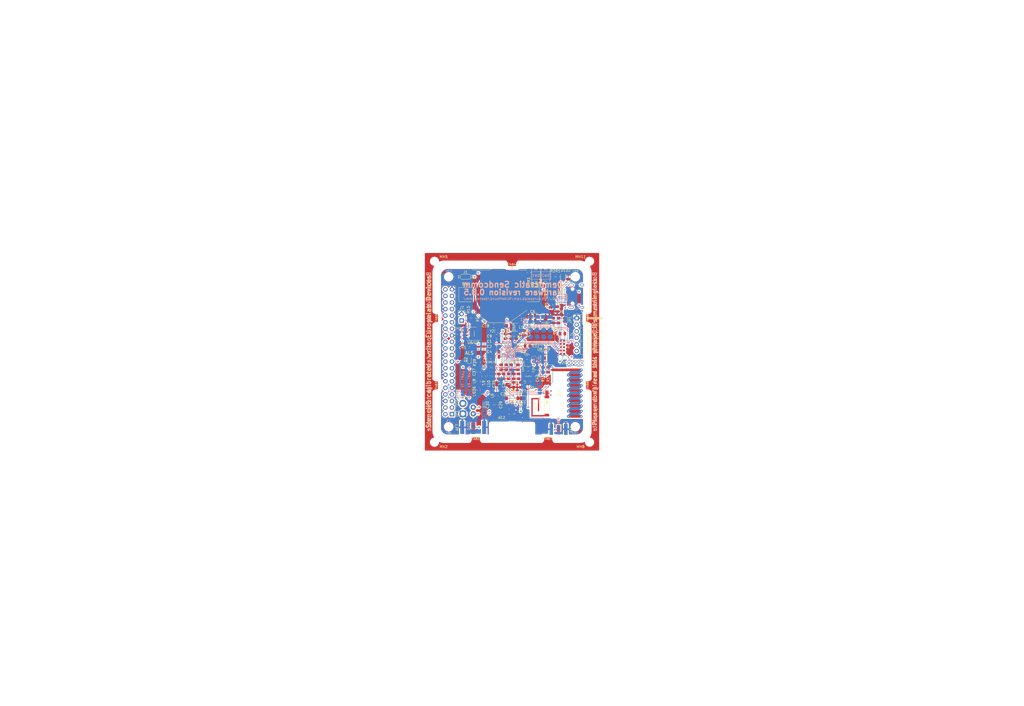
<source format=kicad_pcb>
(kicad_pcb (version 20171130) (host pcbnew 5.1.5+dfsg1-2build2)

  (general
    (thickness 1.6)
    (drawings 110)
    (tracks 1058)
    (zones 0)
    (modules 130)
    (nets 136)
  )

  (page A3)
  (title_block
    (title "Democratic Sendcomm")
    (date 2020-10-20)
    (rev 0.8.5)
    (company "Europalab Devices")
    (comment 1 "Copyright © 2020, Europalab Devices")
    (comment 2 "Fulfilling requirements of 20200210")
    (comment 3 "Pending quality assurance testing")
    (comment 4 "Release revision for manufacturing")
  )

  (layers
    (0 F.Cu signal)
    (1 In1.Cu signal)
    (2 In2.Cu signal)
    (31 B.Cu signal)
    (34 B.Paste user)
    (35 F.Paste user)
    (36 B.SilkS user)
    (37 F.SilkS user)
    (38 B.Mask user)
    (39 F.Mask user)
    (40 Dwgs.User user)
    (41 Cmts.User user)
    (44 Edge.Cuts user)
    (45 Margin user)
    (46 B.CrtYd user)
    (47 F.CrtYd user)
    (48 B.Fab user)
    (49 F.Fab user)
  )

  (setup
    (last_trace_width 0.127)
    (user_trace_width 0.1016)
    (user_trace_width 0.127)
    (user_trace_width 0.2)
    (trace_clearance 0.09)
    (zone_clearance 0.508)
    (zone_45_only no)
    (trace_min 0.09)
    (via_size 0.356)
    (via_drill 0.2)
    (via_min_size 0.356)
    (via_min_drill 0.2)
    (user_via 0.45 0.2)
    (user_via 0.6 0.3)
    (uvia_size 0.45)
    (uvia_drill 0.1)
    (uvias_allowed no)
    (uvia_min_size 0.45)
    (uvia_min_drill 0.1)
    (edge_width 0.1)
    (segment_width 0.1)
    (pcb_text_width 0.25)
    (pcb_text_size 1 1)
    (mod_edge_width 0.15)
    (mod_text_size 1 1)
    (mod_text_width 0.15)
    (pad_size 2 1.5)
    (pad_drill 0)
    (pad_to_mask_clearance 0)
    (aux_axis_origin 0 0)
    (visible_elements 7FFFFFFF)
    (pcbplotparams
      (layerselection 0x313fc_ffffffff)
      (usegerberextensions true)
      (usegerberattributes false)
      (usegerberadvancedattributes false)
      (creategerberjobfile false)
      (excludeedgelayer true)
      (linewidth 0.150000)
      (plotframeref false)
      (viasonmask false)
      (mode 1)
      (useauxorigin false)
      (hpglpennumber 1)
      (hpglpenspeed 20)
      (hpglpendiameter 15.000000)
      (psnegative false)
      (psa4output false)
      (plotreference true)
      (plotvalue true)
      (plotinvisibletext false)
      (padsonsilk false)
      (subtractmaskfromsilk false)
      (outputformat 1)
      (mirror false)
      (drillshape 0)
      (scaleselection 1)
      (outputdirectory "fabsingle"))
  )

  (net 0 "")
  (net 1 GND)
  (net 2 "Net-(AE1-Pad1)")
  (net 3 /Sheet5F53D5B4/RFSWPWR)
  (net 4 "Net-(C8-Pad1)")
  (net 5 /Sheet5F53D5B4/POWAMP)
  (net 6 "Net-(C13-Pad1)")
  (net 7 /Sheet5F53D5B4/HFOUT)
  (net 8 +3V3)
  (net 9 "Net-(C29-Pad1)")
  (net 10 /Sheet5F53D5B4/UART_RX)
  (net 11 /Sheet5F53D5B4/UART_TX)
  (net 12 /Sheet5F53D5B4/HPOUT)
  (net 13 /Sheet5F53D5B4/HFIN)
  (net 14 /Sheet5F53D5B4/BANDSEL)
  (net 15 "Net-(BT1-Pad1)")
  (net 16 /Sheet5F53D5B4/USB_BUS)
  (net 17 "Net-(C33-Pad1)")
  (net 18 "Net-(C34-Pad1)")
  (net 19 /Sheet5F53D5B4/CMDRST)
  (net 20 "Net-(D1-Pad2)")
  (net 21 "Net-(D1-Pad1)")
  (net 22 "Net-(D2-Pad1)")
  (net 23 "Net-(D2-Pad2)")
  (net 24 /Sheet5F53D5B4/USB_P)
  (net 25 /Sheet5F53D5B4/USB_N)
  (net 26 /Sheet60040980/ID_SD)
  (net 27 /Sheet60040980/ID_SC)
  (net 28 /Sheet5F53D5B4/SWDCLK)
  (net 29 "Net-(J3-Pad7)")
  (net 30 "Net-(J3-Pad8)")
  (net 31 "Net-(J4-Pad6)")
  (net 32 /Sheet5F53D5B4/CN_VBAT)
  (net 33 /Sheet5F53D5B4/XCEIV)
  (net 34 /Sheet5F53D5B4/CRYSTAL_XIN-RESERVED)
  (net 35 /Sheet5F53D5B4/CRYSTAL_XOUT-RESERVED)
  (net 36 "Net-(AE5-Pad2)")
  (net 37 "Net-(C1-Pad1)")
  (net 38 "Net-(C7-Pad1)")
  (net 39 "Net-(C14-Pad1)")
  (net 40 "Net-(C17-Pad1)")
  (net 41 "Net-(C18-Pad2)")
  (net 42 "Net-(C19-Pad2)")
  (net 43 "Net-(C23-Pad2)")
  (net 44 "Net-(C23-Pad1)")
  (net 45 "Net-(C24-Pad1)")
  (net 46 "Net-(C24-Pad2)")
  (net 47 "Net-(C29-Pad2)")
  (net 48 "Net-(C33-Pad2)")
  (net 49 "Net-(C35-Pad2)")
  (net 50 "Net-(C40-Pad1)")
  (net 51 "Net-(J2-PadB5)")
  (net 52 "Net-(J2-PadA8)")
  (net 53 "Net-(J2-PadA5)")
  (net 54 "Net-(J2-PadB8)")
  (net 55 "Net-(J2-PadA4)")
  (net 56 "Net-(J3-Pad2)")
  (net 57 "Net-(J3-Pad3)")
  (net 58 "Net-(J3-Pad4)")
  (net 59 "Net-(J3-Pad5)")
  (net 60 "Net-(J3-Pad10)")
  (net 61 "Net-(J3-Pad11)")
  (net 62 "Net-(J3-Pad12)")
  (net 63 "Net-(J3-Pad13)")
  (net 64 "Net-(J3-Pad15)")
  (net 65 "Net-(J3-Pad16)")
  (net 66 "Net-(J3-Pad18)")
  (net 67 "Net-(J3-Pad19)")
  (net 68 "Net-(J3-Pad21)")
  (net 69 "Net-(J3-Pad22)")
  (net 70 "Net-(J3-Pad23)")
  (net 71 "Net-(J3-Pad24)")
  (net 72 "Net-(J3-Pad26)")
  (net 73 "Net-(J3-Pad29)")
  (net 74 "Net-(J3-Pad31)")
  (net 75 "Net-(J3-Pad32)")
  (net 76 "Net-(J3-Pad33)")
  (net 77 "Net-(J3-Pad35)")
  (net 78 "Net-(J3-Pad36)")
  (net 79 "Net-(J3-Pad37)")
  (net 80 "Net-(J3-Pad38)")
  (net 81 "Net-(J3-Pad40)")
  (net 82 "Net-(J4-Pad7)")
  (net 83 "Net-(J4-Pad8)")
  (net 84 "Net-(J5-Pad2)")
  (net 85 "Net-(J5-Pad3)")
  (net 86 "Net-(J5-Pad6)")
  (net 87 "Net-(J6-Pad1)")
  (net 88 "Net-(L1-Pad2)")
  (net 89 "Net-(R3-Pad1)")
  (net 90 "Net-(R4-Pad1)")
  (net 91 "Net-(R4-Pad2)")
  (net 92 "Net-(U2-Pad5)")
  (net 93 "Net-(U3-PadG1)")
  (net 94 "Net-(U3-PadH1)")
  (net 95 "Net-(U3-PadE3)")
  (net 96 "Net-(U3-PadE4)")
  (net 97 "Net-(U3-PadF4)")
  (net 98 "Net-(U3-PadE5)")
  (net 99 "Net-(U3-PadC7)")
  (net 100 "Net-(U3-PadD7)")
  (net 101 "Net-(U3-PadD8)")
  (net 102 "Net-(U5-Pad3)")
  (net 103 "Net-(U5-Pad4)")
  (net 104 "Net-(U8-Pad7)")
  (net 105 "Net-(U8-Pad3)")
  (net 106 "Net-(U8-Pad2)")
  (net 107 "Net-(U8-Pad1)")
  (net 108 "Net-(U9-Pad1)")
  (net 109 "Net-(U9-Pad2)")
  (net 110 "Net-(U9-Pad3)")
  (net 111 "Net-(U9-Pad7)")
  (net 112 /Sheet5F53D5B4/SWDIO)
  (net 113 "Net-(AE2-Pad1)")
  (net 114 "Net-(AE4-Pad1)")
  (net 115 "Net-(AE5-Pad1)")
  (net 116 "Net-(AE7-Pad1)")
  (net 117 "Net-(JP10-Pad1)")
  (net 118 "Net-(J6-Pad2)")
  (net 119 "Net-(J6-Pad3)")
  (net 120 "Net-(J6-Pad4)")
  (net 121 "Net-(J6-Pad5)")
  (net 122 "Net-(J6-Pad6)")
  (net 123 "Net-(J6-Pad7)")
  (net 124 "Net-(J6-Pad8)")
  (net 125 "Net-(J7-Pad1)")
  (net 126 "Net-(C94-Pad1)")
  (net 127 "Net-(C95-Pad1)")
  (net 128 "Net-(JP26-Pad1)")
  (net 129 /TP_SCL)
  (net 130 /TP_SDA)
  (net 131 "Net-(J20-Pad6)")
  (net 132 "Net-(J20-Pad7)")
  (net 133 "Net-(J20-Pad8)")
  (net 134 "Net-(Q2-Pad2)")
  (net 135 "Net-(JP27-Pad3)")

  (net_class Default "This is the default net class."
    (clearance 0.09)
    (trace_width 0.09)
    (via_dia 0.356)
    (via_drill 0.2)
    (uvia_dia 0.45)
    (uvia_drill 0.1)
    (add_net +3V3)
    (add_net /Sheet5F53D5B4/BANDSEL)
    (add_net /Sheet5F53D5B4/CMDRST)
    (add_net /Sheet5F53D5B4/CN_VBAT)
    (add_net /Sheet5F53D5B4/CRYSTAL_XIN-RESERVED)
    (add_net /Sheet5F53D5B4/CRYSTAL_XOUT-RESERVED)
    (add_net /Sheet5F53D5B4/HFIN)
    (add_net /Sheet5F53D5B4/HFOUT)
    (add_net /Sheet5F53D5B4/HPOUT)
    (add_net /Sheet5F53D5B4/POWAMP)
    (add_net /Sheet5F53D5B4/RFSWPWR)
    (add_net /Sheet5F53D5B4/SWDCLK)
    (add_net /Sheet5F53D5B4/SWDIO)
    (add_net /Sheet5F53D5B4/UART_RX)
    (add_net /Sheet5F53D5B4/UART_TX)
    (add_net /Sheet5F53D5B4/USB_BUS)
    (add_net /Sheet5F53D5B4/USB_N)
    (add_net /Sheet5F53D5B4/USB_P)
    (add_net /Sheet5F53D5B4/XCEIV)
    (add_net /Sheet60040980/ID_SC)
    (add_net /Sheet60040980/ID_SD)
    (add_net /TP_SCL)
    (add_net /TP_SDA)
    (add_net GND)
    (add_net "Net-(AE1-Pad1)")
    (add_net "Net-(AE2-Pad1)")
    (add_net "Net-(AE4-Pad1)")
    (add_net "Net-(AE5-Pad1)")
    (add_net "Net-(AE5-Pad2)")
    (add_net "Net-(AE7-Pad1)")
    (add_net "Net-(BT1-Pad1)")
    (add_net "Net-(C1-Pad1)")
    (add_net "Net-(C13-Pad1)")
    (add_net "Net-(C14-Pad1)")
    (add_net "Net-(C17-Pad1)")
    (add_net "Net-(C18-Pad2)")
    (add_net "Net-(C19-Pad2)")
    (add_net "Net-(C23-Pad1)")
    (add_net "Net-(C23-Pad2)")
    (add_net "Net-(C24-Pad1)")
    (add_net "Net-(C24-Pad2)")
    (add_net "Net-(C29-Pad1)")
    (add_net "Net-(C29-Pad2)")
    (add_net "Net-(C33-Pad1)")
    (add_net "Net-(C33-Pad2)")
    (add_net "Net-(C34-Pad1)")
    (add_net "Net-(C35-Pad2)")
    (add_net "Net-(C40-Pad1)")
    (add_net "Net-(C7-Pad1)")
    (add_net "Net-(C8-Pad1)")
    (add_net "Net-(C94-Pad1)")
    (add_net "Net-(C95-Pad1)")
    (add_net "Net-(D1-Pad1)")
    (add_net "Net-(D1-Pad2)")
    (add_net "Net-(D2-Pad1)")
    (add_net "Net-(D2-Pad2)")
    (add_net "Net-(J2-PadA4)")
    (add_net "Net-(J2-PadA5)")
    (add_net "Net-(J2-PadA8)")
    (add_net "Net-(J2-PadB5)")
    (add_net "Net-(J2-PadB8)")
    (add_net "Net-(J20-Pad6)")
    (add_net "Net-(J20-Pad7)")
    (add_net "Net-(J20-Pad8)")
    (add_net "Net-(J3-Pad10)")
    (add_net "Net-(J3-Pad11)")
    (add_net "Net-(J3-Pad12)")
    (add_net "Net-(J3-Pad13)")
    (add_net "Net-(J3-Pad15)")
    (add_net "Net-(J3-Pad16)")
    (add_net "Net-(J3-Pad18)")
    (add_net "Net-(J3-Pad19)")
    (add_net "Net-(J3-Pad2)")
    (add_net "Net-(J3-Pad21)")
    (add_net "Net-(J3-Pad22)")
    (add_net "Net-(J3-Pad23)")
    (add_net "Net-(J3-Pad24)")
    (add_net "Net-(J3-Pad26)")
    (add_net "Net-(J3-Pad29)")
    (add_net "Net-(J3-Pad3)")
    (add_net "Net-(J3-Pad31)")
    (add_net "Net-(J3-Pad32)")
    (add_net "Net-(J3-Pad33)")
    (add_net "Net-(J3-Pad35)")
    (add_net "Net-(J3-Pad36)")
    (add_net "Net-(J3-Pad37)")
    (add_net "Net-(J3-Pad38)")
    (add_net "Net-(J3-Pad4)")
    (add_net "Net-(J3-Pad40)")
    (add_net "Net-(J3-Pad5)")
    (add_net "Net-(J3-Pad7)")
    (add_net "Net-(J3-Pad8)")
    (add_net "Net-(J4-Pad6)")
    (add_net "Net-(J4-Pad7)")
    (add_net "Net-(J4-Pad8)")
    (add_net "Net-(J5-Pad2)")
    (add_net "Net-(J5-Pad3)")
    (add_net "Net-(J5-Pad6)")
    (add_net "Net-(J6-Pad1)")
    (add_net "Net-(J6-Pad2)")
    (add_net "Net-(J6-Pad3)")
    (add_net "Net-(J6-Pad4)")
    (add_net "Net-(J6-Pad5)")
    (add_net "Net-(J6-Pad6)")
    (add_net "Net-(J6-Pad7)")
    (add_net "Net-(J6-Pad8)")
    (add_net "Net-(J7-Pad1)")
    (add_net "Net-(JP10-Pad1)")
    (add_net "Net-(JP26-Pad1)")
    (add_net "Net-(JP27-Pad3)")
    (add_net "Net-(L1-Pad2)")
    (add_net "Net-(Q2-Pad2)")
    (add_net "Net-(R3-Pad1)")
    (add_net "Net-(R4-Pad1)")
    (add_net "Net-(R4-Pad2)")
    (add_net "Net-(U2-Pad5)")
    (add_net "Net-(U3-PadC7)")
    (add_net "Net-(U3-PadD7)")
    (add_net "Net-(U3-PadD8)")
    (add_net "Net-(U3-PadE3)")
    (add_net "Net-(U3-PadE4)")
    (add_net "Net-(U3-PadE5)")
    (add_net "Net-(U3-PadF4)")
    (add_net "Net-(U3-PadG1)")
    (add_net "Net-(U3-PadH1)")
    (add_net "Net-(U5-Pad3)")
    (add_net "Net-(U5-Pad4)")
    (add_net "Net-(U8-Pad1)")
    (add_net "Net-(U8-Pad2)")
    (add_net "Net-(U8-Pad3)")
    (add_net "Net-(U8-Pad7)")
    (add_net "Net-(U9-Pad1)")
    (add_net "Net-(U9-Pad2)")
    (add_net "Net-(U9-Pad3)")
    (add_net "Net-(U9-Pad7)")
  )

  (net_class Power ""
    (clearance 0.2)
    (trace_width 0.5)
    (via_dia 1)
    (via_drill 0.7)
    (uvia_dia 0.5)
    (uvia_drill 0.1)
  )

  (module Jumper:SolderJumper-2_P1.3mm_Bridged_RoundedPad1.0x1.5mm (layer B.Cu) (tedit 5C745284) (tstamp 5FBED780)
    (at 220.75 160 270)
    (descr "SMD Solder Jumper, 1x1.5mm, rounded Pads, 0.3mm gap, bridged with 1 copper strip")
    (tags "solder jumper open")
    (path /5F5C0728/5F989558)
    (attr virtual)
    (fp_text reference JP4 (at -1.75 0 90) (layer B.SilkS)
      (effects (font (size 1 1) (thickness 0.15)) (justify right mirror))
    )
    (fp_text value SolderBridge (at 0 -1.9 90) (layer B.Fab)
      (effects (font (size 1 1) (thickness 0.15)) (justify mirror))
    )
    (fp_poly (pts (xy 0.25 0.3) (xy -0.25 0.3) (xy -0.25 -0.3) (xy 0.25 -0.3)) (layer B.Cu) (width 0))
    (fp_line (start 1.65 -1.25) (end -1.65 -1.25) (layer B.CrtYd) (width 0.05))
    (fp_line (start 1.65 -1.25) (end 1.65 1.25) (layer B.CrtYd) (width 0.05))
    (fp_line (start -1.65 1.25) (end -1.65 -1.25) (layer B.CrtYd) (width 0.05))
    (fp_line (start -1.65 1.25) (end 1.65 1.25) (layer B.CrtYd) (width 0.05))
    (fp_line (start -0.7 1) (end 0.7 1) (layer B.SilkS) (width 0.12))
    (fp_line (start 1.4 0.3) (end 1.4 -0.3) (layer B.SilkS) (width 0.12))
    (fp_line (start 0.7 -1) (end -0.7 -1) (layer B.SilkS) (width 0.12))
    (fp_line (start -1.4 -0.3) (end -1.4 0.3) (layer B.SilkS) (width 0.12))
    (fp_arc (start -0.7 0.3) (end -0.7 1) (angle 90) (layer B.SilkS) (width 0.12))
    (fp_arc (start -0.7 -0.3) (end -1.4 -0.3) (angle 90) (layer B.SilkS) (width 0.12))
    (fp_arc (start 0.7 -0.3) (end 0.7 -1) (angle 90) (layer B.SilkS) (width 0.12))
    (fp_arc (start 0.7 0.3) (end 1.4 0.3) (angle 90) (layer B.SilkS) (width 0.12))
    (pad 1 smd custom (at -0.65 0 270) (size 1 0.5) (layers B.Cu B.Mask)
      (net 2 "Net-(AE1-Pad1)") (zone_connect 2)
      (options (clearance outline) (anchor rect))
      (primitives
        (gr_circle (center 0 -0.25) (end 0.5 -0.25) (width 0))
        (gr_circle (center 0 0.25) (end 0.5 0.25) (width 0))
        (gr_poly (pts
           (xy 0 0.75) (xy 0.5 0.75) (xy 0.5 -0.75) (xy 0 -0.75)) (width 0))
      ))
    (pad 2 smd custom (at 0.65 0 270) (size 1 0.5) (layers B.Cu B.Mask)
      (net 117 "Net-(JP10-Pad1)") (zone_connect 2)
      (options (clearance outline) (anchor rect))
      (primitives
        (gr_circle (center 0 -0.25) (end 0.5 -0.25) (width 0))
        (gr_circle (center 0 0.25) (end 0.5 0.25) (width 0))
        (gr_poly (pts
           (xy 0 0.75) (xy -0.5 0.75) (xy -0.5 -0.75) (xy 0 -0.75)) (width 0))
      ))
  )

  (module Elabdev:TFBGA-64_8x8_6.0x6.0mm_P0.65mm (layer F.Cu) (tedit 5F6BA77A) (tstamp 5F68786E)
    (at 210 148)
    (path /5F53D5B5/6052EF69)
    (solder_mask_margin 0.025)
    (clearance 0.0508)
    (attr smd)
    (fp_text reference U3 (at 4.25 0) (layer F.SilkS)
      (effects (font (size 1 1) (thickness 0.15)))
    )
    (fp_text value ATSAMR34 (at 0 4) (layer F.Fab)
      (effects (font (size 1 1) (thickness 0.15)))
    )
    (fp_line (start -2 -3) (end -3 -2) (layer F.Fab) (width 0.1))
    (fp_line (start -3 -2) (end -3 3) (layer F.Fab) (width 0.1))
    (fp_line (start -3 3) (end 3 3) (layer F.Fab) (width 0.1))
    (fp_line (start 3 3) (end 3 -3) (layer F.Fab) (width 0.1))
    (fp_line (start 3 -3) (end -2 -3) (layer F.Fab) (width 0.1))
    (fp_line (start 1.62 -3.12) (end 3.12 -3.12) (layer F.SilkS) (width 0.12))
    (fp_line (start 3.12 -3.12) (end 3.12 -1.62) (layer F.SilkS) (width 0.12))
    (fp_line (start 1.62 -3.12) (end 3.12 -3.12) (layer F.SilkS) (width 0.12))
    (fp_line (start 3.12 -3.12) (end 3.12 -1.62) (layer F.SilkS) (width 0.12))
    (fp_line (start 1.62 3.12) (end 3.12 3.12) (layer F.SilkS) (width 0.12))
    (fp_line (start 3.12 3.12) (end 3.12 1.62) (layer F.SilkS) (width 0.12))
    (fp_line (start 1.62 -3.12) (end 3.12 -3.12) (layer F.SilkS) (width 0.12))
    (fp_line (start 3.12 -3.12) (end 3.12 -1.62) (layer F.SilkS) (width 0.12))
    (fp_line (start -1.62 3.12) (end -3.12 3.12) (layer F.SilkS) (width 0.12))
    (fp_line (start -3.12 3.12) (end -3.12 1.62) (layer F.SilkS) (width 0.12))
    (fp_line (start -1.62 -3.12) (end -2 -3.12) (layer F.SilkS) (width 0.12))
    (fp_line (start -2 -3.12) (end -3.12 -2) (layer F.SilkS) (width 0.12))
    (fp_line (start -3.12 -2) (end -3.12 -1.62) (layer F.SilkS) (width 0.12))
    (fp_circle (center -3 -3) (end -3 -2.9) (layer F.SilkS) (width 0.2))
    (fp_line (start -4 -4) (end 4 -4) (layer F.CrtYd) (width 0.05))
    (fp_line (start 4 -4) (end 4 4) (layer F.CrtYd) (width 0.05))
    (fp_line (start 4 4) (end -4 4) (layer F.CrtYd) (width 0.05))
    (fp_line (start -4 4) (end -4 -4) (layer F.CrtYd) (width 0.05))
    (pad A1 smd circle (at -2.275 -2.275) (size 0.32 0.32) (layers F.Cu F.Paste F.Mask)
      (net 13 /Sheet5F53D5B4/HFIN))
    (pad B1 smd circle (at -2.275 -1.625) (size 0.32 0.32) (layers F.Cu F.Paste F.Mask)
      (net 7 /Sheet5F53D5B4/HFOUT))
    (pad C1 smd circle (at -2.275 -0.975) (size 0.32 0.32) (layers F.Cu F.Paste F.Mask)
      (net 37 "Net-(C1-Pad1)"))
    (pad D1 smd circle (at -2.275 -0.325) (size 0.32 0.32) (layers F.Cu F.Paste F.Mask)
      (net 5 /Sheet5F53D5B4/POWAMP))
    (pad E1 smd circle (at -2.275 0.325) (size 0.32 0.32) (layers F.Cu F.Paste F.Mask)
      (net 1 GND))
    (pad F1 smd circle (at -2.275 0.975) (size 0.32 0.32) (layers F.Cu F.Paste F.Mask)
      (net 12 /Sheet5F53D5B4/HPOUT))
    (pad G1 smd circle (at -2.275 1.625) (size 0.32 0.32) (layers F.Cu F.Paste F.Mask)
      (net 93 "Net-(U3-PadG1)"))
    (pad H1 smd circle (at -2.275 2.275) (size 0.32 0.32) (layers F.Cu F.Paste F.Mask)
      (net 94 "Net-(U3-PadH1)"))
    (pad A2 smd circle (at -1.625 -2.275) (size 0.32 0.32) (layers F.Cu F.Paste F.Mask)
      (net 1 GND))
    (pad B2 smd circle (at -1.625 -1.625) (size 0.32 0.32) (layers F.Cu F.Paste F.Mask)
      (net 1 GND))
    (pad C2 smd circle (at -1.625 -0.975) (size 0.32 0.32) (layers F.Cu F.Paste F.Mask)
      (net 37 "Net-(C1-Pad1)"))
    (pad D2 smd circle (at -1.625 -0.325) (size 0.32 0.32) (layers F.Cu F.Paste F.Mask)
      (net 33 /Sheet5F53D5B4/XCEIV))
    (pad E2 smd circle (at -1.625 0.325) (size 0.32 0.32) (layers F.Cu F.Paste F.Mask)
      (net 1 GND))
    (pad F2 smd circle (at -1.625 0.975) (size 0.32 0.32) (layers F.Cu F.Paste F.Mask)
      (net 1 GND))
    (pad G2 smd circle (at -1.625 1.625) (size 0.32 0.32) (layers F.Cu F.Paste F.Mask)
      (net 1 GND))
    (pad H2 smd circle (at -1.625 2.275) (size 0.32 0.32) (layers F.Cu F.Paste F.Mask)
      (net 39 "Net-(C14-Pad1)"))
    (pad A3 smd circle (at -0.975 -2.275) (size 0.32 0.32) (layers F.Cu F.Paste F.Mask)
      (net 41 "Net-(C18-Pad2)"))
    (pad B3 smd circle (at -0.975 -1.625) (size 0.32 0.32) (layers F.Cu F.Paste F.Mask)
      (net 1 GND))
    (pad C3 smd circle (at -0.975 -0.975) (size 0.32 0.32) (layers F.Cu F.Paste F.Mask)
      (net 32 /Sheet5F53D5B4/CN_VBAT))
    (pad D3 smd circle (at -0.975 -0.325) (size 0.32 0.32) (layers F.Cu F.Paste F.Mask)
      (net 11 /Sheet5F53D5B4/UART_TX))
    (pad E3 smd circle (at -0.975 0.325) (size 0.32 0.32) (layers F.Cu F.Paste F.Mask)
      (net 95 "Net-(U3-PadE3)"))
    (pad F3 smd circle (at -0.975 0.975) (size 0.32 0.32) (layers F.Cu F.Paste F.Mask)
      (net 16 /Sheet5F53D5B4/USB_BUS))
    (pad G3 smd circle (at -0.975 1.625) (size 0.32 0.32) (layers F.Cu F.Paste F.Mask)
      (net 1 GND))
    (pad H3 smd circle (at -0.975 2.275) (size 0.32 0.32) (layers F.Cu F.Paste F.Mask)
      (net 37 "Net-(C1-Pad1)"))
    (pad A4 smd circle (at -0.325 -2.275) (size 0.32 0.32) (layers F.Cu F.Paste F.Mask)
      (net 42 "Net-(C19-Pad2)"))
    (pad B4 smd circle (at -0.325 -1.625) (size 0.32 0.32) (layers F.Cu F.Paste F.Mask)
      (net 134 "Net-(Q2-Pad2)"))
    (pad C4 smd circle (at -0.325 -0.975) (size 0.32 0.32) (layers F.Cu F.Paste F.Mask)
      (net 10 /Sheet5F53D5B4/UART_RX))
    (pad D4 smd circle (at -0.325 -0.325) (size 0.32 0.32) (layers F.Cu F.Paste F.Mask)
      (net 1 GND))
    (pad E4 smd circle (at -0.325 0.325) (size 0.32 0.32) (layers F.Cu F.Paste F.Mask)
      (net 96 "Net-(U3-PadE4)"))
    (pad F4 smd circle (at -0.325 0.975) (size 0.32 0.32) (layers F.Cu F.Paste F.Mask)
      (net 97 "Net-(U3-PadF4)"))
    (pad G4 smd circle (at -0.325 1.625) (size 0.32 0.32) (layers F.Cu F.Paste F.Mask)
      (net 8 +3V3))
    (pad H4 smd circle (at -0.325 2.275) (size 0.32 0.32) (layers F.Cu F.Paste F.Mask)
      (net 6 "Net-(C13-Pad1)"))
    (pad A5 smd circle (at 0.325 -2.275) (size 0.32 0.32) (layers F.Cu F.Paste F.Mask)
      (net 40 "Net-(C17-Pad1)"))
    (pad B5 smd circle (at 0.325 -1.625) (size 0.32 0.32) (layers F.Cu F.Paste F.Mask)
      (net 1 GND))
    (pad C5 smd circle (at 0.325 -0.975) (size 0.32 0.32) (layers F.Cu F.Paste F.Mask)
      (net 28 /Sheet5F53D5B4/SWDCLK))
    (pad D5 smd circle (at 0.325 -0.325) (size 0.32 0.32) (layers F.Cu F.Paste F.Mask)
      (net 112 /Sheet5F53D5B4/SWDIO))
    (pad E5 smd circle (at 0.325 0.325) (size 0.32 0.32) (layers F.Cu F.Paste F.Mask)
      (net 98 "Net-(U3-PadE5)"))
    (pad F5 smd circle (at 0.325 0.975) (size 0.32 0.32) (layers F.Cu F.Paste F.Mask)
      (net 135 "Net-(JP27-Pad3)"))
    (pad G5 smd circle (at 0.325 1.625) (size 0.32 0.32) (layers F.Cu F.Paste F.Mask)
      (net 1 GND))
    (pad H5 smd circle (at 0.325 2.275) (size 0.32 0.32) (layers F.Cu F.Paste F.Mask)
      (net 1 GND))
    (pad A6 smd circle (at 0.975 -2.275) (size 0.32 0.32) (layers F.Cu F.Paste F.Mask)
      (net 88 "Net-(L1-Pad2)"))
    (pad B6 smd circle (at 0.975 -1.625) (size 0.32 0.32) (layers F.Cu F.Paste F.Mask)
      (net 19 /Sheet5F53D5B4/CMDRST))
    (pad C6 smd circle (at 0.975 -0.975) (size 0.32 0.32) (layers F.Cu F.Paste F.Mask)
      (net 90 "Net-(R4-Pad1)"))
    (pad D6 smd circle (at 0.975 -0.325) (size 0.32 0.32) (layers F.Cu F.Paste F.Mask)
      (net 1 GND))
    (pad E6 smd circle (at 0.975 0.325) (size 0.32 0.32) (layers F.Cu F.Paste F.Mask)
      (net 129 /TP_SCL))
    (pad F6 smd circle (at 0.975 0.975) (size 0.32 0.32) (layers F.Cu F.Paste F.Mask)
      (net 14 /Sheet5F53D5B4/BANDSEL))
    (pad G6 smd circle (at 0.975 1.625) (size 0.32 0.32) (layers F.Cu F.Paste F.Mask)
      (net 1 GND))
    (pad H6 smd circle (at 0.975 2.275) (size 0.32 0.32) (layers F.Cu F.Paste F.Mask)
      (net 126 "Net-(C94-Pad1)"))
    (pad A7 smd circle (at 1.625 -2.275) (size 0.32 0.32) (layers F.Cu F.Paste F.Mask)
      (net 8 +3V3))
    (pad B7 smd circle (at 1.625 -1.625) (size 0.32 0.32) (layers F.Cu F.Paste F.Mask)
      (net 1 GND))
    (pad C7 smd circle (at 1.625 -0.975) (size 0.32 0.32) (layers F.Cu F.Paste F.Mask)
      (net 99 "Net-(U3-PadC7)"))
    (pad D7 smd circle (at 1.625 -0.325) (size 0.32 0.32) (layers F.Cu F.Paste F.Mask)
      (net 100 "Net-(U3-PadD7)"))
    (pad E7 smd circle (at 1.625 0.325) (size 0.32 0.32) (layers F.Cu F.Paste F.Mask)
      (net 21 "Net-(D1-Pad1)"))
    (pad F7 smd circle (at 1.625 0.975) (size 0.32 0.32) (layers F.Cu F.Paste F.Mask)
      (net 130 /TP_SDA))
    (pad G7 smd circle (at 1.625 1.625) (size 0.32 0.32) (layers F.Cu F.Paste F.Mask)
      (net 1 GND))
    (pad H7 smd circle (at 1.625 2.275) (size 0.32 0.32) (layers F.Cu F.Paste F.Mask)
      (net 127 "Net-(C95-Pad1)"))
    (pad A8 smd circle (at 2.275 -2.275) (size 0.32 0.32) (layers F.Cu F.Paste F.Mask)
      (net 8 +3V3))
    (pad B8 smd circle (at 2.275 -1.625) (size 0.32 0.32) (layers F.Cu F.Paste F.Mask)
      (net 25 /Sheet5F53D5B4/USB_N))
    (pad C8 smd circle (at 2.275 -0.975) (size 0.32 0.32) (layers F.Cu F.Paste F.Mask)
      (net 24 /Sheet5F53D5B4/USB_P))
    (pad D8 smd circle (at 2.275 -0.325) (size 0.32 0.32) (layers F.Cu F.Paste F.Mask)
      (net 101 "Net-(U3-PadD8)"))
    (pad E8 smd circle (at 2.275 0.325) (size 0.32 0.32) (layers F.Cu F.Paste F.Mask)
      (net 22 "Net-(D2-Pad1)"))
    (pad F8 smd circle (at 2.275 0.975) (size 0.32 0.32) (layers F.Cu F.Paste F.Mask)
      (net 34 /Sheet5F53D5B4/CRYSTAL_XIN-RESERVED))
    (pad G8 smd circle (at 2.275 1.625) (size 0.32 0.32) (layers F.Cu F.Paste F.Mask)
      (net 35 /Sheet5F53D5B4/CRYSTAL_XOUT-RESERVED))
    (pad H8 smd circle (at 2.275 2.275) (size 0.32 0.32) (layers F.Cu F.Paste F.Mask)
      (net 8 +3V3))
    (model ${KISYS3DMOD}/Package_BGA.3dshapes/TFBGA-64_5x5mm_Layout8x8_P0.5mm.wrl
      (at (xyz 0 0 0))
      (scale (xyz 1.2 1.2 1.2))
      (rotate (xyz 0 0 0))
    )
  )

  (module TestPoint:TestPoint_THTPad_D2.0mm_Drill1.0mm (layer F.Cu) (tedit 5A0F774F) (tstamp 5FBA0BE2)
    (at 195 172)
    (descr "THT pad as test Point, diameter 2.0mm, hole diameter 1.0mm")
    (tags "test point THT pad")
    (path /5F97637F)
    (attr virtual)
    (fp_text reference TP5 (at 2 0 90) (layer F.SilkS)
      (effects (font (size 0.7 0.7) (thickness 0.1)))
    )
    (fp_text value Probe (at 0 2.25) (layer F.Fab)
      (effects (font (size 1 1) (thickness 0.15)))
    )
    (fp_circle (center 0 0) (end 0 1.2) (layer F.SilkS) (width 0.12))
    (fp_circle (center 0 0) (end 1.5 0) (layer F.CrtYd) (width 0.05))
    (fp_text user %R (at 0 -2.15) (layer F.Fab)
      (effects (font (size 1 1) (thickness 0.15)))
    )
    (pad 1 thru_hole circle (at 0 0) (size 2 2) (drill 1) (layers *.Cu *.Mask)
      (net 129 /TP_SCL))
  )

  (module TestPoint:TestPoint_THTPad_D2.0mm_Drill1.0mm (layer F.Cu) (tedit 5A0F774F) (tstamp 5FBA0BEA)
    (at 195 169.46)
    (descr "THT pad as test Point, diameter 2.0mm, hole diameter 1.0mm")
    (tags "test point THT pad")
    (path /5F97786E)
    (attr virtual)
    (fp_text reference TP6 (at 2 0.04 90) (layer F.SilkS)
      (effects (font (size 0.7 0.7) (thickness 0.1)))
    )
    (fp_text value Probe (at 0 2.25) (layer F.Fab)
      (effects (font (size 1 1) (thickness 0.15)))
    )
    (fp_circle (center 0 0) (end 0 1.2) (layer F.SilkS) (width 0.12))
    (fp_circle (center 0 0) (end 1.5 0) (layer F.CrtYd) (width 0.05))
    (fp_text user %R (at 0 -2.15) (layer F.Fab)
      (effects (font (size 1 1) (thickness 0.15)))
    )
    (pad 1 thru_hole circle (at 0 0) (size 2 2) (drill 1) (layers *.Cu *.Mask)
      (net 130 /TP_SDA))
  )

  (module Inductor_SMD:L_0603_1608Metric (layer F.Cu) (tedit 5B301BBE) (tstamp 5F687507)
    (at 201 157.35 270)
    (descr "Inductor SMD 0603 (1608 Metric), square (rectangular) end terminal, IPC_7351 nominal, (Body size source: http://www.tortai-tech.com/upload/download/2011102023233369053.pdf), generated with kicad-footprint-generator")
    (tags inductor)
    (path /5F5C0728/5F5D6DC7)
    (attr smd)
    (fp_text reference L10 (at 3 0 90) (layer F.SilkS)
      (effects (font (size 1 1) (thickness 0.15)))
    )
    (fp_text value 11nH (at 0 1.65 90) (layer F.Fab)
      (effects (font (size 1 1) (thickness 0.15)))
    )
    (fp_text user %R (at 0 0 90) (layer F.Fab)
      (effects (font (size 0.5 0.5) (thickness 0.08)))
    )
    (fp_line (start 1.48 0.73) (end -1.48 0.73) (layer F.CrtYd) (width 0.05))
    (fp_line (start 1.48 -0.73) (end 1.48 0.73) (layer F.CrtYd) (width 0.05))
    (fp_line (start -1.48 -0.73) (end 1.48 -0.73) (layer F.CrtYd) (width 0.05))
    (fp_line (start -1.48 0.73) (end -1.48 -0.73) (layer F.CrtYd) (width 0.05))
    (fp_line (start -0.162779 0.51) (end 0.162779 0.51) (layer F.SilkS) (width 0.12))
    (fp_line (start -0.162779 -0.51) (end 0.162779 -0.51) (layer F.SilkS) (width 0.12))
    (fp_line (start 0.8 0.4) (end -0.8 0.4) (layer F.Fab) (width 0.1))
    (fp_line (start 0.8 -0.4) (end 0.8 0.4) (layer F.Fab) (width 0.1))
    (fp_line (start -0.8 -0.4) (end 0.8 -0.4) (layer F.Fab) (width 0.1))
    (fp_line (start -0.8 0.4) (end -0.8 -0.4) (layer F.Fab) (width 0.1))
    (pad 2 smd roundrect (at 0.7875 0 270) (size 0.875 0.95) (layers F.Cu F.Paste F.Mask) (roundrect_rratio 0.25)
      (net 49 "Net-(C35-Pad2)"))
    (pad 1 smd roundrect (at -0.7875 0 270) (size 0.875 0.95) (layers F.Cu F.Paste F.Mask) (roundrect_rratio 0.25)
      (net 18 "Net-(C34-Pad1)"))
    (model ${KISYS3DMOD}/Inductor_SMD.3dshapes/L_0603_1608Metric.wrl
      (at (xyz 0 0 0))
      (scale (xyz 1 1 1))
      (rotate (xyz 0 0 0))
    )
  )

  (module Elabdev:L_Murata_LQH3NPN (layer F.Cu) (tedit 5FADCCA6) (tstamp 5F68751C)
    (at 210.75 138.5)
    (descr https://www.murata.com/~/media/webrenewal/products/inductor/chip/tokoproducts/wirewoundferritetypeforpl/m_dem3518c.ashx)
    (tags "Inductor SMD DEM35xxC")
    (path /5F53D5B5/5F643B51)
    (attr smd)
    (fp_text reference L1 (at 2.75 0) (layer F.SilkS)
      (effects (font (size 1 1) (thickness 0.15)))
    )
    (fp_text value LQH3NPN100MJRL (at 0 3.024) (layer F.Fab)
      (effects (font (size 1 1) (thickness 0.15)))
    )
    (fp_line (start -1.75 -1.6) (end -1.75 1.6) (layer F.CrtYd) (width 0.05))
    (fp_line (start -1.75 1.6) (end 1.75 1.6) (layer F.CrtYd) (width 0.05))
    (fp_line (start 1.75 1.6) (end 1.75 -1.6) (layer F.CrtYd) (width 0.05))
    (fp_line (start 1.75 -1.6) (end -1.75 -1.6) (layer F.CrtYd) (width 0.05))
    (fp_line (start -1.5 -1.35) (end 1.5 -1.35) (layer F.Fab) (width 0.1))
    (fp_line (start 1.5 -1.35) (end 1.5 1.35) (layer F.Fab) (width 0.1))
    (fp_line (start 1.5 1.35) (end -1.5 1.35) (layer F.Fab) (width 0.1))
    (fp_line (start -1.5 1.35) (end -1.5 -1.35) (layer F.Fab) (width 0.1))
    (fp_line (start -1.5 -1.6) (end 1.5 -1.6) (layer F.SilkS) (width 0.12))
    (fp_line (start -1.5 1.6) (end 1.5 1.6) (layer F.SilkS) (width 0.12))
    (fp_text user %R (at 0 0) (layer F.Fab)
      (effects (font (size 0.7 0.7) (thickness 0.105)))
    )
    (pad 1 smd rect (at -1.1 0) (size 0.8 2.7) (layers F.Cu F.Paste F.Mask)
      (net 40 "Net-(C17-Pad1)"))
    (pad 2 smd rect (at 1.1 0) (size 0.8 2.7) (layers F.Cu F.Paste F.Mask)
      (net 88 "Net-(L1-Pad2)"))
    (model ${KISYS3DMOD}/Inductor_SMD.3dshapes/L_Murata_DEM35xxC.wrl
      (at (xyz 0 0 0))
      (scale (xyz 1 1 1))
      (rotate (xyz 0 0 0))
    )
  )

  (module Elabdev:Panel_Mousetab_25mm_Single (layer F.Cu) (tedit 5CD9E502) (tstamp 5F680FEC)
    (at 224 181.75 90)
    (path /5CD9EB0D)
    (fp_text reference TAB7 (at 0 0) (layer F.SilkS)
      (effects (font (size 0.8 0.8) (thickness 0.13)))
    )
    (fp_text value Pantab (at 0 3.5 90) (layer F.Fab)
      (effects (font (size 1 1) (thickness 0.15)))
    )
    (fp_line (start 1.25 -2.2) (end 1.25 2.2) (layer F.Fab) (width 0.15))
    (fp_line (start -1.25 -2.2) (end -1.25 2.2) (layer F.Fab) (width 0.15))
    (fp_line (start 2.1 -2.6) (end 2.1 2.6) (layer F.CrtYd) (width 0.15))
    (fp_line (start 2.1 2.6) (end -2.1 2.6) (layer F.CrtYd) (width 0.15))
    (fp_line (start -2.1 2.6) (end -2.1 -2.6) (layer F.CrtYd) (width 0.15))
    (fp_line (start -2.1 -2.6) (end 2.1 -2.6) (layer F.CrtYd) (width 0.15))
    (pad "" np_thru_hole circle (at 1.35 2 90) (size 0.5 0.5) (drill 0.5) (layers *.Cu))
    (pad "" np_thru_hole circle (at 1.35 1.2 90) (size 0.5 0.5) (drill 0.5) (layers *.Cu))
    (pad "" np_thru_hole circle (at 1.35 0.4 90) (size 0.5 0.5) (drill 0.5) (layers *.Cu))
    (pad "" np_thru_hole circle (at 1.35 -0.4 90) (size 0.5 0.5) (drill 0.5) (layers *.Cu))
    (pad "" np_thru_hole circle (at 1.35 -1.2 90) (size 0.5 0.5) (drill 0.5) (layers *.Cu))
    (pad "" np_thru_hole circle (at 1.35 -2 90) (size 0.5 0.5) (drill 0.5) (layers *.Cu))
  )

  (module Elabdev:Panel_Mousetab_25mm_Single (layer F.Cu) (tedit 5CD9E59A) (tstamp 5F4C0A71)
    (at 210 114.25 270)
    (path /5CD5C3A7)
    (fp_text reference TAB4 (at 0 0 180) (layer F.SilkS)
      (effects (font (size 0.8 0.8) (thickness 0.13)))
    )
    (fp_text value Pantab (at 0 -3.5 270) (layer F.Fab)
      (effects (font (size 1 1) (thickness 0.15)))
    )
    (fp_line (start 1.25 -2.2) (end 1.25 2.2) (layer F.Fab) (width 0.15))
    (fp_line (start -1.25 -2.2) (end -1.25 2.2) (layer F.Fab) (width 0.15))
    (fp_line (start 2.1 -2.6) (end 2.1 2.6) (layer F.CrtYd) (width 0.15))
    (fp_line (start 2.1 2.6) (end -2.1 2.6) (layer F.CrtYd) (width 0.15))
    (fp_line (start -2.1 2.6) (end -2.1 -2.6) (layer F.CrtYd) (width 0.15))
    (fp_line (start -2.1 -2.6) (end 2.1 -2.6) (layer F.CrtYd) (width 0.15))
    (pad "" np_thru_hole circle (at 1.35 2 270) (size 0.5 0.5) (drill 0.5) (layers *.Cu))
    (pad "" np_thru_hole circle (at 1.35 1.2 270) (size 0.5 0.5) (drill 0.5) (layers *.Cu))
    (pad "" np_thru_hole circle (at 1.35 0.4 270) (size 0.5 0.5) (drill 0.5) (layers *.Cu))
    (pad "" np_thru_hole circle (at 1.35 -0.4 270) (size 0.5 0.5) (drill 0.5) (layers *.Cu))
    (pad "" np_thru_hole circle (at 1.35 -1.2 270) (size 0.5 0.5) (drill 0.5) (layers *.Cu))
    (pad "" np_thru_hole circle (at 1.35 -2 270) (size 0.5 0.5) (drill 0.5) (layers *.Cu))
  )

  (module Elabdev:Panel_Mousetab_25mm_Single (layer F.Cu) (tedit 5CD9E502) (tstamp 5CE1C45C)
    (at 196 181.75 90)
    (path /5CD9EB0D)
    (fp_text reference TAB1 (at 0 0) (layer F.SilkS)
      (effects (font (size 0.8 0.8) (thickness 0.13)))
    )
    (fp_text value Pantab (at 0 3.5 90) (layer F.Fab)
      (effects (font (size 1 1) (thickness 0.15)))
    )
    (fp_line (start -2.1 -2.6) (end 2.1 -2.6) (layer F.CrtYd) (width 0.15))
    (fp_line (start -2.1 2.6) (end -2.1 -2.6) (layer F.CrtYd) (width 0.15))
    (fp_line (start 2.1 2.6) (end -2.1 2.6) (layer F.CrtYd) (width 0.15))
    (fp_line (start 2.1 -2.6) (end 2.1 2.6) (layer F.CrtYd) (width 0.15))
    (fp_line (start -1.25 -2.2) (end -1.25 2.2) (layer F.Fab) (width 0.15))
    (fp_line (start 1.25 -2.2) (end 1.25 2.2) (layer F.Fab) (width 0.15))
    (pad "" np_thru_hole circle (at 1.35 -2 90) (size 0.5 0.5) (drill 0.5) (layers *.Cu))
    (pad "" np_thru_hole circle (at 1.35 -1.2 90) (size 0.5 0.5) (drill 0.5) (layers *.Cu))
    (pad "" np_thru_hole circle (at 1.35 -0.4 90) (size 0.5 0.5) (drill 0.5) (layers *.Cu))
    (pad "" np_thru_hole circle (at 1.35 0.4 90) (size 0.5 0.5) (drill 0.5) (layers *.Cu))
    (pad "" np_thru_hole circle (at 1.35 1.2 90) (size 0.5 0.5) (drill 0.5) (layers *.Cu))
    (pad "" np_thru_hole circle (at 1.35 2 90) (size 0.5 0.5) (drill 0.5) (layers *.Cu))
  )

  (module Elabdev:Panel_Mousetab_25mm_Single (layer F.Cu) (tedit 5CD5AA6C) (tstamp 5F4C1007)
    (at 180.75 161)
    (path /5CD5C074)
    (fp_text reference TAB2 (at 0 0 90) (layer F.SilkS)
      (effects (font (size 0.8 0.8) (thickness 0.13)))
    )
    (fp_text value Pantab (at -2.5 0 -270) (layer F.Fab)
      (effects (font (size 1 1) (thickness 0.15)))
    )
    (fp_line (start -2.1 -2.6) (end 2.1 -2.6) (layer F.CrtYd) (width 0.15))
    (fp_line (start -2.1 2.6) (end -2.1 -2.6) (layer F.CrtYd) (width 0.15))
    (fp_line (start 2.1 2.6) (end -2.1 2.6) (layer F.CrtYd) (width 0.15))
    (fp_line (start 2.1 -2.6) (end 2.1 2.6) (layer F.CrtYd) (width 0.15))
    (fp_line (start -1.25 -2.2) (end -1.25 2.2) (layer F.Fab) (width 0.15))
    (fp_line (start 1.25 -2.2) (end 1.25 2.2) (layer F.Fab) (width 0.15))
    (pad "" np_thru_hole circle (at 1.35 -2) (size 0.5 0.5) (drill 0.5) (layers *.Cu))
    (pad "" np_thru_hole circle (at 1.35 -1.2) (size 0.5 0.5) (drill 0.5) (layers *.Cu))
    (pad "" np_thru_hole circle (at 1.35 -0.4) (size 0.5 0.5) (drill 0.5) (layers *.Cu))
    (pad "" np_thru_hole circle (at 1.35 0.4) (size 0.5 0.5) (drill 0.5) (layers *.Cu))
    (pad "" np_thru_hole circle (at 1.35 1.2) (size 0.5 0.5) (drill 0.5) (layers *.Cu))
    (pad "" np_thru_hole circle (at 1.35 2) (size 0.5 0.5) (drill 0.5) (layers *.Cu))
  )

  (module Elabdev:Panel_Mousetab_25mm_Single (layer F.Cu) (tedit 5CD5AA6C) (tstamp 5F4C1047)
    (at 180.75 135)
    (path /5CD5C074)
    (fp_text reference TAB3 (at 0 0 90) (layer F.SilkS)
      (effects (font (size 0.8 0.8) (thickness 0.13)))
    )
    (fp_text value Pantab (at -2.5 0 -270) (layer F.Fab)
      (effects (font (size 1 1) (thickness 0.15)))
    )
    (fp_line (start 1.25 -2.2) (end 1.25 2.2) (layer F.Fab) (width 0.15))
    (fp_line (start -1.25 -2.2) (end -1.25 2.2) (layer F.Fab) (width 0.15))
    (fp_line (start 2.1 -2.6) (end 2.1 2.6) (layer F.CrtYd) (width 0.15))
    (fp_line (start 2.1 2.6) (end -2.1 2.6) (layer F.CrtYd) (width 0.15))
    (fp_line (start -2.1 2.6) (end -2.1 -2.6) (layer F.CrtYd) (width 0.15))
    (fp_line (start -2.1 -2.6) (end 2.1 -2.6) (layer F.CrtYd) (width 0.15))
    (pad "" np_thru_hole circle (at 1.35 2) (size 0.5 0.5) (drill 0.5) (layers *.Cu))
    (pad "" np_thru_hole circle (at 1.35 1.2) (size 0.5 0.5) (drill 0.5) (layers *.Cu))
    (pad "" np_thru_hole circle (at 1.35 0.4) (size 0.5 0.5) (drill 0.5) (layers *.Cu))
    (pad "" np_thru_hole circle (at 1.35 -0.4) (size 0.5 0.5) (drill 0.5) (layers *.Cu))
    (pad "" np_thru_hole circle (at 1.35 -1.2) (size 0.5 0.5) (drill 0.5) (layers *.Cu))
    (pad "" np_thru_hole circle (at 1.35 -2) (size 0.5 0.5) (drill 0.5) (layers *.Cu))
  )

  (module Elabdev:Panel_Mousetab_25mm_Single (layer F.Cu) (tedit 5CD5AA6C) (tstamp 5F4C108A)
    (at 239.25 135 180)
    (path /5CD5C074)
    (fp_text reference TAB5 (at 0 0 90) (layer F.SilkS)
      (effects (font (size 0.8 0.8) (thickness 0.13)))
    )
    (fp_text value Pantab (at -2.5 0 90) (layer F.Fab)
      (effects (font (size 1 1) (thickness 0.15)))
    )
    (fp_line (start 1.25 -2.2) (end 1.25 2.2) (layer F.Fab) (width 0.15))
    (fp_line (start -1.25 -2.2) (end -1.25 2.2) (layer F.Fab) (width 0.15))
    (fp_line (start 2.1 -2.6) (end 2.1 2.6) (layer F.CrtYd) (width 0.15))
    (fp_line (start 2.1 2.6) (end -2.1 2.6) (layer F.CrtYd) (width 0.15))
    (fp_line (start -2.1 2.6) (end -2.1 -2.6) (layer F.CrtYd) (width 0.15))
    (fp_line (start -2.1 -2.6) (end 2.1 -2.6) (layer F.CrtYd) (width 0.15))
    (pad "" np_thru_hole circle (at 1.35 2 180) (size 0.5 0.5) (drill 0.5) (layers *.Cu))
    (pad "" np_thru_hole circle (at 1.35 1.2 180) (size 0.5 0.5) (drill 0.5) (layers *.Cu))
    (pad "" np_thru_hole circle (at 1.35 0.4 180) (size 0.5 0.5) (drill 0.5) (layers *.Cu))
    (pad "" np_thru_hole circle (at 1.35 -0.4 180) (size 0.5 0.5) (drill 0.5) (layers *.Cu))
    (pad "" np_thru_hole circle (at 1.35 -1.2 180) (size 0.5 0.5) (drill 0.5) (layers *.Cu))
    (pad "" np_thru_hole circle (at 1.35 -2 180) (size 0.5 0.5) (drill 0.5) (layers *.Cu))
  )

  (module Elabdev:Panel_Mousetab_25mm_Single (layer F.Cu) (tedit 5CD5AA6C) (tstamp 5F4C1067)
    (at 239.25 161 180)
    (path /5CD5C074)
    (fp_text reference TAB6 (at 0 0 90) (layer F.SilkS)
      (effects (font (size 0.8 0.8) (thickness 0.13)))
    )
    (fp_text value Pantab (at -2.5 0 90) (layer F.Fab)
      (effects (font (size 1 1) (thickness 0.15)))
    )
    (fp_line (start -2.1 -2.6) (end 2.1 -2.6) (layer F.CrtYd) (width 0.15))
    (fp_line (start -2.1 2.6) (end -2.1 -2.6) (layer F.CrtYd) (width 0.15))
    (fp_line (start 2.1 2.6) (end -2.1 2.6) (layer F.CrtYd) (width 0.15))
    (fp_line (start 2.1 -2.6) (end 2.1 2.6) (layer F.CrtYd) (width 0.15))
    (fp_line (start -1.25 -2.2) (end -1.25 2.2) (layer F.Fab) (width 0.15))
    (fp_line (start 1.25 -2.2) (end 1.25 2.2) (layer F.Fab) (width 0.15))
    (pad "" np_thru_hole circle (at 1.35 -2 180) (size 0.5 0.5) (drill 0.5) (layers *.Cu))
    (pad "" np_thru_hole circle (at 1.35 -1.2 180) (size 0.5 0.5) (drill 0.5) (layers *.Cu))
    (pad "" np_thru_hole circle (at 1.35 -0.4 180) (size 0.5 0.5) (drill 0.5) (layers *.Cu))
    (pad "" np_thru_hole circle (at 1.35 0.4 180) (size 0.5 0.5) (drill 0.5) (layers *.Cu))
    (pad "" np_thru_hole circle (at 1.35 1.2 180) (size 0.5 0.5) (drill 0.5) (layers *.Cu))
    (pad "" np_thru_hole circle (at 1.35 2 180) (size 0.5 0.5) (drill 0.5) (layers *.Cu))
  )

  (module Connector_PinSocket_2.54mm:PinSocket_2x20_P2.54mm_Vertical (layer B.Cu) (tedit 5A19A433) (tstamp 5F683F15)
    (at 186.77 172.13)
    (descr "Through hole straight socket strip, 2x20, 2.54mm pitch, double cols (from Kicad 4.0.7), script generated")
    (tags "Through hole socket strip THT 2x20 2.54mm double row")
    (path /60040981/5F6A7FD9)
    (fp_text reference J3 (at -1.27 2.77) (layer B.SilkS)
      (effects (font (size 1 1) (thickness 0.15)) (justify mirror))
    )
    (fp_text value RPIHAT-40W (at -1.27 -51.03) (layer B.Fab)
      (effects (font (size 1 1) (thickness 0.15)) (justify mirror))
    )
    (fp_line (start -3.81 1.27) (end 0.27 1.27) (layer B.Fab) (width 0.1))
    (fp_line (start 0.27 1.27) (end 1.27 0.27) (layer B.Fab) (width 0.1))
    (fp_line (start 1.27 0.27) (end 1.27 -49.53) (layer B.Fab) (width 0.1))
    (fp_line (start 1.27 -49.53) (end -3.81 -49.53) (layer B.Fab) (width 0.1))
    (fp_line (start -3.81 -49.53) (end -3.81 1.27) (layer B.Fab) (width 0.1))
    (fp_line (start -3.87 1.33) (end -1.27 1.33) (layer B.SilkS) (width 0.12))
    (fp_line (start -3.87 1.33) (end -3.87 -49.59) (layer B.SilkS) (width 0.12))
    (fp_line (start -3.87 -49.59) (end 1.33 -49.59) (layer B.SilkS) (width 0.12))
    (fp_line (start 1.33 -1.27) (end 1.33 -49.59) (layer B.SilkS) (width 0.12))
    (fp_line (start -1.27 -1.27) (end 1.33 -1.27) (layer B.SilkS) (width 0.12))
    (fp_line (start -1.27 1.33) (end -1.27 -1.27) (layer B.SilkS) (width 0.12))
    (fp_line (start 1.33 1.33) (end 1.33 0) (layer B.SilkS) (width 0.12))
    (fp_line (start 0 1.33) (end 1.33 1.33) (layer B.SilkS) (width 0.12))
    (fp_line (start -4.34 1.8) (end 1.76 1.8) (layer B.CrtYd) (width 0.05))
    (fp_line (start 1.76 1.8) (end 1.76 -50) (layer B.CrtYd) (width 0.05))
    (fp_line (start 1.76 -50) (end -4.34 -50) (layer B.CrtYd) (width 0.05))
    (fp_line (start -4.34 -50) (end -4.34 1.8) (layer B.CrtYd) (width 0.05))
    (fp_text user %R (at -1.27 -24.13 -90) (layer B.Fab)
      (effects (font (size 1 1) (thickness 0.15)) (justify mirror))
    )
    (pad 1 thru_hole rect (at 0 0) (size 1.7 1.7) (drill 1) (layers *.Cu *.Mask)
      (net 8 +3V3))
    (pad 2 thru_hole oval (at -2.54 0) (size 1.7 1.7) (drill 1) (layers *.Cu *.Mask)
      (net 56 "Net-(J3-Pad2)"))
    (pad 3 thru_hole oval (at 0 -2.54) (size 1.7 1.7) (drill 1) (layers *.Cu *.Mask)
      (net 57 "Net-(J3-Pad3)"))
    (pad 4 thru_hole oval (at -2.54 -2.54) (size 1.7 1.7) (drill 1) (layers *.Cu *.Mask)
      (net 58 "Net-(J3-Pad4)"))
    (pad 5 thru_hole oval (at 0 -5.08) (size 1.7 1.7) (drill 1) (layers *.Cu *.Mask)
      (net 59 "Net-(J3-Pad5)"))
    (pad 6 thru_hole oval (at -2.54 -5.08) (size 1.7 1.7) (drill 1) (layers *.Cu *.Mask)
      (net 1 GND))
    (pad 7 thru_hole oval (at 0 -7.62) (size 1.7 1.7) (drill 1) (layers *.Cu *.Mask)
      (net 29 "Net-(J3-Pad7)"))
    (pad 8 thru_hole oval (at -2.54 -7.62) (size 1.7 1.7) (drill 1) (layers *.Cu *.Mask)
      (net 30 "Net-(J3-Pad8)"))
    (pad 9 thru_hole oval (at 0 -10.16) (size 1.7 1.7) (drill 1) (layers *.Cu *.Mask)
      (net 1 GND))
    (pad 10 thru_hole oval (at -2.54 -10.16) (size 1.7 1.7) (drill 1) (layers *.Cu *.Mask)
      (net 60 "Net-(J3-Pad10)"))
    (pad 11 thru_hole oval (at 0 -12.7) (size 1.7 1.7) (drill 1) (layers *.Cu *.Mask)
      (net 61 "Net-(J3-Pad11)"))
    (pad 12 thru_hole oval (at -2.54 -12.7) (size 1.7 1.7) (drill 1) (layers *.Cu *.Mask)
      (net 62 "Net-(J3-Pad12)"))
    (pad 13 thru_hole oval (at 0 -15.24) (size 1.7 1.7) (drill 1) (layers *.Cu *.Mask)
      (net 63 "Net-(J3-Pad13)"))
    (pad 14 thru_hole oval (at -2.54 -15.24) (size 1.7 1.7) (drill 1) (layers *.Cu *.Mask)
      (net 1 GND))
    (pad 15 thru_hole oval (at 0 -17.78) (size 1.7 1.7) (drill 1) (layers *.Cu *.Mask)
      (net 64 "Net-(J3-Pad15)"))
    (pad 16 thru_hole oval (at -2.54 -17.78) (size 1.7 1.7) (drill 1) (layers *.Cu *.Mask)
      (net 65 "Net-(J3-Pad16)"))
    (pad 17 thru_hole oval (at 0 -20.32) (size 1.7 1.7) (drill 1) (layers *.Cu *.Mask)
      (net 8 +3V3))
    (pad 18 thru_hole oval (at -2.54 -20.32) (size 1.7 1.7) (drill 1) (layers *.Cu *.Mask)
      (net 66 "Net-(J3-Pad18)"))
    (pad 19 thru_hole oval (at 0 -22.86) (size 1.7 1.7) (drill 1) (layers *.Cu *.Mask)
      (net 67 "Net-(J3-Pad19)"))
    (pad 20 thru_hole oval (at -2.54 -22.86) (size 1.7 1.7) (drill 1) (layers *.Cu *.Mask)
      (net 1 GND))
    (pad 21 thru_hole oval (at 0 -25.4) (size 1.7 1.7) (drill 1) (layers *.Cu *.Mask)
      (net 68 "Net-(J3-Pad21)"))
    (pad 22 thru_hole oval (at -2.54 -25.4) (size 1.7 1.7) (drill 1) (layers *.Cu *.Mask)
      (net 69 "Net-(J3-Pad22)"))
    (pad 23 thru_hole oval (at 0 -27.94) (size 1.7 1.7) (drill 1) (layers *.Cu *.Mask)
      (net 70 "Net-(J3-Pad23)"))
    (pad 24 thru_hole oval (at -2.54 -27.94) (size 1.7 1.7) (drill 1) (layers *.Cu *.Mask)
      (net 71 "Net-(J3-Pad24)"))
    (pad 25 thru_hole oval (at 0 -30.48) (size 1.7 1.7) (drill 1) (layers *.Cu *.Mask)
      (net 1 GND))
    (pad 26 thru_hole oval (at -2.54 -30.48) (size 1.7 1.7) (drill 1) (layers *.Cu *.Mask)
      (net 72 "Net-(J3-Pad26)"))
    (pad 27 thru_hole oval (at 0 -33.02) (size 1.7 1.7) (drill 1) (layers *.Cu *.Mask)
      (net 26 /Sheet60040980/ID_SD))
    (pad 28 thru_hole oval (at -2.54 -33.02) (size 1.7 1.7) (drill 1) (layers *.Cu *.Mask)
      (net 27 /Sheet60040980/ID_SC))
    (pad 29 thru_hole oval (at 0 -35.56) (size 1.7 1.7) (drill 1) (layers *.Cu *.Mask)
      (net 73 "Net-(J3-Pad29)"))
    (pad 30 thru_hole oval (at -2.54 -35.56) (size 1.7 1.7) (drill 1) (layers *.Cu *.Mask)
      (net 1 GND))
    (pad 31 thru_hole oval (at 0 -38.1) (size 1.7 1.7) (drill 1) (layers *.Cu *.Mask)
      (net 74 "Net-(J3-Pad31)"))
    (pad 32 thru_hole oval (at -2.54 -38.1) (size 1.7 1.7) (drill 1) (layers *.Cu *.Mask)
      (net 75 "Net-(J3-Pad32)"))
    (pad 33 thru_hole oval (at 0 -40.64) (size 1.7 1.7) (drill 1) (layers *.Cu *.Mask)
      (net 76 "Net-(J3-Pad33)"))
    (pad 34 thru_hole oval (at -2.54 -40.64) (size 1.7 1.7) (drill 1) (layers *.Cu *.Mask)
      (net 1 GND))
    (pad 35 thru_hole oval (at 0 -43.18) (size 1.7 1.7) (drill 1) (layers *.Cu *.Mask)
      (net 77 "Net-(J3-Pad35)"))
    (pad 36 thru_hole oval (at -2.54 -43.18) (size 1.7 1.7) (drill 1) (layers *.Cu *.Mask)
      (net 78 "Net-(J3-Pad36)"))
    (pad 37 thru_hole oval (at 0 -45.72) (size 1.7 1.7) (drill 1) (layers *.Cu *.Mask)
      (net 79 "Net-(J3-Pad37)"))
    (pad 38 thru_hole oval (at -2.54 -45.72) (size 1.7 1.7) (drill 1) (layers *.Cu *.Mask)
      (net 80 "Net-(J3-Pad38)"))
    (pad 39 thru_hole oval (at 0 -48.26) (size 1.7 1.7) (drill 1) (layers *.Cu *.Mask)
      (net 1 GND))
    (pad 40 thru_hole oval (at -2.54 -48.26) (size 1.7 1.7) (drill 1) (layers *.Cu *.Mask)
      (net 81 "Net-(J3-Pad40)"))
    (model ${KISYS3DMOD}/Connector_PinSocket_2.54mm.3dshapes/PinSocket_2x20_P2.54mm_Vertical.wrl
      (at (xyz 0 0 0))
      (scale (xyz 1 1 1))
      (rotate (xyz 0 0 0))
    )
  )

  (module RF_Antenna:Texas_SWRA416_868MHz_915MHz (layer F.Cu) (tedit 5CF40AFD) (tstamp 5F686F31)
    (at 231 164 270)
    (descr http://www.ti.com/lit/an/swra416/swra416.pdf)
    (tags "PCB antenna")
    (path /5F5C0728/60008187)
    (attr smd)
    (fp_text reference AE1 (at 0 2.5 90) (layer F.SilkS)
      (effects (font (size 1 1) (thickness 0.15)))
    )
    (fp_text value Antenna (at 0.1 -7.6 90) (layer F.Fab)
      (effects (font (size 1 1) (thickness 0.15)))
    )
    (fp_line (start 9.7 2.1) (end 6.2 5.7) (layer Dwgs.User) (width 0.12))
    (fp_line (start 9.7 0.1) (end 4.3 5.7) (layer Dwgs.User) (width 0.12))
    (fp_line (start 9.7 -1.9) (end 2.3 5.7) (layer Dwgs.User) (width 0.12))
    (fp_line (start 9.7 -3.9) (end 0.2 5.7) (layer Dwgs.User) (width 0.12))
    (fp_line (start 9.7 -5.9) (end -1.8 5.7) (layer Dwgs.User) (width 0.12))
    (fp_line (start 8.3 -6.5) (end -3.8 5.7) (layer Dwgs.User) (width 0.12))
    (fp_line (start 6.3 -6.5) (end -5.8 5.7) (layer Dwgs.User) (width 0.12))
    (fp_line (start 4.3 -6.5) (end -7.8 5.7) (layer Dwgs.User) (width 0.12))
    (fp_line (start -9.7 5.5) (end 2.3 -6.5) (layer Dwgs.User) (width 0.12))
    (fp_line (start -9.7 3.5) (end 0.3 -6.5) (layer Dwgs.User) (width 0.12))
    (fp_line (start -9.7 1.5) (end -1.7 -6.5) (layer Dwgs.User) (width 0.12))
    (fp_line (start -9.7 -0.5) (end -3.7 -6.5) (layer Dwgs.User) (width 0.12))
    (fp_line (start -9.7 -2.5) (end -5.7 -6.5) (layer Dwgs.User) (width 0.12))
    (fp_line (start -9.7 -4.5) (end -7.7 -6.5) (layer Dwgs.User) (width 0.12))
    (fp_line (start 9.7 -6.5) (end -9.7 -6.5) (layer Dwgs.User) (width 0.15))
    (fp_line (start 9.7 5.7) (end 9.7 -6.5) (layer Dwgs.User) (width 0.15))
    (fp_line (start -9.7 5.7) (end 9.7 5.7) (layer Dwgs.User) (width 0.15))
    (fp_line (start -9.7 -6.5) (end -9.7 5.7) (layer Dwgs.User) (width 0.15))
    (fp_line (start 7 -5.8) (end 8 -4.8) (layer B.Cu) (width 1))
    (fp_line (start 8 -1.8) (end 9 -0.8) (layer B.Cu) (width 1))
    (fp_line (start 8 -4.8) (end 8 -1.8) (layer B.Cu) (width 1))
    (fp_line (start 9 -5.8) (end 9 -0.8) (layer F.Cu) (width 1))
    (fp_line (start 5 -5.8) (end 6 -4.8) (layer B.Cu) (width 1))
    (fp_line (start 6 -1.8) (end 7 -0.8) (layer B.Cu) (width 1))
    (fp_line (start 6 -4.8) (end 6 -1.8) (layer B.Cu) (width 1))
    (fp_line (start 7 -5.8) (end 7 -0.8) (layer F.Cu) (width 1))
    (fp_line (start 3 -5.8) (end 4 -4.8) (layer B.Cu) (width 1))
    (fp_line (start 4 -1.8) (end 5 -0.8) (layer B.Cu) (width 1))
    (fp_line (start 4 -4.8) (end 4 -1.8) (layer B.Cu) (width 1))
    (fp_line (start 5 -5.8) (end 5 -0.8) (layer F.Cu) (width 1))
    (fp_line (start 1 -5.8) (end 2 -4.8) (layer B.Cu) (width 1))
    (fp_line (start 2 -1.8) (end 3 -0.8) (layer B.Cu) (width 1))
    (fp_line (start 2 -4.8) (end 2 -1.8) (layer B.Cu) (width 1))
    (fp_line (start 3 -5.8) (end 3 -0.8) (layer F.Cu) (width 1))
    (fp_line (start -1 -5.8) (end 0 -4.8) (layer B.Cu) (width 1))
    (fp_line (start 0 -1.8) (end 1 -0.8) (layer B.Cu) (width 1))
    (fp_line (start 0 -4.8) (end 0 -1.8) (layer B.Cu) (width 1))
    (fp_line (start 1 -5.8) (end 1 -0.8) (layer F.Cu) (width 1))
    (fp_line (start -3 -5.8) (end -2 -4.8) (layer B.Cu) (width 1))
    (fp_line (start -2 -1.8) (end -1 -0.8) (layer B.Cu) (width 1))
    (fp_line (start -2 -4.8) (end -2 -1.8) (layer B.Cu) (width 1))
    (fp_line (start -1 -5.8) (end -1 -0.8) (layer F.Cu) (width 1))
    (fp_line (start -4 -4.8) (end -4 -1.8) (layer B.Cu) (width 1))
    (fp_line (start -5 -5.8) (end -4 -4.8) (layer B.Cu) (width 1))
    (fp_line (start -4 -1.8) (end -3 -0.8) (layer B.Cu) (width 1))
    (fp_line (start -3 -5.8) (end -3 -0.8) (layer F.Cu) (width 1))
    (fp_line (start -6 -4.8) (end -6 -1.8) (layer B.Cu) (width 1))
    (fp_line (start -7 -5.8) (end -6 -4.8) (layer B.Cu) (width 1))
    (fp_line (start -6 -1.8) (end -5 -0.8) (layer B.Cu) (width 1))
    (fp_line (start -5 -5.8) (end -5 -0.8) (layer F.Cu) (width 1))
    (fp_line (start -7 -5.8) (end -7 -0.8) (layer F.Cu) (width 1))
    (fp_line (start -9 5.2) (end -9 -5.8) (layer F.Cu) (width 1))
    (fp_line (start -9 -5.8) (end -8 -4.8) (layer B.Cu) (width 1))
    (fp_line (start -8 -4.8) (end -8 -1.8) (layer B.Cu) (width 1))
    (fp_line (start -8 -1.8) (end -7 -0.8) (layer B.Cu) (width 1))
    (fp_line (start 9.7 4.1) (end 8.2 5.7) (layer Dwgs.User) (width 0.12))
    (fp_line (start -9.9 -6.7) (end -9.9 5.9) (layer F.CrtYd) (width 0.05))
    (fp_line (start -9.9 5.9) (end 9.9 5.9) (layer F.CrtYd) (width 0.05))
    (fp_line (start 9.9 5.9) (end 9.9 -6.7) (layer F.CrtYd) (width 0.05))
    (fp_line (start 9.9 -6.7) (end -9.9 -6.7) (layer F.CrtYd) (width 0.05))
    (fp_line (start 9.9 -6.7) (end -9.9 -6.7) (layer B.CrtYd) (width 0.05))
    (fp_line (start 9.9 5.9) (end 9.9 -6.7) (layer B.CrtYd) (width 0.05))
    (fp_line (start -9.9 -6.7) (end -9.9 5.9) (layer B.CrtYd) (width 0.05))
    (fp_line (start -9.9 5.9) (end 9.9 5.9) (layer B.CrtYd) (width 0.05))
    (fp_text user "KEEP-OUT ZONE" (at 1 -2.8 90) (layer Cmts.User)
      (effects (font (size 1 1) (thickness 0.15)))
    )
    (fp_text user "No metal, traces or " (at 1 0.2 90) (layer Cmts.User)
      (effects (font (size 1 1) (thickness 0.15)))
    )
    (fp_text user "any components on" (at 1 2.2 90) (layer Cmts.User)
      (effects (font (size 1 1) (thickness 0.15)))
    )
    (fp_text user " any PCB layer." (at 1 4.2 90) (layer Cmts.User)
      (effects (font (size 1 1) (thickness 0.15)))
    )
    (fp_text user %R (at -0.4 6.6 90) (layer F.Fab)
      (effects (font (size 1 1) (thickness 0.15)))
    )
    (pad "" thru_hole circle (at 9 -0.8 90) (size 1 1) (drill 0.4) (layers *.Cu))
    (pad "" thru_hole circle (at 9 -5.8 90) (size 1 1) (drill 0.4) (layers *.Cu))
    (pad "" thru_hole circle (at 7 -5.8 90) (size 1 1) (drill 0.4) (layers *.Cu))
    (pad "" thru_hole circle (at 7 -0.8 90) (size 1 1) (drill 0.4) (layers *.Cu))
    (pad "" thru_hole circle (at 5 -0.8 90) (size 1 1) (drill 0.4) (layers *.Cu))
    (pad "" thru_hole circle (at 5 -5.8 90) (size 1 1) (drill 0.4) (layers *.Cu))
    (pad "" thru_hole circle (at 3 -0.8 90) (size 1 1) (drill 0.4) (layers *.Cu))
    (pad "" thru_hole circle (at 3 -5.8 90) (size 1 1) (drill 0.4) (layers *.Cu))
    (pad "" thru_hole circle (at 1 -5.8 90) (size 1 1) (drill 0.4) (layers *.Cu))
    (pad "" thru_hole circle (at 1 -0.8 90) (size 1 1) (drill 0.4) (layers *.Cu))
    (pad "" thru_hole circle (at -1 -0.8 90) (size 1 1) (drill 0.4) (layers *.Cu))
    (pad "" thru_hole circle (at -1 -5.8 90) (size 1 1) (drill 0.4) (layers *.Cu))
    (pad "" thru_hole circle (at -3 -5.8 90) (size 1 1) (drill 0.4) (layers *.Cu))
    (pad "" thru_hole circle (at -3 -0.8 90) (size 1 1) (drill 0.4) (layers *.Cu))
    (pad "" thru_hole circle (at -5 -0.8 90) (size 1 1) (drill 0.4) (layers *.Cu))
    (pad "" thru_hole circle (at -5 -5.8 90) (size 1 1) (drill 0.4) (layers *.Cu))
    (pad "" thru_hole circle (at -7 -5.8 90) (size 1 1) (drill 0.4) (layers *.Cu))
    (pad "" thru_hole circle (at -7 -0.8 90) (size 1 1) (drill 0.4) (layers *.Cu))
    (pad "" thru_hole circle (at -9 -5.8 90) (size 1 1) (drill 0.4) (layers *.Cu))
    (pad 1 smd trapezoid (at -9 5.9 90) (size 0.4 0.8) (rect_delta 0 0.3 ) (layers F.Cu)
      (net 2 "Net-(AE1-Pad1)"))
  )

  (module Connector_Coaxial:U.FL_Hirose_U.FL-R-SMT-1_Vertical (layer F.Cu) (tedit 5A1DBFC3) (tstamp 5F686F5E)
    (at 210 173 270)
    (descr "Hirose U.FL Coaxial https://www.hirose.com/product/en/products/U.FL/U.FL-R-SMT-1%2810%29/")
    (tags "Hirose U.FL Coaxial")
    (path /5F5C0728/5F5D6D7C)
    (attr smd)
    (fp_text reference AE2 (at 0.5 4 180) (layer F.SilkS)
      (effects (font (size 1 1) (thickness 0.15)))
    )
    (fp_text value Antenna_Shield (at 0.475 3.2 90) (layer F.Fab)
      (effects (font (size 1 1) (thickness 0.15)))
    )
    (fp_text user %R (at 0.475 0) (layer F.Fab)
      (effects (font (size 0.6 0.6) (thickness 0.09)))
    )
    (fp_line (start -2.02 1) (end -2.02 -1) (layer F.CrtYd) (width 0.05))
    (fp_line (start -1.32 1) (end -2.02 1) (layer F.CrtYd) (width 0.05))
    (fp_line (start 2.08 1.8) (end 2.28 1.8) (layer F.CrtYd) (width 0.05))
    (fp_line (start 2.08 2.5) (end 2.08 1.8) (layer F.CrtYd) (width 0.05))
    (fp_line (start 2.28 1.8) (end 2.28 -1.8) (layer F.CrtYd) (width 0.05))
    (fp_line (start -1.32 1.8) (end -1.12 1.8) (layer F.CrtYd) (width 0.05))
    (fp_line (start -1.12 2.5) (end -1.12 1.8) (layer F.CrtYd) (width 0.05))
    (fp_line (start 2.08 2.5) (end -1.12 2.5) (layer F.CrtYd) (width 0.05))
    (fp_line (start 1.835 -1.35) (end 1.835 1.35) (layer F.SilkS) (width 0.12))
    (fp_line (start -0.885 -0.76) (end -1.515 -0.76) (layer F.SilkS) (width 0.12))
    (fp_line (start -0.885 1.4) (end -0.885 0.76) (layer F.SilkS) (width 0.12))
    (fp_line (start -0.925 -0.3) (end -1.075 -0.15) (layer F.Fab) (width 0.1))
    (fp_line (start 1.775 -1.3) (end 1.375 -1.3) (layer F.Fab) (width 0.1))
    (fp_line (start 1.375 -1.5) (end 1.375 -1.3) (layer F.Fab) (width 0.1))
    (fp_line (start -0.425 -1.5) (end 1.375 -1.5) (layer F.Fab) (width 0.1))
    (fp_line (start 1.775 -1.3) (end 1.775 1.3) (layer F.Fab) (width 0.1))
    (fp_line (start 1.775 1.3) (end 1.375 1.3) (layer F.Fab) (width 0.1))
    (fp_line (start 1.375 1.5) (end 1.375 1.3) (layer F.Fab) (width 0.1))
    (fp_line (start -0.425 1.5) (end 1.375 1.5) (layer F.Fab) (width 0.1))
    (fp_line (start -0.425 -1.3) (end -0.825 -1.3) (layer F.Fab) (width 0.1))
    (fp_line (start -0.425 -1.5) (end -0.425 -1.3) (layer F.Fab) (width 0.1))
    (fp_line (start -0.825 -0.3) (end -0.825 -1.3) (layer F.Fab) (width 0.1))
    (fp_line (start -0.925 -0.3) (end -0.825 -0.3) (layer F.Fab) (width 0.1))
    (fp_line (start -1.075 0.3) (end -1.075 -0.15) (layer F.Fab) (width 0.1))
    (fp_line (start -1.075 0.3) (end -0.825 0.3) (layer F.Fab) (width 0.1))
    (fp_line (start -0.825 0.3) (end -0.825 1.3) (layer F.Fab) (width 0.1))
    (fp_line (start -0.425 1.3) (end -0.825 1.3) (layer F.Fab) (width 0.1))
    (fp_line (start -0.425 1.5) (end -0.425 1.3) (layer F.Fab) (width 0.1))
    (fp_line (start -0.885 -1.4) (end -0.885 -0.76) (layer F.SilkS) (width 0.12))
    (fp_line (start 2.08 -1.8) (end 2.28 -1.8) (layer F.CrtYd) (width 0.05))
    (fp_line (start 2.08 -1.8) (end 2.08 -2.5) (layer F.CrtYd) (width 0.05))
    (fp_line (start -1.32 -1) (end -1.32 -1.8) (layer F.CrtYd) (width 0.05))
    (fp_line (start 2.08 -2.5) (end -1.12 -2.5) (layer F.CrtYd) (width 0.05))
    (fp_line (start -1.12 -1.8) (end -1.12 -2.5) (layer F.CrtYd) (width 0.05))
    (fp_line (start -1.32 -1.8) (end -1.12 -1.8) (layer F.CrtYd) (width 0.05))
    (fp_line (start -1.32 1.8) (end -1.32 1) (layer F.CrtYd) (width 0.05))
    (fp_line (start -1.32 -1) (end -2.02 -1) (layer F.CrtYd) (width 0.05))
    (pad 2 smd rect (at 0.475 1.475 270) (size 2.2 1.05) (layers F.Cu F.Paste F.Mask)
      (net 1 GND))
    (pad 1 smd rect (at -1.05 0 270) (size 1.05 1) (layers F.Cu F.Paste F.Mask)
      (net 113 "Net-(AE2-Pad1)"))
    (pad 2 smd rect (at 0.475 -1.475 270) (size 2.2 1.05) (layers F.Cu F.Paste F.Mask)
      (net 1 GND))
    (model ${KISYS3DMOD}/Connector_Coaxial.3dshapes/U.FL_Hirose_U.FL-R-SMT-1_Vertical.wrl
      (offset (xyz 0.4749999928262157 0 0))
      (scale (xyz 1 1 1))
      (rotate (xyz 0 0 0))
    )
  )

  (module Connector_Coaxial:SMA_Samtec_SMA-J-P-X-ST-EM1_EdgeMount (layer F.Cu) (tedit 5DAA3454) (tstamp 5F686FA8)
    (at 228 178)
    (descr "Connector SMA, 0Hz to 20GHz, 50Ohm, Edge Mount (http://suddendocs.samtec.com/prints/sma-j-p-x-st-em1-mkt.pdf)")
    (tags "SMA Straight Samtec Edge Mount")
    (path /5F5C0728/6000659E)
    (attr smd)
    (fp_text reference AE4 (at 5 0 90) (layer F.SilkS)
      (effects (font (size 1 1) (thickness 0.15)))
    )
    (fp_text value Antenna_Shield (at 0 13) (layer F.Fab)
      (effects (font (size 1 1) (thickness 0.15)))
    )
    (fp_line (start -0.25 -2.76) (end 0 -2.26) (layer F.SilkS) (width 0.12))
    (fp_line (start 0.25 -2.76) (end -0.25 -2.76) (layer F.SilkS) (width 0.12))
    (fp_line (start 0 -2.26) (end 0.25 -2.76) (layer F.SilkS) (width 0.12))
    (fp_line (start 0 3.1) (end -0.64 2.1) (layer F.Fab) (width 0.1))
    (fp_line (start 0.64 2.1) (end 0 3.1) (layer F.Fab) (width 0.1))
    (fp_text user %R (at 0 4.79 180) (layer F.Fab)
      (effects (font (size 1 1) (thickness 0.15)))
    )
    (fp_line (start 4 2.6) (end 4 -2.6) (layer F.CrtYd) (width 0.05))
    (fp_line (start 3.68 12.12) (end -3.68 12.12) (layer F.CrtYd) (width 0.05))
    (fp_line (start -4 2.6) (end -4 -2.6) (layer F.CrtYd) (width 0.05))
    (fp_line (start -4 -2.6) (end 4 -2.6) (layer F.CrtYd) (width 0.05))
    (fp_line (start 4 2.6) (end 4 -2.6) (layer B.CrtYd) (width 0.05))
    (fp_line (start 3.68 12.12) (end -3.68 12.12) (layer B.CrtYd) (width 0.05))
    (fp_line (start -4 2.6) (end -4 -2.6) (layer B.CrtYd) (width 0.05))
    (fp_line (start -4 -2.6) (end 4 -2.6) (layer B.CrtYd) (width 0.05))
    (fp_line (start 3.165 11.62) (end -3.165 11.62) (layer F.Fab) (width 0.1))
    (fp_line (start 3.175 -1.71) (end 3.175 11.62) (layer F.Fab) (width 0.1))
    (fp_line (start 3.175 -1.71) (end 2.365 -1.71) (layer F.Fab) (width 0.1))
    (fp_line (start 2.365 -1.71) (end 2.365 2.1) (layer F.Fab) (width 0.1))
    (fp_line (start 2.365 2.1) (end -2.365 2.1) (layer F.Fab) (width 0.1))
    (fp_line (start -2.365 2.1) (end -2.365 -1.71) (layer F.Fab) (width 0.1))
    (fp_line (start -2.365 -1.71) (end -3.175 -1.71) (layer F.Fab) (width 0.1))
    (fp_line (start -3.175 -1.71) (end -3.175 11.62) (layer F.Fab) (width 0.1))
    (fp_line (start 4.1 2.1) (end -4.1 2.1) (layer Dwgs.User) (width 0.1))
    (fp_text user "PCB Edge" (at 0 2.6) (layer Dwgs.User)
      (effects (font (size 0.5 0.5) (thickness 0.1)))
    )
    (fp_line (start -3.68 2.6) (end -4 2.6) (layer F.CrtYd) (width 0.05))
    (fp_line (start -3.68 12.12) (end -3.68 2.6) (layer F.CrtYd) (width 0.05))
    (fp_line (start 3.68 2.6) (end 4 2.6) (layer F.CrtYd) (width 0.05))
    (fp_line (start 3.68 2.6) (end 3.68 12.12) (layer F.CrtYd) (width 0.05))
    (fp_line (start -3.68 2.6) (end -4 2.6) (layer B.CrtYd) (width 0.05))
    (fp_line (start -3.68 12.12) (end -3.68 2.6) (layer B.CrtYd) (width 0.05))
    (fp_line (start 4 2.6) (end 3.68 2.6) (layer B.CrtYd) (width 0.05))
    (fp_line (start 3.68 2.6) (end 3.68 12.12) (layer B.CrtYd) (width 0.05))
    (fp_line (start -1.95 2) (end -0.84 2) (layer F.SilkS) (width 0.12))
    (fp_line (start 0.84 2) (end 1.95 2) (layer F.SilkS) (width 0.12))
    (fp_line (start -1.95 -1.71) (end -0.84 -1.71) (layer F.SilkS) (width 0.12))
    (fp_line (start 0.84 -1.71) (end 1.95 -1.71) (layer F.SilkS) (width 0.12))
    (fp_text user "Board Thickness: 1.57mm" (at 0 -5.45) (layer Cmts.User)
      (effects (font (size 1 1) (thickness 0.15)))
    )
    (pad 2 smd rect (at -2.825 0) (size 1.35 4.2) (layers B.Cu B.Paste B.Mask)
      (net 1 GND))
    (pad 2 smd rect (at 2.825 0) (size 1.35 4.2) (layers B.Cu B.Paste B.Mask)
      (net 1 GND))
    (pad 2 smd rect (at -2.825 0) (size 1.35 4.2) (layers F.Cu F.Paste F.Mask)
      (net 1 GND))
    (pad 2 smd rect (at 2.825 0) (size 1.35 4.2) (layers F.Cu F.Paste F.Mask)
      (net 1 GND))
    (pad 1 smd rect (at 0 0.2) (size 1.27 3.6) (layers F.Cu F.Paste F.Mask)
      (net 114 "Net-(AE4-Pad1)"))
    (model ${KISYS3DMOD}/Connector_Coaxial.3dshapes/SMA_Samtec_SMA-J-P-X-ST-EM1_EdgeMount.wrl
      (at (xyz 0 0 0))
      (scale (xyz 1 1 1))
      (rotate (xyz 0 0 0))
    )
    (model ${KIPRJMOD}/modules/packages3d/RF_Antenna.3dshapes/SMA-J-P-H-ST-EM1.wrl
      (offset (xyz 0 -4 0.5))
      (scale (xyz 0.4 0.4 0.4))
      (rotate (xyz 180 -90 0))
    )
  )

  (module Connector_Coaxial:SMA_Amphenol_132289_EdgeMount (layer F.Cu) (tedit 5A1C1810) (tstamp 5F687009)
    (at 195 177.25 270)
    (descr http://www.amphenolrf.com/132289.html)
    (tags SMA)
    (path /5F5C0728/6000721D)
    (attr smd)
    (fp_text reference AE7 (at 0 6.25 90) (layer F.SilkS)
      (effects (font (size 1 1) (thickness 0.15)))
    )
    (fp_text value Antenna_Shield (at 5 6 90) (layer F.Fab)
      (effects (font (size 1 1) (thickness 0.15)))
    )
    (fp_line (start -3.71 0.25) (end -3.21 0) (layer F.SilkS) (width 0.12))
    (fp_line (start -3.71 -0.25) (end -3.71 0.25) (layer F.SilkS) (width 0.12))
    (fp_line (start -3.21 0) (end -3.71 -0.25) (layer F.SilkS) (width 0.12))
    (fp_line (start 3.54 0) (end 2.54 0.75) (layer F.Fab) (width 0.1))
    (fp_line (start 2.54 -0.75) (end 3.54 0) (layer F.Fab) (width 0.1))
    (fp_text user %R (at 4.79 0 180) (layer F.Fab)
      (effects (font (size 1 1) (thickness 0.15)))
    )
    (fp_line (start 14.47 -5.58) (end -3.04 -5.58) (layer F.CrtYd) (width 0.05))
    (fp_line (start 14.47 -5.58) (end 14.47 5.58) (layer F.CrtYd) (width 0.05))
    (fp_line (start 14.47 5.58) (end -3.04 5.58) (layer F.CrtYd) (width 0.05))
    (fp_line (start -3.04 5.58) (end -3.04 -5.58) (layer F.CrtYd) (width 0.05))
    (fp_line (start 14.47 -5.58) (end -3.04 -5.58) (layer B.CrtYd) (width 0.05))
    (fp_line (start 14.47 -5.58) (end 14.47 5.58) (layer B.CrtYd) (width 0.05))
    (fp_line (start 14.47 5.58) (end -3.04 5.58) (layer B.CrtYd) (width 0.05))
    (fp_line (start -3.04 5.58) (end -3.04 -5.58) (layer B.CrtYd) (width 0.05))
    (fp_line (start 4.445 -3.81) (end 13.97 -3.81) (layer F.Fab) (width 0.1))
    (fp_line (start 13.97 -3.81) (end 13.97 3.81) (layer F.Fab) (width 0.1))
    (fp_line (start 13.97 3.81) (end 4.445 3.81) (layer F.Fab) (width 0.1))
    (fp_line (start 4.445 5.08) (end 4.445 3.81) (layer F.Fab) (width 0.1))
    (fp_line (start 4.445 -3.81) (end 4.445 -5.08) (layer F.Fab) (width 0.1))
    (fp_line (start -1.91 -5.08) (end 4.445 -5.08) (layer F.Fab) (width 0.1))
    (fp_line (start -1.91 -5.08) (end -1.91 -3.81) (layer F.Fab) (width 0.1))
    (fp_line (start -1.91 -3.81) (end 2.54 -3.81) (layer F.Fab) (width 0.1))
    (fp_line (start 2.54 -3.81) (end 2.54 3.81) (layer F.Fab) (width 0.1))
    (fp_line (start 2.54 3.81) (end -1.91 3.81) (layer F.Fab) (width 0.1))
    (fp_line (start -1.91 3.81) (end -1.91 5.08) (layer F.Fab) (width 0.1))
    (fp_line (start -1.91 5.08) (end 4.445 5.08) (layer F.Fab) (width 0.1))
    (pad 2 smd rect (at 0 4.25) (size 1.5 5.08) (layers B.Cu B.Paste B.Mask)
      (net 1 GND))
    (pad 2 smd rect (at 0 -4.25) (size 1.5 5.08) (layers B.Cu B.Paste B.Mask)
      (net 1 GND))
    (pad 2 smd rect (at 0 4.25) (size 1.5 5.08) (layers F.Cu F.Paste F.Mask)
      (net 1 GND))
    (pad 2 smd rect (at 0 -4.25) (size 1.5 5.08) (layers F.Cu F.Paste F.Mask)
      (net 1 GND))
    (pad 1 smd rect (at 0 0) (size 1.5 5.08) (layers F.Cu F.Paste F.Mask)
      (net 116 "Net-(AE7-Pad1)"))
    (model ${KISYS3DMOD}/Connector_Coaxial.3dshapes/SMA_Amphenol_132289_EdgeMount.wrl
      (at (xyz 0 0 0))
      (scale (xyz 1 1 1))
      (rotate (xyz 0 0 0))
    )
    (model ${KIPRJMOD}/modules/packages3d/RF_Antenna.3dshapes/Amphenol-132289.wrl
      (offset (xyz 2.5 0 0.325))
      (scale (xyz 0.4 0.4 0.4))
      (rotate (xyz -90 0 180))
    )
  )

  (module Battery:BatteryHolder_Keystone_3002_1x2032 (layer F.Cu) (tedit 5D9C7E9A) (tstamp 5F68703C)
    (at 205 125.875)
    (descr https://www.tme.eu/it/Document/a823211ec201a9e209042d155fe22d2b/KEYS2996.pdf)
    (tags "BR2016 CR2016 DL2016 BR2020 CL2020 BR2025 CR2025 DL2025 DR2032 CR2032 DL2032")
    (path /5F53D5B5/5FA3E7CA)
    (attr smd)
    (fp_text reference BT1 (at -13 -4.125) (layer F.SilkS)
      (effects (font (size 1 1) (thickness 0.15)))
    )
    (fp_text value Battery_Cell (at 0 -11) (layer F.Fab)
      (effects (font (size 1 1) (thickness 0.15)))
    )
    (fp_text user %R (at -9.15 9.7) (layer F.Fab)
      (effects (font (size 1 1) (thickness 0.15)))
    )
    (fp_line (start 15.55 -2.75) (end 10.75 -2.75) (layer F.SilkS) (width 0.12))
    (fp_line (start 15.55 2.75) (end 15.55 -2.75) (layer F.SilkS) (width 0.12))
    (fp_line (start 10.75 2.75) (end 15.55 2.75) (layer F.SilkS) (width 0.12))
    (fp_line (start -15.55 2.75) (end -10.75 2.75) (layer F.SilkS) (width 0.12))
    (fp_line (start -15.55 -2.75) (end -15.55 2.75) (layer F.SilkS) (width 0.12))
    (fp_line (start -10.75 -2.75) (end -15.55 -2.75) (layer F.SilkS) (width 0.12))
    (fp_line (start -15.85 3.05) (end -15.85 -3.05) (layer F.CrtYd) (width 0.05))
    (fp_line (start -11.05 3.05) (end -15.85 3.05) (layer F.CrtYd) (width 0.05))
    (fp_line (start -11.05 6.35) (end -11.05 3.05) (layer F.CrtYd) (width 0.05))
    (fp_line (start -4.3 11.1) (end -11.05 6.35) (layer F.CrtYd) (width 0.05))
    (fp_line (start 4.3 11.1) (end -4.3 11.1) (layer F.CrtYd) (width 0.05))
    (fp_line (start 11.05 6.35) (end 4.3 11.1) (layer F.CrtYd) (width 0.05))
    (fp_line (start 11.05 3.05) (end 11.05 6.35) (layer F.CrtYd) (width 0.05))
    (fp_line (start 15.85 3.05) (end 11.05 3.05) (layer F.CrtYd) (width 0.05))
    (fp_line (start 15.85 -3.05) (end 15.85 3.05) (layer F.CrtYd) (width 0.05))
    (fp_line (start 11.05 -3.05) (end 15.85 -3.05) (layer F.CrtYd) (width 0.05))
    (fp_line (start 11.05 -9.8) (end 11.05 -3.05) (layer F.CrtYd) (width 0.05))
    (fp_line (start 11.05 -9.8) (end 3.9 -9.8) (layer F.CrtYd) (width 0.05))
    (fp_arc (start 0 0) (end 3.9 -9.8) (angle -43.40107348) (layer F.CrtYd) (width 0.05))
    (fp_line (start -11.05 -9.8) (end -3.9 -9.8) (layer F.CrtYd) (width 0.05))
    (fp_line (start -11.05 -3.05) (end -11.05 -9.8) (layer F.CrtYd) (width 0.05))
    (fp_line (start -15.85 -3.05) (end -11.05 -3.05) (layer F.CrtYd) (width 0.05))
    (fp_line (start 10.55 -9.5) (end 3.85 -9.5) (layer F.SilkS) (width 0.12))
    (fp_arc (start 0 0) (end 3.85 -9.5) (angle -44.1) (layer F.SilkS) (width 0.12))
    (fp_line (start -10.55 -9.5) (end -3.85 -9.5) (layer F.SilkS) (width 0.12))
    (fp_circle (center 0 0) (end 10 0) (layer Dwgs.User) (width 0.2))
    (fp_line (start 10.55 5.9) (end 3.8 10.6) (layer F.Fab) (width 0.1))
    (fp_line (start 3.95 10.85) (end 10.75 6.05) (layer F.SilkS) (width 0.12))
    (fp_line (start -3.95 10.85) (end 3.95 10.85) (layer F.SilkS) (width 0.12))
    (fp_line (start -10.8 6.05) (end -3.95 10.85) (layer F.SilkS) (width 0.12))
    (fp_line (start -10.55 5.85) (end -3.8 10.6) (layer F.Fab) (width 0.1))
    (fp_line (start -10.55 -2.55) (end -10.55 -9.3) (layer F.Fab) (width 0.1))
    (fp_line (start 10.55 -9.3) (end -10.55 -9.3) (layer F.Fab) (width 0.1))
    (fp_line (start 10.55 -2.55) (end 10.55 -9.3) (layer F.Fab) (width 0.1))
    (fp_line (start 15.35 -2.55) (end 10.55 -2.55) (layer F.Fab) (width 0.1))
    (fp_line (start 15.35 2.55) (end 15.35 -2.55) (layer F.Fab) (width 0.1))
    (fp_line (start 10.55 2.55) (end 15.35 2.55) (layer F.Fab) (width 0.1))
    (fp_line (start -3.8 10.6) (end 3.8 10.6) (layer F.Fab) (width 0.1))
    (fp_line (start 10.55 2.55) (end 10.55 5.9) (layer F.Fab) (width 0.1))
    (fp_line (start -10.55 2.55) (end -10.55 5.85) (layer F.Fab) (width 0.1))
    (fp_line (start -15.35 -2.55) (end -10.55 -2.55) (layer F.Fab) (width 0.1))
    (fp_line (start -15.35 2.55) (end -10.55 2.55) (layer F.Fab) (width 0.1))
    (fp_line (start -15.35 -2.55) (end -15.35 2.55) (layer F.Fab) (width 0.1))
    (pad 1 smd rect (at 12.8 0) (size 5.1 5.1) (layers F.Cu F.Paste F.Mask)
      (net 15 "Net-(BT1-Pad1)"))
    (pad 1 smd rect (at -12.8 0) (size 5.1 5.1) (layers F.Cu F.Paste F.Mask)
      (net 15 "Net-(BT1-Pad1)"))
    (pad 2 smd circle (at 0 0) (size 17.8 17.8) (layers F.Cu F.Mask)
      (net 1 GND))
    (model ${KISYS3DMOD}/Battery.3dshapes/BatteryHolder_Keystone_3002_1x2032.wrl
      (at (xyz 0 0 0))
      (scale (xyz 1 1 1))
      (rotate (xyz 0 0 0))
    )
    (model ${KIPRJMOD}/modules/packages3d/Battery.3dshapes/Keystone-3002.wrl
      (offset (xyz 0 -10.25 3.5))
      (scale (xyz 0.4 0.4 0.4))
      (rotate (xyz -90 0 0))
    )
  )

  (module Capacitor_SMD:C_0805_2012Metric (layer F.Cu) (tedit 5B36C52B) (tstamp 5F68704D)
    (at 207 166)
    (descr "Capacitor SMD 0805 (2012 Metric), square (rectangular) end terminal, IPC_7351 nominal, (Body size source: https://docs.google.com/spreadsheets/d/1BsfQQcO9C6DZCsRaXUlFlo91Tg2WpOkGARC1WS5S8t0/edit?usp=sharing), generated with kicad-footprint-generator")
    (tags capacitor)
    (path /5F5C0728/5F5D6D8A)
    (attr smd)
    (fp_text reference C22 (at 0 -1.65) (layer F.SilkS)
      (effects (font (size 1 1) (thickness 0.15)))
    )
    (fp_text value 1nF (at 0 1.65) (layer F.Fab)
      (effects (font (size 1 1) (thickness 0.15)))
    )
    (fp_text user %R (at 0 0) (layer F.Fab)
      (effects (font (size 0.5 0.5) (thickness 0.08)))
    )
    (fp_line (start 1.68 0.95) (end -1.68 0.95) (layer F.CrtYd) (width 0.05))
    (fp_line (start 1.68 -0.95) (end 1.68 0.95) (layer F.CrtYd) (width 0.05))
    (fp_line (start -1.68 -0.95) (end 1.68 -0.95) (layer F.CrtYd) (width 0.05))
    (fp_line (start -1.68 0.95) (end -1.68 -0.95) (layer F.CrtYd) (width 0.05))
    (fp_line (start -0.258578 0.71) (end 0.258578 0.71) (layer F.SilkS) (width 0.12))
    (fp_line (start -0.258578 -0.71) (end 0.258578 -0.71) (layer F.SilkS) (width 0.12))
    (fp_line (start 1 0.6) (end -1 0.6) (layer F.Fab) (width 0.1))
    (fp_line (start 1 -0.6) (end 1 0.6) (layer F.Fab) (width 0.1))
    (fp_line (start -1 -0.6) (end 1 -0.6) (layer F.Fab) (width 0.1))
    (fp_line (start -1 0.6) (end -1 -0.6) (layer F.Fab) (width 0.1))
    (pad 2 smd roundrect (at 0.9375 0) (size 0.975 1.4) (layers F.Cu F.Paste F.Mask) (roundrect_rratio 0.25)
      (net 3 /Sheet5F53D5B4/RFSWPWR))
    (pad 1 smd roundrect (at -0.9375 0) (size 0.975 1.4) (layers F.Cu F.Paste F.Mask) (roundrect_rratio 0.25)
      (net 1 GND))
    (model ${KISYS3DMOD}/Capacitor_SMD.3dshapes/C_0805_2012Metric.wrl
      (at (xyz 0 0 0))
      (scale (xyz 1 1 1))
      (rotate (xyz 0 0 0))
    )
  )

  (module Capacitor_SMD:C_0805_2012Metric (layer F.Cu) (tedit 5B36C52B) (tstamp 5F68706F)
    (at 212.5 157.5 270)
    (descr "Capacitor SMD 0805 (2012 Metric), square (rectangular) end terminal, IPC_7351 nominal, (Body size source: https://docs.google.com/spreadsheets/d/1BsfQQcO9C6DZCsRaXUlFlo91Tg2WpOkGARC1WS5S8t0/edit?usp=sharing), generated with kicad-footprint-generator")
    (tags capacitor)
    (path /5F5C0728/5F5D6E33)
    (attr smd)
    (fp_text reference C24 (at 2.75 0.25 90) (layer F.SilkS)
      (effects (font (size 0.7 0.7) (thickness 0.1)))
    )
    (fp_text value 18pF (at 0 1.65 90) (layer F.Fab)
      (effects (font (size 1 1) (thickness 0.15)))
    )
    (fp_line (start -1 0.6) (end -1 -0.6) (layer F.Fab) (width 0.1))
    (fp_line (start -1 -0.6) (end 1 -0.6) (layer F.Fab) (width 0.1))
    (fp_line (start 1 -0.6) (end 1 0.6) (layer F.Fab) (width 0.1))
    (fp_line (start 1 0.6) (end -1 0.6) (layer F.Fab) (width 0.1))
    (fp_line (start -0.258578 -0.71) (end 0.258578 -0.71) (layer F.SilkS) (width 0.12))
    (fp_line (start -0.258578 0.71) (end 0.258578 0.71) (layer F.SilkS) (width 0.12))
    (fp_line (start -1.68 0.95) (end -1.68 -0.95) (layer F.CrtYd) (width 0.05))
    (fp_line (start -1.68 -0.95) (end 1.68 -0.95) (layer F.CrtYd) (width 0.05))
    (fp_line (start 1.68 -0.95) (end 1.68 0.95) (layer F.CrtYd) (width 0.05))
    (fp_line (start 1.68 0.95) (end -1.68 0.95) (layer F.CrtYd) (width 0.05))
    (fp_text user %R (at 0 0 90) (layer F.Fab)
      (effects (font (size 0.5 0.5) (thickness 0.08)))
    )
    (pad 1 smd roundrect (at -0.9375 0 270) (size 0.975 1.4) (layers F.Cu F.Paste F.Mask) (roundrect_rratio 0.25)
      (net 45 "Net-(C24-Pad1)"))
    (pad 2 smd roundrect (at 0.9375 0 270) (size 0.975 1.4) (layers F.Cu F.Paste F.Mask) (roundrect_rratio 0.25)
      (net 46 "Net-(C24-Pad2)"))
    (model ${KISYS3DMOD}/Capacitor_SMD.3dshapes/C_0805_2012Metric.wrl
      (at (xyz 0 0 0))
      (scale (xyz 1 1 1))
      (rotate (xyz 0 0 0))
    )
  )

  (module Capacitor_SMD:C_0805_2012Metric (layer F.Cu) (tedit 5B36C52B) (tstamp 5F687080)
    (at 217.2375 160.25)
    (descr "Capacitor SMD 0805 (2012 Metric), square (rectangular) end terminal, IPC_7351 nominal, (Body size source: https://docs.google.com/spreadsheets/d/1BsfQQcO9C6DZCsRaXUlFlo91Tg2WpOkGARC1WS5S8t0/edit?usp=sharing), generated with kicad-footprint-generator")
    (tags capacitor)
    (path /5F5C0728/5F5D6E48)
    (attr smd)
    (fp_text reference C25 (at 0.0125 1.75) (layer F.SilkS)
      (effects (font (size 1 1) (thickness 0.15)))
    )
    (fp_text value 3,3pF (at 0 1.65) (layer F.Fab)
      (effects (font (size 1 1) (thickness 0.15)))
    )
    (fp_line (start -1 0.6) (end -1 -0.6) (layer F.Fab) (width 0.1))
    (fp_line (start -1 -0.6) (end 1 -0.6) (layer F.Fab) (width 0.1))
    (fp_line (start 1 -0.6) (end 1 0.6) (layer F.Fab) (width 0.1))
    (fp_line (start 1 0.6) (end -1 0.6) (layer F.Fab) (width 0.1))
    (fp_line (start -0.258578 -0.71) (end 0.258578 -0.71) (layer F.SilkS) (width 0.12))
    (fp_line (start -0.258578 0.71) (end 0.258578 0.71) (layer F.SilkS) (width 0.12))
    (fp_line (start -1.68 0.95) (end -1.68 -0.95) (layer F.CrtYd) (width 0.05))
    (fp_line (start -1.68 -0.95) (end 1.68 -0.95) (layer F.CrtYd) (width 0.05))
    (fp_line (start 1.68 -0.95) (end 1.68 0.95) (layer F.CrtYd) (width 0.05))
    (fp_line (start 1.68 0.95) (end -1.68 0.95) (layer F.CrtYd) (width 0.05))
    (fp_text user %R (at 0 0) (layer F.Fab)
      (effects (font (size 0.5 0.5) (thickness 0.08)))
    )
    (pad 1 smd roundrect (at -0.9375 0) (size 0.975 1.4) (layers F.Cu F.Paste F.Mask) (roundrect_rratio 0.25)
      (net 43 "Net-(C23-Pad2)"))
    (pad 2 smd roundrect (at 0.9375 0) (size 0.975 1.4) (layers F.Cu F.Paste F.Mask) (roundrect_rratio 0.25)
      (net 1 GND))
    (model ${KISYS3DMOD}/Capacitor_SMD.3dshapes/C_0805_2012Metric.wrl
      (at (xyz 0 0 0))
      (scale (xyz 1 1 1))
      (rotate (xyz 0 0 0))
    )
  )

  (module Capacitor_SMD:C_0805_2012Metric (layer F.Cu) (tedit 5B36C52B) (tstamp 5F687091)
    (at 218.2 157.5 270)
    (descr "Capacitor SMD 0805 (2012 Metric), square (rectangular) end terminal, IPC_7351 nominal, (Body size source: https://docs.google.com/spreadsheets/d/1BsfQQcO9C6DZCsRaXUlFlo91Tg2WpOkGARC1WS5S8t0/edit?usp=sharing), generated with kicad-footprint-generator")
    (tags capacitor)
    (path /5F5C0728/5F5D6E50)
    (attr smd)
    (fp_text reference C26 (at -2.5 0 90) (layer F.SilkS)
      (effects (font (size 0.7 0.7) (thickness 0.1)))
    )
    (fp_text value 5,6pF (at 0 1.65 90) (layer F.Fab)
      (effects (font (size 1 1) (thickness 0.15)))
    )
    (fp_line (start -1 0.6) (end -1 -0.6) (layer F.Fab) (width 0.1))
    (fp_line (start -1 -0.6) (end 1 -0.6) (layer F.Fab) (width 0.1))
    (fp_line (start 1 -0.6) (end 1 0.6) (layer F.Fab) (width 0.1))
    (fp_line (start 1 0.6) (end -1 0.6) (layer F.Fab) (width 0.1))
    (fp_line (start -0.258578 -0.71) (end 0.258578 -0.71) (layer F.SilkS) (width 0.12))
    (fp_line (start -0.258578 0.71) (end 0.258578 0.71) (layer F.SilkS) (width 0.12))
    (fp_line (start -1.68 0.95) (end -1.68 -0.95) (layer F.CrtYd) (width 0.05))
    (fp_line (start -1.68 -0.95) (end 1.68 -0.95) (layer F.CrtYd) (width 0.05))
    (fp_line (start 1.68 -0.95) (end 1.68 0.95) (layer F.CrtYd) (width 0.05))
    (fp_line (start 1.68 0.95) (end -1.68 0.95) (layer F.CrtYd) (width 0.05))
    (fp_text user %R (at 0 0 90) (layer F.Fab)
      (effects (font (size 0.5 0.5) (thickness 0.08)))
    )
    (pad 1 smd roundrect (at -0.9375 0 270) (size 0.975 1.4) (layers F.Cu F.Paste F.Mask) (roundrect_rratio 0.25)
      (net 44 "Net-(C23-Pad1)"))
    (pad 2 smd roundrect (at 0.9375 0 270) (size 0.975 1.4) (layers F.Cu F.Paste F.Mask) (roundrect_rratio 0.25)
      (net 1 GND))
    (model ${KISYS3DMOD}/Capacitor_SMD.3dshapes/C_0805_2012Metric.wrl
      (at (xyz 0 0 0))
      (scale (xyz 1 1 1))
      (rotate (xyz 0 0 0))
    )
  )

  (module Capacitor_SMD:C_0805_2012Metric (layer F.Cu) (tedit 5B36C52B) (tstamp 5FBFA7A0)
    (at 213.45 160.8 270)
    (descr "Capacitor SMD 0805 (2012 Metric), square (rectangular) end terminal, IPC_7351 nominal, (Body size source: https://docs.google.com/spreadsheets/d/1BsfQQcO9C6DZCsRaXUlFlo91Tg2WpOkGARC1WS5S8t0/edit?usp=sharing), generated with kicad-footprint-generator")
    (tags capacitor)
    (path /5F5C0728/5F5D6E57)
    (attr smd)
    (fp_text reference C27 (at 2.45 -0.5 180) (layer F.SilkS)
      (effects (font (size 1 1) (thickness 0.15)))
    )
    (fp_text value 3,3pF (at 0 1.65 90) (layer F.Fab)
      (effects (font (size 1 1) (thickness 0.15)))
    )
    (fp_line (start -1 0.6) (end -1 -0.6) (layer F.Fab) (width 0.1))
    (fp_line (start -1 -0.6) (end 1 -0.6) (layer F.Fab) (width 0.1))
    (fp_line (start 1 -0.6) (end 1 0.6) (layer F.Fab) (width 0.1))
    (fp_line (start 1 0.6) (end -1 0.6) (layer F.Fab) (width 0.1))
    (fp_line (start -0.258578 -0.71) (end 0.258578 -0.71) (layer F.SilkS) (width 0.12))
    (fp_line (start -0.258578 0.71) (end 0.258578 0.71) (layer F.SilkS) (width 0.12))
    (fp_line (start -1.68 0.95) (end -1.68 -0.95) (layer F.CrtYd) (width 0.05))
    (fp_line (start -1.68 -0.95) (end 1.68 -0.95) (layer F.CrtYd) (width 0.05))
    (fp_line (start 1.68 -0.95) (end 1.68 0.95) (layer F.CrtYd) (width 0.05))
    (fp_line (start 1.68 0.95) (end -1.68 0.95) (layer F.CrtYd) (width 0.05))
    (fp_text user %R (at 0 0 90) (layer F.Fab)
      (effects (font (size 0.5 0.5) (thickness 0.08)))
    )
    (pad 1 smd roundrect (at -0.9375 0 270) (size 0.975 1.4) (layers F.Cu F.Paste F.Mask) (roundrect_rratio 0.25)
      (net 46 "Net-(C24-Pad2)"))
    (pad 2 smd roundrect (at 0.9375 0 270) (size 0.975 1.4) (layers F.Cu F.Paste F.Mask) (roundrect_rratio 0.25)
      (net 1 GND))
    (model ${KISYS3DMOD}/Capacitor_SMD.3dshapes/C_0805_2012Metric.wrl
      (at (xyz 0 0 0))
      (scale (xyz 1 1 1))
      (rotate (xyz 0 0 0))
    )
  )

  (module Capacitor_SMD:C_0805_2012Metric (layer F.Cu) (tedit 5B36C52B) (tstamp 5FB9423D)
    (at 210.6 160.8 270)
    (descr "Capacitor SMD 0805 (2012 Metric), square (rectangular) end terminal, IPC_7351 nominal, (Body size source: https://docs.google.com/spreadsheets/d/1BsfQQcO9C6DZCsRaXUlFlo91Tg2WpOkGARC1WS5S8t0/edit?usp=sharing), generated with kicad-footprint-generator")
    (tags capacitor)
    (path /5F5C0728/5F5D6E5F)
    (attr smd)
    (fp_text reference C28 (at 2.45 0.5 180) (layer F.SilkS)
      (effects (font (size 1 1) (thickness 0.15)))
    )
    (fp_text value 3,9pF (at 0 1.65 90) (layer F.Fab)
      (effects (font (size 1 1) (thickness 0.15)))
    )
    (fp_text user %R (at 0 0 90) (layer F.Fab)
      (effects (font (size 0.5 0.5) (thickness 0.08)))
    )
    (fp_line (start 1.68 0.95) (end -1.68 0.95) (layer F.CrtYd) (width 0.05))
    (fp_line (start 1.68 -0.95) (end 1.68 0.95) (layer F.CrtYd) (width 0.05))
    (fp_line (start -1.68 -0.95) (end 1.68 -0.95) (layer F.CrtYd) (width 0.05))
    (fp_line (start -1.68 0.95) (end -1.68 -0.95) (layer F.CrtYd) (width 0.05))
    (fp_line (start -0.258578 0.71) (end 0.258578 0.71) (layer F.SilkS) (width 0.12))
    (fp_line (start -0.258578 -0.71) (end 0.258578 -0.71) (layer F.SilkS) (width 0.12))
    (fp_line (start 1 0.6) (end -1 0.6) (layer F.Fab) (width 0.1))
    (fp_line (start 1 -0.6) (end 1 0.6) (layer F.Fab) (width 0.1))
    (fp_line (start -1 -0.6) (end 1 -0.6) (layer F.Fab) (width 0.1))
    (fp_line (start -1 0.6) (end -1 -0.6) (layer F.Fab) (width 0.1))
    (pad 2 smd roundrect (at 0.9375 0 270) (size 0.975 1.4) (layers F.Cu F.Paste F.Mask) (roundrect_rratio 0.25)
      (net 1 GND))
    (pad 1 smd roundrect (at -0.9375 0 270) (size 0.975 1.4) (layers F.Cu F.Paste F.Mask) (roundrect_rratio 0.25)
      (net 45 "Net-(C24-Pad1)"))
    (model ${KISYS3DMOD}/Capacitor_SMD.3dshapes/C_0805_2012Metric.wrl
      (at (xyz 0 0 0))
      (scale (xyz 1 1 1))
      (rotate (xyz 0 0 0))
    )
  )

  (module Capacitor_SMD:C_0805_2012Metric (layer F.Cu) (tedit 5B36C52B) (tstamp 5F6870C4)
    (at 204 168.5625 270)
    (descr "Capacitor SMD 0805 (2012 Metric), square (rectangular) end terminal, IPC_7351 nominal, (Body size source: https://docs.google.com/spreadsheets/d/1BsfQQcO9C6DZCsRaXUlFlo91Tg2WpOkGARC1WS5S8t0/edit?usp=sharing), generated with kicad-footprint-generator")
    (tags capacitor)
    (path /5F5C0728/5F5D6D9A)
    (attr smd)
    (fp_text reference C29 (at 0 -1.65 90) (layer F.SilkS)
      (effects (font (size 1 1) (thickness 0.15)))
    )
    (fp_text value 47pF (at 0 1.65 90) (layer F.Fab)
      (effects (font (size 1 1) (thickness 0.15)))
    )
    (fp_line (start -1 0.6) (end -1 -0.6) (layer F.Fab) (width 0.1))
    (fp_line (start -1 -0.6) (end 1 -0.6) (layer F.Fab) (width 0.1))
    (fp_line (start 1 -0.6) (end 1 0.6) (layer F.Fab) (width 0.1))
    (fp_line (start 1 0.6) (end -1 0.6) (layer F.Fab) (width 0.1))
    (fp_line (start -0.258578 -0.71) (end 0.258578 -0.71) (layer F.SilkS) (width 0.12))
    (fp_line (start -0.258578 0.71) (end 0.258578 0.71) (layer F.SilkS) (width 0.12))
    (fp_line (start -1.68 0.95) (end -1.68 -0.95) (layer F.CrtYd) (width 0.05))
    (fp_line (start -1.68 -0.95) (end 1.68 -0.95) (layer F.CrtYd) (width 0.05))
    (fp_line (start 1.68 -0.95) (end 1.68 0.95) (layer F.CrtYd) (width 0.05))
    (fp_line (start 1.68 0.95) (end -1.68 0.95) (layer F.CrtYd) (width 0.05))
    (fp_text user %R (at 0 0 90) (layer F.Fab)
      (effects (font (size 0.5 0.5) (thickness 0.08)))
    )
    (pad 1 smd roundrect (at -0.9375 0 270) (size 0.975 1.4) (layers F.Cu F.Paste F.Mask) (roundrect_rratio 0.25)
      (net 9 "Net-(C29-Pad1)"))
    (pad 2 smd roundrect (at 0.9375 0 270) (size 0.975 1.4) (layers F.Cu F.Paste F.Mask) (roundrect_rratio 0.25)
      (net 47 "Net-(C29-Pad2)"))
    (model ${KISYS3DMOD}/Capacitor_SMD.3dshapes/C_0805_2012Metric.wrl
      (at (xyz 0 0 0))
      (scale (xyz 1 1 1))
      (rotate (xyz 0 0 0))
    )
  )

  (module Capacitor_SMD:C_0805_2012Metric (layer F.Cu) (tedit 5B36C52B) (tstamp 5F6870D5)
    (at 202 168.5625 270)
    (descr "Capacitor SMD 0805 (2012 Metric), square (rectangular) end terminal, IPC_7351 nominal, (Body size source: https://docs.google.com/spreadsheets/d/1BsfQQcO9C6DZCsRaXUlFlo91Tg2WpOkGARC1WS5S8t0/edit?usp=sharing), generated with kicad-footprint-generator")
    (tags capacitor)
    (path /5F5C0728/5F5D6DA0)
    (attr smd)
    (fp_text reference C30 (at 0 1.5 90) (layer F.SilkS)
      (effects (font (size 1 1) (thickness 0.15)))
    )
    (fp_text value 27pF (at 0 1.65 90) (layer F.Fab)
      (effects (font (size 1 1) (thickness 0.15)))
    )
    (fp_text user %R (at 0 0 90) (layer F.Fab)
      (effects (font (size 0.5 0.5) (thickness 0.08)))
    )
    (fp_line (start 1.68 0.95) (end -1.68 0.95) (layer F.CrtYd) (width 0.05))
    (fp_line (start 1.68 -0.95) (end 1.68 0.95) (layer F.CrtYd) (width 0.05))
    (fp_line (start -1.68 -0.95) (end 1.68 -0.95) (layer F.CrtYd) (width 0.05))
    (fp_line (start -1.68 0.95) (end -1.68 -0.95) (layer F.CrtYd) (width 0.05))
    (fp_line (start -0.258578 0.71) (end 0.258578 0.71) (layer F.SilkS) (width 0.12))
    (fp_line (start -0.258578 -0.71) (end 0.258578 -0.71) (layer F.SilkS) (width 0.12))
    (fp_line (start 1 0.6) (end -1 0.6) (layer F.Fab) (width 0.1))
    (fp_line (start 1 -0.6) (end 1 0.6) (layer F.Fab) (width 0.1))
    (fp_line (start -1 -0.6) (end 1 -0.6) (layer F.Fab) (width 0.1))
    (fp_line (start -1 0.6) (end -1 -0.6) (layer F.Fab) (width 0.1))
    (pad 2 smd roundrect (at 0.9375 0 270) (size 0.975 1.4) (layers F.Cu F.Paste F.Mask) (roundrect_rratio 0.25)
      (net 1 GND))
    (pad 1 smd roundrect (at -0.9375 0 270) (size 0.975 1.4) (layers F.Cu F.Paste F.Mask) (roundrect_rratio 0.25)
      (net 9 "Net-(C29-Pad1)"))
    (model ${KISYS3DMOD}/Capacitor_SMD.3dshapes/C_0805_2012Metric.wrl
      (at (xyz 0 0 0))
      (scale (xyz 1 1 1))
      (rotate (xyz 0 0 0))
    )
  )

  (module Capacitor_SMD:C_0805_2012Metric (layer F.Cu) (tedit 5B36C52B) (tstamp 5F6870E6)
    (at 206.775 157.5 90)
    (descr "Capacitor SMD 0805 (2012 Metric), square (rectangular) end terminal, IPC_7351 nominal, (Body size source: https://docs.google.com/spreadsheets/d/1BsfQQcO9C6DZCsRaXUlFlo91Tg2WpOkGARC1WS5S8t0/edit?usp=sharing), generated with kicad-footprint-generator")
    (tags capacitor)
    (path /5F5C0728/5F5D6E94)
    (attr smd)
    (fp_text reference C31 (at -3 -0.025 90) (layer F.SilkS)
      (effects (font (size 1 1) (thickness 0.15)))
    )
    (fp_text value 4,7nF (at 0 1.65 90) (layer F.Fab)
      (effects (font (size 1 1) (thickness 0.15)))
    )
    (fp_line (start -1 0.6) (end -1 -0.6) (layer F.Fab) (width 0.1))
    (fp_line (start -1 -0.6) (end 1 -0.6) (layer F.Fab) (width 0.1))
    (fp_line (start 1 -0.6) (end 1 0.6) (layer F.Fab) (width 0.1))
    (fp_line (start 1 0.6) (end -1 0.6) (layer F.Fab) (width 0.1))
    (fp_line (start -0.258578 -0.71) (end 0.258578 -0.71) (layer F.SilkS) (width 0.12))
    (fp_line (start -0.258578 0.71) (end 0.258578 0.71) (layer F.SilkS) (width 0.12))
    (fp_line (start -1.68 0.95) (end -1.68 -0.95) (layer F.CrtYd) (width 0.05))
    (fp_line (start -1.68 -0.95) (end 1.68 -0.95) (layer F.CrtYd) (width 0.05))
    (fp_line (start 1.68 -0.95) (end 1.68 0.95) (layer F.CrtYd) (width 0.05))
    (fp_line (start 1.68 0.95) (end -1.68 0.95) (layer F.CrtYd) (width 0.05))
    (fp_text user %R (at 0 0 90) (layer F.Fab)
      (effects (font (size 0.5 0.5) (thickness 0.08)))
    )
    (pad 1 smd roundrect (at -0.9375 0 90) (size 0.975 1.4) (layers F.Cu F.Paste F.Mask) (roundrect_rratio 0.25)
      (net 5 /Sheet5F53D5B4/POWAMP))
    (pad 2 smd roundrect (at 0.9375 0 90) (size 0.975 1.4) (layers F.Cu F.Paste F.Mask) (roundrect_rratio 0.25)
      (net 1 GND))
    (model ${KISYS3DMOD}/Capacitor_SMD.3dshapes/C_0805_2012Metric.wrl
      (at (xyz 0 0 0))
      (scale (xyz 1 1 1))
      (rotate (xyz 0 0 0))
    )
  )

  (module Capacitor_SMD:C_0805_2012Metric (layer F.Cu) (tedit 5B36C52B) (tstamp 5F68712A)
    (at 203 157.5 270)
    (descr "Capacitor SMD 0805 (2012 Metric), square (rectangular) end terminal, IPC_7351 nominal, (Body size source: https://docs.google.com/spreadsheets/d/1BsfQQcO9C6DZCsRaXUlFlo91Tg2WpOkGARC1WS5S8t0/edit?usp=sharing), generated with kicad-footprint-generator")
    (tags capacitor)
    (path /5F5C0728/5F5D6DCD)
    (attr smd)
    (fp_text reference C35 (at 3 0 90) (layer F.SilkS)
      (effects (font (size 1 1) (thickness 0.15)))
    )
    (fp_text value 22pF (at 0 1.65 90) (layer F.Fab)
      (effects (font (size 1 1) (thickness 0.15)))
    )
    (fp_line (start -1 0.6) (end -1 -0.6) (layer F.Fab) (width 0.1))
    (fp_line (start -1 -0.6) (end 1 -0.6) (layer F.Fab) (width 0.1))
    (fp_line (start 1 -0.6) (end 1 0.6) (layer F.Fab) (width 0.1))
    (fp_line (start 1 0.6) (end -1 0.6) (layer F.Fab) (width 0.1))
    (fp_line (start -0.258578 -0.71) (end 0.258578 -0.71) (layer F.SilkS) (width 0.12))
    (fp_line (start -0.258578 0.71) (end 0.258578 0.71) (layer F.SilkS) (width 0.12))
    (fp_line (start -1.68 0.95) (end -1.68 -0.95) (layer F.CrtYd) (width 0.05))
    (fp_line (start -1.68 -0.95) (end 1.68 -0.95) (layer F.CrtYd) (width 0.05))
    (fp_line (start 1.68 -0.95) (end 1.68 0.95) (layer F.CrtYd) (width 0.05))
    (fp_line (start 1.68 0.95) (end -1.68 0.95) (layer F.CrtYd) (width 0.05))
    (fp_text user %R (at 0 0 90) (layer F.Fab)
      (effects (font (size 0.5 0.5) (thickness 0.08)))
    )
    (pad 1 smd roundrect (at -0.9375 0 270) (size 0.975 1.4) (layers F.Cu F.Paste F.Mask) (roundrect_rratio 0.25)
      (net 7 /Sheet5F53D5B4/HFOUT))
    (pad 2 smd roundrect (at 0.9375 0 270) (size 0.975 1.4) (layers F.Cu F.Paste F.Mask) (roundrect_rratio 0.25)
      (net 49 "Net-(C35-Pad2)"))
    (model ${KISYS3DMOD}/Capacitor_SMD.3dshapes/C_0805_2012Metric.wrl
      (at (xyz 0 0 0))
      (scale (xyz 1 1 1))
      (rotate (xyz 0 0 0))
    )
  )

  (module Capacitor_SMD:C_0805_2012Metric (layer F.Cu) (tedit 5B36C52B) (tstamp 5F6BC92B)
    (at 197 162.8 270)
    (descr "Capacitor SMD 0805 (2012 Metric), square (rectangular) end terminal, IPC_7351 nominal, (Body size source: https://docs.google.com/spreadsheets/d/1BsfQQcO9C6DZCsRaXUlFlo91Tg2WpOkGARC1WS5S8t0/edit?usp=sharing), generated with kicad-footprint-generator")
    (tags capacitor)
    (path /5F5C0728/5F5D6DF1)
    (attr smd)
    (fp_text reference C36 (at 0 1.65 90) (layer F.SilkS)
      (effects (font (size 1 1) (thickness 0.15)))
    )
    (fp_text value 3,3pF (at 0 1.65 90) (layer F.Fab)
      (effects (font (size 1 1) (thickness 0.15)))
    )
    (fp_line (start -1 0.6) (end -1 -0.6) (layer F.Fab) (width 0.1))
    (fp_line (start -1 -0.6) (end 1 -0.6) (layer F.Fab) (width 0.1))
    (fp_line (start 1 -0.6) (end 1 0.6) (layer F.Fab) (width 0.1))
    (fp_line (start 1 0.6) (end -1 0.6) (layer F.Fab) (width 0.1))
    (fp_line (start -0.258578 -0.71) (end 0.258578 -0.71) (layer F.SilkS) (width 0.12))
    (fp_line (start -0.258578 0.71) (end 0.258578 0.71) (layer F.SilkS) (width 0.12))
    (fp_line (start -1.68 0.95) (end -1.68 -0.95) (layer F.CrtYd) (width 0.05))
    (fp_line (start -1.68 -0.95) (end 1.68 -0.95) (layer F.CrtYd) (width 0.05))
    (fp_line (start 1.68 -0.95) (end 1.68 0.95) (layer F.CrtYd) (width 0.05))
    (fp_line (start 1.68 0.95) (end -1.68 0.95) (layer F.CrtYd) (width 0.05))
    (fp_text user %R (at 0 0 90) (layer F.Fab)
      (effects (font (size 0.5 0.5) (thickness 0.08)))
    )
    (pad 1 smd roundrect (at -0.9375 0 270) (size 0.975 1.4) (layers F.Cu F.Paste F.Mask) (roundrect_rratio 0.25)
      (net 48 "Net-(C33-Pad2)"))
    (pad 2 smd roundrect (at 0.9375 0 270) (size 0.975 1.4) (layers F.Cu F.Paste F.Mask) (roundrect_rratio 0.25)
      (net 1 GND))
    (model ${KISYS3DMOD}/Capacitor_SMD.3dshapes/C_0805_2012Metric.wrl
      (at (xyz 0 0 0))
      (scale (xyz 1 1 1))
      (rotate (xyz 0 0 0))
    )
  )

  (module Capacitor_SMD:C_0805_2012Metric (layer F.Cu) (tedit 5B36C52B) (tstamp 5F68714C)
    (at 197 155.9 90)
    (descr "Capacitor SMD 0805 (2012 Metric), square (rectangular) end terminal, IPC_7351 nominal, (Body size source: https://docs.google.com/spreadsheets/d/1BsfQQcO9C6DZCsRaXUlFlo91Tg2WpOkGARC1WS5S8t0/edit?usp=sharing), generated with kicad-footprint-generator")
    (tags capacitor)
    (path /5F5C0728/5F5D6DF9)
    (attr smd)
    (fp_text reference C37 (at 0 -1.65 90) (layer F.SilkS)
      (effects (font (size 1 1) (thickness 0.15)))
    )
    (fp_text value 5,6pF (at 0 1.65 90) (layer F.Fab)
      (effects (font (size 1 1) (thickness 0.15)))
    )
    (fp_text user %R (at 0 0 90) (layer F.Fab)
      (effects (font (size 0.5 0.5) (thickness 0.08)))
    )
    (fp_line (start 1.68 0.95) (end -1.68 0.95) (layer F.CrtYd) (width 0.05))
    (fp_line (start 1.68 -0.95) (end 1.68 0.95) (layer F.CrtYd) (width 0.05))
    (fp_line (start -1.68 -0.95) (end 1.68 -0.95) (layer F.CrtYd) (width 0.05))
    (fp_line (start -1.68 0.95) (end -1.68 -0.95) (layer F.CrtYd) (width 0.05))
    (fp_line (start -0.258578 0.71) (end 0.258578 0.71) (layer F.SilkS) (width 0.12))
    (fp_line (start -0.258578 -0.71) (end 0.258578 -0.71) (layer F.SilkS) (width 0.12))
    (fp_line (start 1 0.6) (end -1 0.6) (layer F.Fab) (width 0.1))
    (fp_line (start 1 -0.6) (end 1 0.6) (layer F.Fab) (width 0.1))
    (fp_line (start -1 -0.6) (end 1 -0.6) (layer F.Fab) (width 0.1))
    (fp_line (start -1 0.6) (end -1 -0.6) (layer F.Fab) (width 0.1))
    (pad 2 smd roundrect (at 0.9375 0 90) (size 0.975 1.4) (layers F.Cu F.Paste F.Mask) (roundrect_rratio 0.25)
      (net 1 GND))
    (pad 1 smd roundrect (at -0.9375 0 90) (size 0.975 1.4) (layers F.Cu F.Paste F.Mask) (roundrect_rratio 0.25)
      (net 17 "Net-(C33-Pad1)"))
    (model ${KISYS3DMOD}/Capacitor_SMD.3dshapes/C_0805_2012Metric.wrl
      (at (xyz 0 0 0))
      (scale (xyz 1 1 1))
      (rotate (xyz 0 0 0))
    )
  )

  (module Capacitor_SMD:C_0805_2012Metric (layer F.Cu) (tedit 5B36C52B) (tstamp 5F68715D)
    (at 201 154.1 90)
    (descr "Capacitor SMD 0805 (2012 Metric), square (rectangular) end terminal, IPC_7351 nominal, (Body size source: https://docs.google.com/spreadsheets/d/1BsfQQcO9C6DZCsRaXUlFlo91Tg2WpOkGARC1WS5S8t0/edit?usp=sharing), generated with kicad-footprint-generator")
    (tags capacitor)
    (path /5F5C0728/5F5D6E01)
    (attr smd)
    (fp_text reference C38 (at 2.1 0 180) (layer F.SilkS)
      (effects (font (size 0.7 0.7) (thickness 0.1)))
    )
    (fp_text value 8,2pF (at 0 1.65 90) (layer F.Fab)
      (effects (font (size 1 1) (thickness 0.15)))
    )
    (fp_line (start -1 0.6) (end -1 -0.6) (layer F.Fab) (width 0.1))
    (fp_line (start -1 -0.6) (end 1 -0.6) (layer F.Fab) (width 0.1))
    (fp_line (start 1 -0.6) (end 1 0.6) (layer F.Fab) (width 0.1))
    (fp_line (start 1 0.6) (end -1 0.6) (layer F.Fab) (width 0.1))
    (fp_line (start -0.258578 -0.71) (end 0.258578 -0.71) (layer F.SilkS) (width 0.12))
    (fp_line (start -0.258578 0.71) (end 0.258578 0.71) (layer F.SilkS) (width 0.12))
    (fp_line (start -1.68 0.95) (end -1.68 -0.95) (layer F.CrtYd) (width 0.05))
    (fp_line (start -1.68 -0.95) (end 1.68 -0.95) (layer F.CrtYd) (width 0.05))
    (fp_line (start 1.68 -0.95) (end 1.68 0.95) (layer F.CrtYd) (width 0.05))
    (fp_line (start 1.68 0.95) (end -1.68 0.95) (layer F.CrtYd) (width 0.05))
    (fp_text user %R (at 0 0 90) (layer F.Fab)
      (effects (font (size 0.5 0.5) (thickness 0.08)))
    )
    (pad 1 smd roundrect (at -0.9375 0 90) (size 0.975 1.4) (layers F.Cu F.Paste F.Mask) (roundrect_rratio 0.25)
      (net 18 "Net-(C34-Pad1)"))
    (pad 2 smd roundrect (at 0.9375 0 90) (size 0.975 1.4) (layers F.Cu F.Paste F.Mask) (roundrect_rratio 0.25)
      (net 1 GND))
    (model ${KISYS3DMOD}/Capacitor_SMD.3dshapes/C_0805_2012Metric.wrl
      (at (xyz 0 0 0))
      (scale (xyz 1 1 1))
      (rotate (xyz 0 0 0))
    )
  )

  (module Capacitor_SMD:C_0805_2012Metric (layer F.Cu) (tedit 5B36C52B) (tstamp 5F68716E)
    (at 203 154.1 90)
    (descr "Capacitor SMD 0805 (2012 Metric), square (rectangular) end terminal, IPC_7351 nominal, (Body size source: https://docs.google.com/spreadsheets/d/1BsfQQcO9C6DZCsRaXUlFlo91Tg2WpOkGARC1WS5S8t0/edit?usp=sharing), generated with kicad-footprint-generator")
    (tags capacitor)
    (path /5F5C0728/5F5D6E09)
    (attr smd)
    (fp_text reference C39 (at 2.1 0 180) (layer F.SilkS)
      (effects (font (size 0.7 0.7) (thickness 0.1)))
    )
    (fp_text value 3,9pF (at 0 1.65 90) (layer F.Fab)
      (effects (font (size 1 1) (thickness 0.15)))
    )
    (fp_text user %R (at 0 0 90) (layer F.Fab)
      (effects (font (size 0.5 0.5) (thickness 0.08)))
    )
    (fp_line (start 1.68 0.95) (end -1.68 0.95) (layer F.CrtYd) (width 0.05))
    (fp_line (start 1.68 -0.95) (end 1.68 0.95) (layer F.CrtYd) (width 0.05))
    (fp_line (start -1.68 -0.95) (end 1.68 -0.95) (layer F.CrtYd) (width 0.05))
    (fp_line (start -1.68 0.95) (end -1.68 -0.95) (layer F.CrtYd) (width 0.05))
    (fp_line (start -0.258578 0.71) (end 0.258578 0.71) (layer F.SilkS) (width 0.12))
    (fp_line (start -0.258578 -0.71) (end 0.258578 -0.71) (layer F.SilkS) (width 0.12))
    (fp_line (start 1 0.6) (end -1 0.6) (layer F.Fab) (width 0.1))
    (fp_line (start 1 -0.6) (end 1 0.6) (layer F.Fab) (width 0.1))
    (fp_line (start -1 -0.6) (end 1 -0.6) (layer F.Fab) (width 0.1))
    (fp_line (start -1 0.6) (end -1 -0.6) (layer F.Fab) (width 0.1))
    (pad 2 smd roundrect (at 0.9375 0 90) (size 0.975 1.4) (layers F.Cu F.Paste F.Mask) (roundrect_rratio 0.25)
      (net 1 GND))
    (pad 1 smd roundrect (at -0.9375 0 90) (size 0.975 1.4) (layers F.Cu F.Paste F.Mask) (roundrect_rratio 0.25)
      (net 7 /Sheet5F53D5B4/HFOUT))
    (model ${KISYS3DMOD}/Capacitor_SMD.3dshapes/C_0805_2012Metric.wrl
      (at (xyz 0 0 0))
      (scale (xyz 1 1 1))
      (rotate (xyz 0 0 0))
    )
  )

  (module Capacitor_SMD:C_0805_2012Metric (layer F.Cu) (tedit 5B36C52B) (tstamp 5F6A44DD)
    (at 227 124 180)
    (descr "Capacitor SMD 0805 (2012 Metric), square (rectangular) end terminal, IPC_7351 nominal, (Body size source: https://docs.google.com/spreadsheets/d/1BsfQQcO9C6DZCsRaXUlFlo91Tg2WpOkGARC1WS5S8t0/edit?usp=sharing), generated with kicad-footprint-generator")
    (tags capacitor)
    (path /60040981/6005D746)
    (attr smd)
    (fp_text reference C40 (at -2.75 0) (layer F.SilkS)
      (effects (font (size 0.7 0.7) (thickness 0.1)))
    )
    (fp_text value 4,7nF (at 0 1.65) (layer F.Fab)
      (effects (font (size 1 1) (thickness 0.15)))
    )
    (fp_line (start -1 0.6) (end -1 -0.6) (layer F.Fab) (width 0.1))
    (fp_line (start -1 -0.6) (end 1 -0.6) (layer F.Fab) (width 0.1))
    (fp_line (start 1 -0.6) (end 1 0.6) (layer F.Fab) (width 0.1))
    (fp_line (start 1 0.6) (end -1 0.6) (layer F.Fab) (width 0.1))
    (fp_line (start -0.258578 -0.71) (end 0.258578 -0.71) (layer F.SilkS) (width 0.12))
    (fp_line (start -0.258578 0.71) (end 0.258578 0.71) (layer F.SilkS) (width 0.12))
    (fp_line (start -1.68 0.95) (end -1.68 -0.95) (layer F.CrtYd) (width 0.05))
    (fp_line (start -1.68 -0.95) (end 1.68 -0.95) (layer F.CrtYd) (width 0.05))
    (fp_line (start 1.68 -0.95) (end 1.68 0.95) (layer F.CrtYd) (width 0.05))
    (fp_line (start 1.68 0.95) (end -1.68 0.95) (layer F.CrtYd) (width 0.05))
    (fp_text user %R (at 0 0) (layer F.Fab)
      (effects (font (size 0.5 0.5) (thickness 0.08)))
    )
    (pad 1 smd roundrect (at -0.9375 0 180) (size 0.975 1.4) (layers F.Cu F.Paste F.Mask) (roundrect_rratio 0.25)
      (net 50 "Net-(C40-Pad1)"))
    (pad 2 smd roundrect (at 0.9375 0 180) (size 0.975 1.4) (layers F.Cu F.Paste F.Mask) (roundrect_rratio 0.25)
      (net 1 GND))
    (model ${KISYS3DMOD}/Capacitor_SMD.3dshapes/C_0805_2012Metric.wrl
      (at (xyz 0 0 0))
      (scale (xyz 1 1 1))
      (rotate (xyz 0 0 0))
    )
  )

  (module Capacitor_SMD:C_0805_2012Metric (layer F.Cu) (tedit 5B36C52B) (tstamp 5F687190)
    (at 190.892499 144.75 180)
    (descr "Capacitor SMD 0805 (2012 Metric), square (rectangular) end terminal, IPC_7351 nominal, (Body size source: https://docs.google.com/spreadsheets/d/1BsfQQcO9C6DZCsRaXUlFlo91Tg2WpOkGARC1WS5S8t0/edit?usp=sharing), generated with kicad-footprint-generator")
    (tags capacitor)
    (path /601C3EDE/5F68CC64)
    (attr smd)
    (fp_text reference C41 (at 0 -1.65) (layer F.SilkS)
      (effects (font (size 1 1) (thickness 0.15)))
    )
    (fp_text value 0,1uF (at 0 1.65) (layer F.Fab)
      (effects (font (size 1 1) (thickness 0.15)))
    )
    (fp_text user %R (at 0 0) (layer F.Fab)
      (effects (font (size 0.5 0.5) (thickness 0.08)))
    )
    (fp_line (start 1.68 0.95) (end -1.68 0.95) (layer F.CrtYd) (width 0.05))
    (fp_line (start 1.68 -0.95) (end 1.68 0.95) (layer F.CrtYd) (width 0.05))
    (fp_line (start -1.68 -0.95) (end 1.68 -0.95) (layer F.CrtYd) (width 0.05))
    (fp_line (start -1.68 0.95) (end -1.68 -0.95) (layer F.CrtYd) (width 0.05))
    (fp_line (start -0.258578 0.71) (end 0.258578 0.71) (layer F.SilkS) (width 0.12))
    (fp_line (start -0.258578 -0.71) (end 0.258578 -0.71) (layer F.SilkS) (width 0.12))
    (fp_line (start 1 0.6) (end -1 0.6) (layer F.Fab) (width 0.1))
    (fp_line (start 1 -0.6) (end 1 0.6) (layer F.Fab) (width 0.1))
    (fp_line (start -1 -0.6) (end 1 -0.6) (layer F.Fab) (width 0.1))
    (fp_line (start -1 0.6) (end -1 -0.6) (layer F.Fab) (width 0.1))
    (pad 2 smd roundrect (at 0.9375 0 180) (size 0.975 1.4) (layers F.Cu F.Paste F.Mask) (roundrect_rratio 0.25)
      (net 1 GND))
    (pad 1 smd roundrect (at -0.9375 0 180) (size 0.975 1.4) (layers F.Cu F.Paste F.Mask) (roundrect_rratio 0.25)
      (net 8 +3V3))
    (model ${KISYS3DMOD}/Capacitor_SMD.3dshapes/C_0805_2012Metric.wrl
      (at (xyz 0 0 0))
      (scale (xyz 1 1 1))
      (rotate (xyz 0 0 0))
    )
  )

  (module Capacitor_SMD:C_0805_2012Metric (layer F.Cu) (tedit 5B36C52B) (tstamp 5F6871A1)
    (at 204 144 180)
    (descr "Capacitor SMD 0805 (2012 Metric), square (rectangular) end terminal, IPC_7351 nominal, (Body size source: https://docs.google.com/spreadsheets/d/1BsfQQcO9C6DZCsRaXUlFlo91Tg2WpOkGARC1WS5S8t0/edit?usp=sharing), generated with kicad-footprint-generator")
    (tags capacitor)
    (path /5F53D5B5/5F81B8EA)
    (attr smd)
    (fp_text reference C1 (at 2.75 0) (layer F.SilkS)
      (effects (font (size 1 1) (thickness 0.15)))
    )
    (fp_text value 0,1uF (at 0 1.65) (layer F.Fab)
      (effects (font (size 1 1) (thickness 0.15)))
    )
    (fp_text user %R (at 0 0) (layer F.Fab)
      (effects (font (size 0.5 0.5) (thickness 0.08)))
    )
    (fp_line (start 1.68 0.95) (end -1.68 0.95) (layer F.CrtYd) (width 0.05))
    (fp_line (start 1.68 -0.95) (end 1.68 0.95) (layer F.CrtYd) (width 0.05))
    (fp_line (start -1.68 -0.95) (end 1.68 -0.95) (layer F.CrtYd) (width 0.05))
    (fp_line (start -1.68 0.95) (end -1.68 -0.95) (layer F.CrtYd) (width 0.05))
    (fp_line (start -0.258578 0.71) (end 0.258578 0.71) (layer F.SilkS) (width 0.12))
    (fp_line (start -0.258578 -0.71) (end 0.258578 -0.71) (layer F.SilkS) (width 0.12))
    (fp_line (start 1 0.6) (end -1 0.6) (layer F.Fab) (width 0.1))
    (fp_line (start 1 -0.6) (end 1 0.6) (layer F.Fab) (width 0.1))
    (fp_line (start -1 -0.6) (end 1 -0.6) (layer F.Fab) (width 0.1))
    (fp_line (start -1 0.6) (end -1 -0.6) (layer F.Fab) (width 0.1))
    (pad 2 smd roundrect (at 0.9375 0 180) (size 0.975 1.4) (layers F.Cu F.Paste F.Mask) (roundrect_rratio 0.25)
      (net 1 GND))
    (pad 1 smd roundrect (at -0.9375 0 180) (size 0.975 1.4) (layers F.Cu F.Paste F.Mask) (roundrect_rratio 0.25)
      (net 37 "Net-(C1-Pad1)"))
    (model ${KISYS3DMOD}/Capacitor_SMD.3dshapes/C_0805_2012Metric.wrl
      (at (xyz 0 0 0))
      (scale (xyz 1 1 1))
      (rotate (xyz 0 0 0))
    )
  )

  (module Capacitor_SMD:C_0805_2012Metric (layer F.Cu) (tedit 5B36C52B) (tstamp 5FBEA25E)
    (at 204 146 180)
    (descr "Capacitor SMD 0805 (2012 Metric), square (rectangular) end terminal, IPC_7351 nominal, (Body size source: https://docs.google.com/spreadsheets/d/1BsfQQcO9C6DZCsRaXUlFlo91Tg2WpOkGARC1WS5S8t0/edit?usp=sharing), generated with kicad-footprint-generator")
    (tags capacitor)
    (path /5F53D5B5/5F80DBCB)
    (attr smd)
    (fp_text reference C2 (at 2.75 0 180) (layer F.SilkS)
      (effects (font (size 1 1) (thickness 0.15)))
    )
    (fp_text value 0,1uF (at 0 1.65 180) (layer F.Fab)
      (effects (font (size 1 1) (thickness 0.15)))
    )
    (fp_line (start -1 0.6) (end -1 -0.6) (layer F.Fab) (width 0.1))
    (fp_line (start -1 -0.6) (end 1 -0.6) (layer F.Fab) (width 0.1))
    (fp_line (start 1 -0.6) (end 1 0.6) (layer F.Fab) (width 0.1))
    (fp_line (start 1 0.6) (end -1 0.6) (layer F.Fab) (width 0.1))
    (fp_line (start -0.258578 -0.71) (end 0.258578 -0.71) (layer F.SilkS) (width 0.12))
    (fp_line (start -0.258578 0.71) (end 0.258578 0.71) (layer F.SilkS) (width 0.12))
    (fp_line (start -1.68 0.95) (end -1.68 -0.95) (layer F.CrtYd) (width 0.05))
    (fp_line (start -1.68 -0.95) (end 1.68 -0.95) (layer F.CrtYd) (width 0.05))
    (fp_line (start 1.68 -0.95) (end 1.68 0.95) (layer F.CrtYd) (width 0.05))
    (fp_line (start 1.68 0.95) (end -1.68 0.95) (layer F.CrtYd) (width 0.05))
    (fp_text user %R (at 0 0 180) (layer F.Fab)
      (effects (font (size 0.5 0.5) (thickness 0.08)))
    )
    (pad 1 smd roundrect (at -0.9375 0 180) (size 0.975 1.4) (layers F.Cu F.Paste F.Mask) (roundrect_rratio 0.25)
      (net 37 "Net-(C1-Pad1)"))
    (pad 2 smd roundrect (at 0.9375 0 180) (size 0.975 1.4) (layers F.Cu F.Paste F.Mask) (roundrect_rratio 0.25)
      (net 1 GND))
    (model ${KISYS3DMOD}/Capacitor_SMD.3dshapes/C_0805_2012Metric.wrl
      (at (xyz 0 0 0))
      (scale (xyz 1 1 1))
      (rotate (xyz 0 0 0))
    )
  )

  (module Capacitor_SMD:C_0805_2012Metric (layer F.Cu) (tedit 5B36C52B) (tstamp 5F6871C3)
    (at 204 149.95 180)
    (descr "Capacitor SMD 0805 (2012 Metric), square (rectangular) end terminal, IPC_7351 nominal, (Body size source: https://docs.google.com/spreadsheets/d/1BsfQQcO9C6DZCsRaXUlFlo91Tg2WpOkGARC1WS5S8t0/edit?usp=sharing), generated with kicad-footprint-generator")
    (tags capacitor)
    (path /5F53D5B5/5F7EC846)
    (attr smd)
    (fp_text reference C3 (at -2.25 -0.05 90) (layer F.SilkS)
      (effects (font (size 0.7 0.7) (thickness 0.1)))
    )
    (fp_text value 0,1uF (at 0 1.65) (layer F.Fab)
      (effects (font (size 1 1) (thickness 0.15)))
    )
    (fp_text user %R (at 0 0) (layer F.Fab)
      (effects (font (size 0.5 0.5) (thickness 0.08)))
    )
    (fp_line (start 1.68 0.95) (end -1.68 0.95) (layer F.CrtYd) (width 0.05))
    (fp_line (start 1.68 -0.95) (end 1.68 0.95) (layer F.CrtYd) (width 0.05))
    (fp_line (start -1.68 -0.95) (end 1.68 -0.95) (layer F.CrtYd) (width 0.05))
    (fp_line (start -1.68 0.95) (end -1.68 -0.95) (layer F.CrtYd) (width 0.05))
    (fp_line (start -0.258578 0.71) (end 0.258578 0.71) (layer F.SilkS) (width 0.12))
    (fp_line (start -0.258578 -0.71) (end 0.258578 -0.71) (layer F.SilkS) (width 0.12))
    (fp_line (start 1 0.6) (end -1 0.6) (layer F.Fab) (width 0.1))
    (fp_line (start 1 -0.6) (end 1 0.6) (layer F.Fab) (width 0.1))
    (fp_line (start -1 -0.6) (end 1 -0.6) (layer F.Fab) (width 0.1))
    (fp_line (start -1 0.6) (end -1 -0.6) (layer F.Fab) (width 0.1))
    (pad 2 smd roundrect (at 0.9375 0 180) (size 0.975 1.4) (layers F.Cu F.Paste F.Mask) (roundrect_rratio 0.25)
      (net 1 GND))
    (pad 1 smd roundrect (at -0.9375 0 180) (size 0.975 1.4) (layers F.Cu F.Paste F.Mask) (roundrect_rratio 0.25)
      (net 37 "Net-(C1-Pad1)"))
    (model ${KISYS3DMOD}/Capacitor_SMD.3dshapes/C_0805_2012Metric.wrl
      (at (xyz 0 0 0))
      (scale (xyz 1 1 1))
      (rotate (xyz 0 0 0))
    )
  )

  (module Capacitor_SMD:C_0805_2012Metric (layer F.Cu) (tedit 5B36C52B) (tstamp 5F6871D4)
    (at 204 148 180)
    (descr "Capacitor SMD 0805 (2012 Metric), square (rectangular) end terminal, IPC_7351 nominal, (Body size source: https://docs.google.com/spreadsheets/d/1BsfQQcO9C6DZCsRaXUlFlo91Tg2WpOkGARC1WS5S8t0/edit?usp=sharing), generated with kicad-footprint-generator")
    (tags capacitor)
    (path /5F53D5B5/5F7E81D0)
    (attr smd)
    (fp_text reference C4 (at 2.75 0) (layer F.SilkS)
      (effects (font (size 1 1) (thickness 0.15)))
    )
    (fp_text value 4,7pF (at 0 1.65) (layer F.Fab)
      (effects (font (size 1 1) (thickness 0.15)))
    )
    (fp_line (start -1 0.6) (end -1 -0.6) (layer F.Fab) (width 0.1))
    (fp_line (start -1 -0.6) (end 1 -0.6) (layer F.Fab) (width 0.1))
    (fp_line (start 1 -0.6) (end 1 0.6) (layer F.Fab) (width 0.1))
    (fp_line (start 1 0.6) (end -1 0.6) (layer F.Fab) (width 0.1))
    (fp_line (start -0.258578 -0.71) (end 0.258578 -0.71) (layer F.SilkS) (width 0.12))
    (fp_line (start -0.258578 0.71) (end 0.258578 0.71) (layer F.SilkS) (width 0.12))
    (fp_line (start -1.68 0.95) (end -1.68 -0.95) (layer F.CrtYd) (width 0.05))
    (fp_line (start -1.68 -0.95) (end 1.68 -0.95) (layer F.CrtYd) (width 0.05))
    (fp_line (start 1.68 -0.95) (end 1.68 0.95) (layer F.CrtYd) (width 0.05))
    (fp_line (start 1.68 0.95) (end -1.68 0.95) (layer F.CrtYd) (width 0.05))
    (fp_text user %R (at 0 0) (layer F.Fab)
      (effects (font (size 0.5 0.5) (thickness 0.08)))
    )
    (pad 1 smd roundrect (at -0.9375 0 180) (size 0.975 1.4) (layers F.Cu F.Paste F.Mask) (roundrect_rratio 0.25)
      (net 37 "Net-(C1-Pad1)"))
    (pad 2 smd roundrect (at 0.9375 0 180) (size 0.975 1.4) (layers F.Cu F.Paste F.Mask) (roundrect_rratio 0.25)
      (net 1 GND))
    (model ${KISYS3DMOD}/Capacitor_SMD.3dshapes/C_0805_2012Metric.wrl
      (at (xyz 0 0 0))
      (scale (xyz 1 1 1))
      (rotate (xyz 0 0 0))
    )
  )

  (module Capacitor_SMD:C_0805_2012Metric (layer F.Cu) (tedit 5B36C52B) (tstamp 5F6A447D)
    (at 218 135.95 180)
    (descr "Capacitor SMD 0805 (2012 Metric), square (rectangular) end terminal, IPC_7351 nominal, (Body size source: https://docs.google.com/spreadsheets/d/1BsfQQcO9C6DZCsRaXUlFlo91Tg2WpOkGARC1WS5S8t0/edit?usp=sharing), generated with kicad-footprint-generator")
    (tags capacitor)
    (path /5F53D5B5/5FAFF8F3)
    (attr smd)
    (fp_text reference C5 (at 0 -1.65) (layer F.SilkS)
      (effects (font (size 1 1) (thickness 0.15)))
    )
    (fp_text value 22uF (at 0 1.65) (layer F.Fab)
      (effects (font (size 1 1) (thickness 0.15)))
    )
    (fp_text user %R (at 0 0) (layer F.Fab)
      (effects (font (size 0.5 0.5) (thickness 0.08)))
    )
    (fp_line (start 1.68 0.95) (end -1.68 0.95) (layer F.CrtYd) (width 0.05))
    (fp_line (start 1.68 -0.95) (end 1.68 0.95) (layer F.CrtYd) (width 0.05))
    (fp_line (start -1.68 -0.95) (end 1.68 -0.95) (layer F.CrtYd) (width 0.05))
    (fp_line (start -1.68 0.95) (end -1.68 -0.95) (layer F.CrtYd) (width 0.05))
    (fp_line (start -0.258578 0.71) (end 0.258578 0.71) (layer F.SilkS) (width 0.12))
    (fp_line (start -0.258578 -0.71) (end 0.258578 -0.71) (layer F.SilkS) (width 0.12))
    (fp_line (start 1 0.6) (end -1 0.6) (layer F.Fab) (width 0.1))
    (fp_line (start 1 -0.6) (end 1 0.6) (layer F.Fab) (width 0.1))
    (fp_line (start -1 -0.6) (end 1 -0.6) (layer F.Fab) (width 0.1))
    (fp_line (start -1 0.6) (end -1 -0.6) (layer F.Fab) (width 0.1))
    (pad 2 smd roundrect (at 0.9375 0 180) (size 0.975 1.4) (layers F.Cu F.Paste F.Mask) (roundrect_rratio 0.25)
      (net 1 GND))
    (pad 1 smd roundrect (at -0.9375 0 180) (size 0.975 1.4) (layers F.Cu F.Paste F.Mask) (roundrect_rratio 0.25)
      (net 16 /Sheet5F53D5B4/USB_BUS))
    (model ${KISYS3DMOD}/Capacitor_SMD.3dshapes/C_0805_2012Metric.wrl
      (at (xyz 0 0 0))
      (scale (xyz 1 1 1))
      (rotate (xyz 0 0 0))
    )
  )

  (module Capacitor_SMD:C_0805_2012Metric (layer F.Cu) (tedit 5B36C52B) (tstamp 5F6A456D)
    (at 218 134.05 180)
    (descr "Capacitor SMD 0805 (2012 Metric), square (rectangular) end terminal, IPC_7351 nominal, (Body size source: https://docs.google.com/spreadsheets/d/1BsfQQcO9C6DZCsRaXUlFlo91Tg2WpOkGARC1WS5S8t0/edit?usp=sharing), generated with kicad-footprint-generator")
    (tags capacitor)
    (path /5F53D5B5/5FAF7D0B)
    (attr smd)
    (fp_text reference C6 (at 0 1.55) (layer F.SilkS)
      (effects (font (size 1 1) (thickness 0.15)))
    )
    (fp_text value 4,7uF (at 0 1.65) (layer F.Fab)
      (effects (font (size 1 1) (thickness 0.15)))
    )
    (fp_text user %R (at 0 0) (layer F.Fab)
      (effects (font (size 0.5 0.5) (thickness 0.08)))
    )
    (fp_line (start 1.68 0.95) (end -1.68 0.95) (layer F.CrtYd) (width 0.05))
    (fp_line (start 1.68 -0.95) (end 1.68 0.95) (layer F.CrtYd) (width 0.05))
    (fp_line (start -1.68 -0.95) (end 1.68 -0.95) (layer F.CrtYd) (width 0.05))
    (fp_line (start -1.68 0.95) (end -1.68 -0.95) (layer F.CrtYd) (width 0.05))
    (fp_line (start -0.258578 0.71) (end 0.258578 0.71) (layer F.SilkS) (width 0.12))
    (fp_line (start -0.258578 -0.71) (end 0.258578 -0.71) (layer F.SilkS) (width 0.12))
    (fp_line (start 1 0.6) (end -1 0.6) (layer F.Fab) (width 0.1))
    (fp_line (start 1 -0.6) (end 1 0.6) (layer F.Fab) (width 0.1))
    (fp_line (start -1 -0.6) (end 1 -0.6) (layer F.Fab) (width 0.1))
    (fp_line (start -1 0.6) (end -1 -0.6) (layer F.Fab) (width 0.1))
    (pad 2 smd roundrect (at 0.9375 0 180) (size 0.975 1.4) (layers F.Cu F.Paste F.Mask) (roundrect_rratio 0.25)
      (net 1 GND))
    (pad 1 smd roundrect (at -0.9375 0 180) (size 0.975 1.4) (layers F.Cu F.Paste F.Mask) (roundrect_rratio 0.25)
      (net 16 /Sheet5F53D5B4/USB_BUS))
    (model ${KISYS3DMOD}/Capacitor_SMD.3dshapes/C_0805_2012Metric.wrl
      (at (xyz 0 0 0))
      (scale (xyz 1 1 1))
      (rotate (xyz 0 0 0))
    )
  )

  (module Capacitor_SMD:C_0805_2012Metric (layer F.Cu) (tedit 5B36C52B) (tstamp 5F6A450D)
    (at 228 135.9375 270)
    (descr "Capacitor SMD 0805 (2012 Metric), square (rectangular) end terminal, IPC_7351 nominal, (Body size source: https://docs.google.com/spreadsheets/d/1BsfQQcO9C6DZCsRaXUlFlo91Tg2WpOkGARC1WS5S8t0/edit?usp=sharing), generated with kicad-footprint-generator")
    (tags capacitor)
    (path /5F53D5B5/5FAA6ED2)
    (attr smd)
    (fp_text reference C7 (at 2.8125 0 90) (layer F.SilkS)
      (effects (font (size 1 1) (thickness 0.15)))
    )
    (fp_text value 22uF (at 0 1.65 90) (layer F.Fab)
      (effects (font (size 1 1) (thickness 0.15)))
    )
    (fp_line (start -1 0.6) (end -1 -0.6) (layer F.Fab) (width 0.1))
    (fp_line (start -1 -0.6) (end 1 -0.6) (layer F.Fab) (width 0.1))
    (fp_line (start 1 -0.6) (end 1 0.6) (layer F.Fab) (width 0.1))
    (fp_line (start 1 0.6) (end -1 0.6) (layer F.Fab) (width 0.1))
    (fp_line (start -0.258578 -0.71) (end 0.258578 -0.71) (layer F.SilkS) (width 0.12))
    (fp_line (start -0.258578 0.71) (end 0.258578 0.71) (layer F.SilkS) (width 0.12))
    (fp_line (start -1.68 0.95) (end -1.68 -0.95) (layer F.CrtYd) (width 0.05))
    (fp_line (start -1.68 -0.95) (end 1.68 -0.95) (layer F.CrtYd) (width 0.05))
    (fp_line (start 1.68 -0.95) (end 1.68 0.95) (layer F.CrtYd) (width 0.05))
    (fp_line (start 1.68 0.95) (end -1.68 0.95) (layer F.CrtYd) (width 0.05))
    (fp_text user %R (at 0 0 90) (layer F.Fab)
      (effects (font (size 0.5 0.5) (thickness 0.08)))
    )
    (pad 1 smd roundrect (at -0.9375 0 270) (size 0.975 1.4) (layers F.Cu F.Paste F.Mask) (roundrect_rratio 0.25)
      (net 38 "Net-(C7-Pad1)"))
    (pad 2 smd roundrect (at 0.9375 0 270) (size 0.975 1.4) (layers F.Cu F.Paste F.Mask) (roundrect_rratio 0.25)
      (net 1 GND))
    (model ${KISYS3DMOD}/Capacitor_SMD.3dshapes/C_0805_2012Metric.wrl
      (at (xyz 0 0 0))
      (scale (xyz 1 1 1))
      (rotate (xyz 0 0 0))
    )
  )

  (module Capacitor_SMD:C_0805_2012Metric (layer F.Cu) (tedit 5B36C52B) (tstamp 5F6A459D)
    (at 226 135.9375 270)
    (descr "Capacitor SMD 0805 (2012 Metric), square (rectangular) end terminal, IPC_7351 nominal, (Body size source: https://docs.google.com/spreadsheets/d/1BsfQQcO9C6DZCsRaXUlFlo91Tg2WpOkGARC1WS5S8t0/edit?usp=sharing), generated with kicad-footprint-generator")
    (tags capacitor)
    (path /5F53D5B5/5FAA65B5)
    (attr smd)
    (fp_text reference C8 (at 2.8125 0 90) (layer F.SilkS)
      (effects (font (size 1 1) (thickness 0.15)))
    )
    (fp_text value 10nF (at 0 1.65 90) (layer F.Fab)
      (effects (font (size 1 1) (thickness 0.15)))
    )
    (fp_line (start -1 0.6) (end -1 -0.6) (layer F.Fab) (width 0.1))
    (fp_line (start -1 -0.6) (end 1 -0.6) (layer F.Fab) (width 0.1))
    (fp_line (start 1 -0.6) (end 1 0.6) (layer F.Fab) (width 0.1))
    (fp_line (start 1 0.6) (end -1 0.6) (layer F.Fab) (width 0.1))
    (fp_line (start -0.258578 -0.71) (end 0.258578 -0.71) (layer F.SilkS) (width 0.12))
    (fp_line (start -0.258578 0.71) (end 0.258578 0.71) (layer F.SilkS) (width 0.12))
    (fp_line (start -1.68 0.95) (end -1.68 -0.95) (layer F.CrtYd) (width 0.05))
    (fp_line (start -1.68 -0.95) (end 1.68 -0.95) (layer F.CrtYd) (width 0.05))
    (fp_line (start 1.68 -0.95) (end 1.68 0.95) (layer F.CrtYd) (width 0.05))
    (fp_line (start 1.68 0.95) (end -1.68 0.95) (layer F.CrtYd) (width 0.05))
    (fp_text user %R (at 0 0 90) (layer F.Fab)
      (effects (font (size 0.5 0.5) (thickness 0.08)))
    )
    (pad 1 smd roundrect (at -0.9375 0 270) (size 0.975 1.4) (layers F.Cu F.Paste F.Mask) (roundrect_rratio 0.25)
      (net 4 "Net-(C8-Pad1)"))
    (pad 2 smd roundrect (at 0.9375 0 270) (size 0.975 1.4) (layers F.Cu F.Paste F.Mask) (roundrect_rratio 0.25)
      (net 1 GND))
    (model ${KISYS3DMOD}/Capacitor_SMD.3dshapes/C_0805_2012Metric.wrl
      (at (xyz 0 0 0))
      (scale (xyz 1 1 1))
      (rotate (xyz 0 0 0))
    )
  )

  (module Capacitor_SMD:C_0805_2012Metric (layer F.Cu) (tedit 5B36C52B) (tstamp 5F687229)
    (at 204 142 180)
    (descr "Capacitor SMD 0805 (2012 Metric), square (rectangular) end terminal, IPC_7351 nominal, (Body size source: https://docs.google.com/spreadsheets/d/1BsfQQcO9C6DZCsRaXUlFlo91Tg2WpOkGARC1WS5S8t0/edit?usp=sharing), generated with kicad-footprint-generator")
    (tags capacitor)
    (path /5F53D5B5/5F6159D4)
    (attr smd)
    (fp_text reference C9 (at 2.75 0) (layer F.SilkS)
      (effects (font (size 1 1) (thickness 0.15)))
    )
    (fp_text value 10uF (at 0 1.65) (layer F.Fab)
      (effects (font (size 1 1) (thickness 0.15)))
    )
    (fp_line (start -1 0.6) (end -1 -0.6) (layer F.Fab) (width 0.1))
    (fp_line (start -1 -0.6) (end 1 -0.6) (layer F.Fab) (width 0.1))
    (fp_line (start 1 -0.6) (end 1 0.6) (layer F.Fab) (width 0.1))
    (fp_line (start 1 0.6) (end -1 0.6) (layer F.Fab) (width 0.1))
    (fp_line (start -0.258578 -0.71) (end 0.258578 -0.71) (layer F.SilkS) (width 0.12))
    (fp_line (start -0.258578 0.71) (end 0.258578 0.71) (layer F.SilkS) (width 0.12))
    (fp_line (start -1.68 0.95) (end -1.68 -0.95) (layer F.CrtYd) (width 0.05))
    (fp_line (start -1.68 -0.95) (end 1.68 -0.95) (layer F.CrtYd) (width 0.05))
    (fp_line (start 1.68 -0.95) (end 1.68 0.95) (layer F.CrtYd) (width 0.05))
    (fp_line (start 1.68 0.95) (end -1.68 0.95) (layer F.CrtYd) (width 0.05))
    (fp_text user %R (at 0 0) (layer F.Fab)
      (effects (font (size 0.5 0.5) (thickness 0.08)))
    )
    (pad 1 smd roundrect (at -0.9375 0 180) (size 0.975 1.4) (layers F.Cu F.Paste F.Mask) (roundrect_rratio 0.25)
      (net 37 "Net-(C1-Pad1)"))
    (pad 2 smd roundrect (at 0.9375 0 180) (size 0.975 1.4) (layers F.Cu F.Paste F.Mask) (roundrect_rratio 0.25)
      (net 1 GND))
    (model ${KISYS3DMOD}/Capacitor_SMD.3dshapes/C_0805_2012Metric.wrl
      (at (xyz 0 0 0))
      (scale (xyz 1 1 1))
      (rotate (xyz 0 0 0))
    )
  )

  (module Capacitor_SMD:C_0805_2012Metric (layer F.Cu) (tedit 5B36C52B) (tstamp 5F68723A)
    (at 211.625 142 90)
    (descr "Capacitor SMD 0805 (2012 Metric), square (rectangular) end terminal, IPC_7351 nominal, (Body size source: https://docs.google.com/spreadsheets/d/1BsfQQcO9C6DZCsRaXUlFlo91Tg2WpOkGARC1WS5S8t0/edit?usp=sharing), generated with kicad-footprint-generator")
    (tags capacitor)
    (path /5F53D5B5/5F6C3BDA)
    (attr smd)
    (fp_text reference C10 (at 0 1.625 90) (layer F.SilkS)
      (effects (font (size 1 1) (thickness 0.15)))
    )
    (fp_text value 0,1uF (at 0 1.65 90) (layer F.Fab)
      (effects (font (size 1 1) (thickness 0.15)))
    )
    (fp_line (start -1 0.6) (end -1 -0.6) (layer F.Fab) (width 0.1))
    (fp_line (start -1 -0.6) (end 1 -0.6) (layer F.Fab) (width 0.1))
    (fp_line (start 1 -0.6) (end 1 0.6) (layer F.Fab) (width 0.1))
    (fp_line (start 1 0.6) (end -1 0.6) (layer F.Fab) (width 0.1))
    (fp_line (start -0.258578 -0.71) (end 0.258578 -0.71) (layer F.SilkS) (width 0.12))
    (fp_line (start -0.258578 0.71) (end 0.258578 0.71) (layer F.SilkS) (width 0.12))
    (fp_line (start -1.68 0.95) (end -1.68 -0.95) (layer F.CrtYd) (width 0.05))
    (fp_line (start -1.68 -0.95) (end 1.68 -0.95) (layer F.CrtYd) (width 0.05))
    (fp_line (start 1.68 -0.95) (end 1.68 0.95) (layer F.CrtYd) (width 0.05))
    (fp_line (start 1.68 0.95) (end -1.68 0.95) (layer F.CrtYd) (width 0.05))
    (fp_text user %R (at 0 0 90) (layer F.Fab)
      (effects (font (size 0.5 0.5) (thickness 0.08)))
    )
    (pad 1 smd roundrect (at -0.9375 0 90) (size 0.975 1.4) (layers F.Cu F.Paste F.Mask) (roundrect_rratio 0.25)
      (net 8 +3V3))
    (pad 2 smd roundrect (at 0.9375 0 90) (size 0.975 1.4) (layers F.Cu F.Paste F.Mask) (roundrect_rratio 0.25)
      (net 1 GND))
    (model ${KISYS3DMOD}/Capacitor_SMD.3dshapes/C_0805_2012Metric.wrl
      (at (xyz 0 0 0))
      (scale (xyz 1 1 1))
      (rotate (xyz 0 0 0))
    )
  )

  (module Capacitor_SMD:C_0805_2012Metric (layer F.Cu) (tedit 5B36C52B) (tstamp 5F68724B)
    (at 216 145.725)
    (descr "Capacitor SMD 0805 (2012 Metric), square (rectangular) end terminal, IPC_7351 nominal, (Body size source: https://docs.google.com/spreadsheets/d/1BsfQQcO9C6DZCsRaXUlFlo91Tg2WpOkGARC1WS5S8t0/edit?usp=sharing), generated with kicad-footprint-generator")
    (tags capacitor)
    (path /5F53D5B5/5F6C40B2)
    (attr smd)
    (fp_text reference C11 (at 3.25 0.025 180) (layer F.SilkS)
      (effects (font (size 1 1) (thickness 0.15)))
    )
    (fp_text value 0,1uF (at 0 1.65 180) (layer F.Fab)
      (effects (font (size 1 1) (thickness 0.15)))
    )
    (fp_line (start -1 0.6) (end -1 -0.6) (layer F.Fab) (width 0.1))
    (fp_line (start -1 -0.6) (end 1 -0.6) (layer F.Fab) (width 0.1))
    (fp_line (start 1 -0.6) (end 1 0.6) (layer F.Fab) (width 0.1))
    (fp_line (start 1 0.6) (end -1 0.6) (layer F.Fab) (width 0.1))
    (fp_line (start -0.258578 -0.71) (end 0.258578 -0.71) (layer F.SilkS) (width 0.12))
    (fp_line (start -0.258578 0.71) (end 0.258578 0.71) (layer F.SilkS) (width 0.12))
    (fp_line (start -1.68 0.95) (end -1.68 -0.95) (layer F.CrtYd) (width 0.05))
    (fp_line (start -1.68 -0.95) (end 1.68 -0.95) (layer F.CrtYd) (width 0.05))
    (fp_line (start 1.68 -0.95) (end 1.68 0.95) (layer F.CrtYd) (width 0.05))
    (fp_line (start 1.68 0.95) (end -1.68 0.95) (layer F.CrtYd) (width 0.05))
    (fp_text user %R (at 0 0 180) (layer F.Fab)
      (effects (font (size 0.5 0.5) (thickness 0.08)))
    )
    (pad 1 smd roundrect (at -0.9375 0) (size 0.975 1.4) (layers F.Cu F.Paste F.Mask) (roundrect_rratio 0.25)
      (net 8 +3V3))
    (pad 2 smd roundrect (at 0.9375 0) (size 0.975 1.4) (layers F.Cu F.Paste F.Mask) (roundrect_rratio 0.25)
      (net 1 GND))
    (model ${KISYS3DMOD}/Capacitor_SMD.3dshapes/C_0805_2012Metric.wrl
      (at (xyz 0 0 0))
      (scale (xyz 1 1 1))
      (rotate (xyz 0 0 0))
    )
  )

  (module Capacitor_SMD:C_0805_2012Metric (layer F.Cu) (tedit 5B36C52B) (tstamp 5F68725C)
    (at 201 150.7 90)
    (descr "Capacitor SMD 0805 (2012 Metric), square (rectangular) end terminal, IPC_7351 nominal, (Body size source: https://docs.google.com/spreadsheets/d/1BsfQQcO9C6DZCsRaXUlFlo91Tg2WpOkGARC1WS5S8t0/edit?usp=sharing), generated with kicad-footprint-generator")
    (tags capacitor)
    (path /5F53D5B5/5F6EF828)
    (attr smd)
    (fp_text reference C12 (at 0 -1.65 270) (layer F.SilkS)
      (effects (font (size 1 1) (thickness 0.15)))
    )
    (fp_text value 0,1uF (at 0 1.65 270) (layer F.Fab)
      (effects (font (size 1 1) (thickness 0.15)))
    )
    (fp_text user %R (at 0 0 270) (layer F.Fab)
      (effects (font (size 0.5 0.5) (thickness 0.08)))
    )
    (fp_line (start 1.68 0.95) (end -1.68 0.95) (layer F.CrtYd) (width 0.05))
    (fp_line (start 1.68 -0.95) (end 1.68 0.95) (layer F.CrtYd) (width 0.05))
    (fp_line (start -1.68 -0.95) (end 1.68 -0.95) (layer F.CrtYd) (width 0.05))
    (fp_line (start -1.68 0.95) (end -1.68 -0.95) (layer F.CrtYd) (width 0.05))
    (fp_line (start -0.258578 0.71) (end 0.258578 0.71) (layer F.SilkS) (width 0.12))
    (fp_line (start -0.258578 -0.71) (end 0.258578 -0.71) (layer F.SilkS) (width 0.12))
    (fp_line (start 1 0.6) (end -1 0.6) (layer F.Fab) (width 0.1))
    (fp_line (start 1 -0.6) (end 1 0.6) (layer F.Fab) (width 0.1))
    (fp_line (start -1 -0.6) (end 1 -0.6) (layer F.Fab) (width 0.1))
    (fp_line (start -1 0.6) (end -1 -0.6) (layer F.Fab) (width 0.1))
    (pad 2 smd roundrect (at 0.9375 0 90) (size 0.975 1.4) (layers F.Cu F.Paste F.Mask) (roundrect_rratio 0.25)
      (net 1 GND))
    (pad 1 smd roundrect (at -0.9375 0 90) (size 0.975 1.4) (layers F.Cu F.Paste F.Mask) (roundrect_rratio 0.25)
      (net 8 +3V3))
    (model ${KISYS3DMOD}/Capacitor_SMD.3dshapes/C_0805_2012Metric.wrl
      (at (xyz 0 0 0))
      (scale (xyz 1 1 1))
      (rotate (xyz 0 0 0))
    )
  )

  (module Capacitor_SMD:C_0805_2012Metric (layer F.Cu) (tedit 5B36C52B) (tstamp 5F68726D)
    (at 209.675 154 270)
    (descr "Capacitor SMD 0805 (2012 Metric), square (rectangular) end terminal, IPC_7351 nominal, (Body size source: https://docs.google.com/spreadsheets/d/1BsfQQcO9C6DZCsRaXUlFlo91Tg2WpOkGARC1WS5S8t0/edit?usp=sharing), generated with kicad-footprint-generator")
    (tags capacitor)
    (path /5F53D5B5/5F715342)
    (attr smd)
    (fp_text reference C13 (at -2 0) (layer F.SilkS)
      (effects (font (size 0.7 0.7) (thickness 0.1)))
    )
    (fp_text value 0,1uF (at 0 1.65 270) (layer F.Fab)
      (effects (font (size 1 1) (thickness 0.15)))
    )
    (fp_text user %R (at 0 0 270) (layer F.Fab)
      (effects (font (size 0.5 0.5) (thickness 0.08)))
    )
    (fp_line (start 1.68 0.95) (end -1.68 0.95) (layer F.CrtYd) (width 0.05))
    (fp_line (start 1.68 -0.95) (end 1.68 0.95) (layer F.CrtYd) (width 0.05))
    (fp_line (start -1.68 -0.95) (end 1.68 -0.95) (layer F.CrtYd) (width 0.05))
    (fp_line (start -1.68 0.95) (end -1.68 -0.95) (layer F.CrtYd) (width 0.05))
    (fp_line (start -0.258578 0.71) (end 0.258578 0.71) (layer F.SilkS) (width 0.12))
    (fp_line (start -0.258578 -0.71) (end 0.258578 -0.71) (layer F.SilkS) (width 0.12))
    (fp_line (start 1 0.6) (end -1 0.6) (layer F.Fab) (width 0.1))
    (fp_line (start 1 -0.6) (end 1 0.6) (layer F.Fab) (width 0.1))
    (fp_line (start -1 -0.6) (end 1 -0.6) (layer F.Fab) (width 0.1))
    (fp_line (start -1 0.6) (end -1 -0.6) (layer F.Fab) (width 0.1))
    (pad 2 smd roundrect (at 0.9375 0 270) (size 0.975 1.4) (layers F.Cu F.Paste F.Mask) (roundrect_rratio 0.25)
      (net 1 GND))
    (pad 1 smd roundrect (at -0.9375 0 270) (size 0.975 1.4) (layers F.Cu F.Paste F.Mask) (roundrect_rratio 0.25)
      (net 6 "Net-(C13-Pad1)"))
    (model ${KISYS3DMOD}/Capacitor_SMD.3dshapes/C_0805_2012Metric.wrl
      (at (xyz 0 0 0))
      (scale (xyz 1 1 1))
      (rotate (xyz 0 0 0))
    )
  )

  (module Capacitor_SMD:C_0805_2012Metric (layer F.Cu) (tedit 5B36C52B) (tstamp 5F68727E)
    (at 205.8 154 270)
    (descr "Capacitor SMD 0805 (2012 Metric), square (rectangular) end terminal, IPC_7351 nominal, (Body size source: https://docs.google.com/spreadsheets/d/1BsfQQcO9C6DZCsRaXUlFlo91Tg2WpOkGARC1WS5S8t0/edit?usp=sharing), generated with kicad-footprint-generator")
    (tags capacitor)
    (path /5F53D5B5/5F700C24)
    (attr smd)
    (fp_text reference C14 (at -2 0.05) (layer F.SilkS)
      (effects (font (size 0.7 0.7) (thickness 0.1)))
    )
    (fp_text value 33pF (at 0 1.65 270) (layer F.Fab)
      (effects (font (size 1 1) (thickness 0.15)))
    )
    (fp_text user %R (at 0 0 270) (layer F.Fab)
      (effects (font (size 0.5 0.5) (thickness 0.08)))
    )
    (fp_line (start 1.68 0.95) (end -1.68 0.95) (layer F.CrtYd) (width 0.05))
    (fp_line (start 1.68 -0.95) (end 1.68 0.95) (layer F.CrtYd) (width 0.05))
    (fp_line (start -1.68 -0.95) (end 1.68 -0.95) (layer F.CrtYd) (width 0.05))
    (fp_line (start -1.68 0.95) (end -1.68 -0.95) (layer F.CrtYd) (width 0.05))
    (fp_line (start -0.258578 0.71) (end 0.258578 0.71) (layer F.SilkS) (width 0.12))
    (fp_line (start -0.258578 -0.71) (end 0.258578 -0.71) (layer F.SilkS) (width 0.12))
    (fp_line (start 1 0.6) (end -1 0.6) (layer F.Fab) (width 0.1))
    (fp_line (start 1 -0.6) (end 1 0.6) (layer F.Fab) (width 0.1))
    (fp_line (start -1 -0.6) (end 1 -0.6) (layer F.Fab) (width 0.1))
    (fp_line (start -1 0.6) (end -1 -0.6) (layer F.Fab) (width 0.1))
    (pad 2 smd roundrect (at 0.9375 0 270) (size 0.975 1.4) (layers F.Cu F.Paste F.Mask) (roundrect_rratio 0.25)
      (net 1 GND))
    (pad 1 smd roundrect (at -0.9375 0 270) (size 0.975 1.4) (layers F.Cu F.Paste F.Mask) (roundrect_rratio 0.25)
      (net 39 "Net-(C14-Pad1)"))
    (model ${KISYS3DMOD}/Capacitor_SMD.3dshapes/C_0805_2012Metric.wrl
      (at (xyz 0 0 0))
      (scale (xyz 1 1 1))
      (rotate (xyz 0 0 0))
    )
  )

  (module Capacitor_SMD:C_0805_2012Metric (layer F.Cu) (tedit 5B36C52B) (tstamp 5F68728F)
    (at 207.75 154 270)
    (descr "Capacitor SMD 0805 (2012 Metric), square (rectangular) end terminal, IPC_7351 nominal, (Body size source: https://docs.google.com/spreadsheets/d/1BsfQQcO9C6DZCsRaXUlFlo91Tg2WpOkGARC1WS5S8t0/edit?usp=sharing), generated with kicad-footprint-generator")
    (tags capacitor)
    (path /5F53D5B5/5F6F34AF)
    (attr smd)
    (fp_text reference C15 (at -2 0 180) (layer F.SilkS)
      (effects (font (size 0.7 0.7) (thickness 0.1)))
    )
    (fp_text value 0,1uF (at 0 1.65 90) (layer F.Fab)
      (effects (font (size 1 1) (thickness 0.15)))
    )
    (fp_line (start -1 0.6) (end -1 -0.6) (layer F.Fab) (width 0.1))
    (fp_line (start -1 -0.6) (end 1 -0.6) (layer F.Fab) (width 0.1))
    (fp_line (start 1 -0.6) (end 1 0.6) (layer F.Fab) (width 0.1))
    (fp_line (start 1 0.6) (end -1 0.6) (layer F.Fab) (width 0.1))
    (fp_line (start -0.258578 -0.71) (end 0.258578 -0.71) (layer F.SilkS) (width 0.12))
    (fp_line (start -0.258578 0.71) (end 0.258578 0.71) (layer F.SilkS) (width 0.12))
    (fp_line (start -1.68 0.95) (end -1.68 -0.95) (layer F.CrtYd) (width 0.05))
    (fp_line (start -1.68 -0.95) (end 1.68 -0.95) (layer F.CrtYd) (width 0.05))
    (fp_line (start 1.68 -0.95) (end 1.68 0.95) (layer F.CrtYd) (width 0.05))
    (fp_line (start 1.68 0.95) (end -1.68 0.95) (layer F.CrtYd) (width 0.05))
    (fp_text user %R (at 0 0 90) (layer F.Fab)
      (effects (font (size 0.5 0.5) (thickness 0.08)))
    )
    (pad 1 smd roundrect (at -0.9375 0 270) (size 0.975 1.4) (layers F.Cu F.Paste F.Mask) (roundrect_rratio 0.25)
      (net 39 "Net-(C14-Pad1)"))
    (pad 2 smd roundrect (at 0.9375 0 270) (size 0.975 1.4) (layers F.Cu F.Paste F.Mask) (roundrect_rratio 0.25)
      (net 1 GND))
    (model ${KISYS3DMOD}/Capacitor_SMD.3dshapes/C_0805_2012Metric.wrl
      (at (xyz 0 0 0))
      (scale (xyz 1 1 1))
      (rotate (xyz 0 0 0))
    )
  )

  (module Capacitor_SMD:C_0805_2012Metric (layer F.Cu) (tedit 5B36C52B) (tstamp 5F69B123)
    (at 212.275 154 270)
    (descr "Capacitor SMD 0805 (2012 Metric), square (rectangular) end terminal, IPC_7351 nominal, (Body size source: https://docs.google.com/spreadsheets/d/1BsfQQcO9C6DZCsRaXUlFlo91Tg2WpOkGARC1WS5S8t0/edit?usp=sharing), generated with kicad-footprint-generator")
    (tags capacitor)
    (path /5F53D5B5/5F824E62)
    (attr smd)
    (fp_text reference C16 (at -2 0.025) (layer F.SilkS)
      (effects (font (size 0.7 0.7) (thickness 0.1)))
    )
    (fp_text value 0,1uF (at 0 1.65 270) (layer F.Fab)
      (effects (font (size 1 1) (thickness 0.15)))
    )
    (fp_line (start -1 0.6) (end -1 -0.6) (layer F.Fab) (width 0.1))
    (fp_line (start -1 -0.6) (end 1 -0.6) (layer F.Fab) (width 0.1))
    (fp_line (start 1 -0.6) (end 1 0.6) (layer F.Fab) (width 0.1))
    (fp_line (start 1 0.6) (end -1 0.6) (layer F.Fab) (width 0.1))
    (fp_line (start -0.258578 -0.71) (end 0.258578 -0.71) (layer F.SilkS) (width 0.12))
    (fp_line (start -0.258578 0.71) (end 0.258578 0.71) (layer F.SilkS) (width 0.12))
    (fp_line (start -1.68 0.95) (end -1.68 -0.95) (layer F.CrtYd) (width 0.05))
    (fp_line (start -1.68 -0.95) (end 1.68 -0.95) (layer F.CrtYd) (width 0.05))
    (fp_line (start 1.68 -0.95) (end 1.68 0.95) (layer F.CrtYd) (width 0.05))
    (fp_line (start 1.68 0.95) (end -1.68 0.95) (layer F.CrtYd) (width 0.05))
    (fp_text user %R (at 0 0 270) (layer F.Fab)
      (effects (font (size 0.5 0.5) (thickness 0.08)))
    )
    (pad 1 smd roundrect (at -0.9375 0 270) (size 0.975 1.4) (layers F.Cu F.Paste F.Mask) (roundrect_rratio 0.25)
      (net 8 +3V3))
    (pad 2 smd roundrect (at 0.9375 0 270) (size 0.975 1.4) (layers F.Cu F.Paste F.Mask) (roundrect_rratio 0.25)
      (net 1 GND))
    (model ${KISYS3DMOD}/Capacitor_SMD.3dshapes/C_0805_2012Metric.wrl
      (at (xyz 0 0 0))
      (scale (xyz 1 1 1))
      (rotate (xyz 0 0 0))
    )
  )

  (module Capacitor_SMD:C_0805_2012Metric (layer F.Cu) (tedit 5B36C52B) (tstamp 5F6872B1)
    (at 209.75 142 90)
    (descr "Capacitor SMD 0805 (2012 Metric), square (rectangular) end terminal, IPC_7351 nominal, (Body size source: https://docs.google.com/spreadsheets/d/1BsfQQcO9C6DZCsRaXUlFlo91Tg2WpOkGARC1WS5S8t0/edit?usp=sharing), generated with kicad-footprint-generator")
    (tags capacitor)
    (path /5F53D5B5/5F644AA5)
    (attr smd)
    (fp_text reference C17 (at 0 -1.65 90) (layer F.SilkS)
      (effects (font (size 1 1) (thickness 0.15)))
    )
    (fp_text value 0,1uF (at 0 1.65 90) (layer F.Fab)
      (effects (font (size 1 1) (thickness 0.15)))
    )
    (fp_text user %R (at 0 0 90) (layer F.Fab)
      (effects (font (size 0.5 0.5) (thickness 0.08)))
    )
    (fp_line (start 1.68 0.95) (end -1.68 0.95) (layer F.CrtYd) (width 0.05))
    (fp_line (start 1.68 -0.95) (end 1.68 0.95) (layer F.CrtYd) (width 0.05))
    (fp_line (start -1.68 -0.95) (end 1.68 -0.95) (layer F.CrtYd) (width 0.05))
    (fp_line (start -1.68 0.95) (end -1.68 -0.95) (layer F.CrtYd) (width 0.05))
    (fp_line (start -0.258578 0.71) (end 0.258578 0.71) (layer F.SilkS) (width 0.12))
    (fp_line (start -0.258578 -0.71) (end 0.258578 -0.71) (layer F.SilkS) (width 0.12))
    (fp_line (start 1 0.6) (end -1 0.6) (layer F.Fab) (width 0.1))
    (fp_line (start 1 -0.6) (end 1 0.6) (layer F.Fab) (width 0.1))
    (fp_line (start -1 -0.6) (end 1 -0.6) (layer F.Fab) (width 0.1))
    (fp_line (start -1 0.6) (end -1 -0.6) (layer F.Fab) (width 0.1))
    (pad 2 smd roundrect (at 0.9375 0 90) (size 0.975 1.4) (layers F.Cu F.Paste F.Mask) (roundrect_rratio 0.25)
      (net 1 GND))
    (pad 1 smd roundrect (at -0.9375 0 90) (size 0.975 1.4) (layers F.Cu F.Paste F.Mask) (roundrect_rratio 0.25)
      (net 40 "Net-(C17-Pad1)"))
    (model ${KISYS3DMOD}/Capacitor_SMD.3dshapes/C_0805_2012Metric.wrl
      (at (xyz 0 0 0))
      (scale (xyz 1 1 1))
      (rotate (xyz 0 0 0))
    )
  )

  (module Capacitor_SMD:C_0805_2012Metric (layer F.Cu) (tedit 5B36C52B) (tstamp 5F6872C2)
    (at 202.9375 138)
    (descr "Capacitor SMD 0805 (2012 Metric), square (rectangular) end terminal, IPC_7351 nominal, (Body size source: https://docs.google.com/spreadsheets/d/1BsfQQcO9C6DZCsRaXUlFlo91Tg2WpOkGARC1WS5S8t0/edit?usp=sharing), generated with kicad-footprint-generator")
    (tags capacitor)
    (path /5F53D5B5/5F60A467)
    (attr smd)
    (fp_text reference C18 (at -3.1875 0) (layer F.SilkS)
      (effects (font (size 1 1) (thickness 0.15)))
    )
    (fp_text value 10pF (at 0 1.65) (layer F.Fab)
      (effects (font (size 1 1) (thickness 0.15)))
    )
    (fp_line (start -1 0.6) (end -1 -0.6) (layer F.Fab) (width 0.1))
    (fp_line (start -1 -0.6) (end 1 -0.6) (layer F.Fab) (width 0.1))
    (fp_line (start 1 -0.6) (end 1 0.6) (layer F.Fab) (width 0.1))
    (fp_line (start 1 0.6) (end -1 0.6) (layer F.Fab) (width 0.1))
    (fp_line (start -0.258578 -0.71) (end 0.258578 -0.71) (layer F.SilkS) (width 0.12))
    (fp_line (start -0.258578 0.71) (end 0.258578 0.71) (layer F.SilkS) (width 0.12))
    (fp_line (start -1.68 0.95) (end -1.68 -0.95) (layer F.CrtYd) (width 0.05))
    (fp_line (start -1.68 -0.95) (end 1.68 -0.95) (layer F.CrtYd) (width 0.05))
    (fp_line (start 1.68 -0.95) (end 1.68 0.95) (layer F.CrtYd) (width 0.05))
    (fp_line (start 1.68 0.95) (end -1.68 0.95) (layer F.CrtYd) (width 0.05))
    (fp_text user %R (at 0 0) (layer F.Fab)
      (effects (font (size 0.5 0.5) (thickness 0.08)))
    )
    (pad 1 smd roundrect (at -0.9375 0) (size 0.975 1.4) (layers F.Cu F.Paste F.Mask) (roundrect_rratio 0.25)
      (net 1 GND))
    (pad 2 smd roundrect (at 0.9375 0) (size 0.975 1.4) (layers F.Cu F.Paste F.Mask) (roundrect_rratio 0.25)
      (net 41 "Net-(C18-Pad2)"))
    (model ${KISYS3DMOD}/Capacitor_SMD.3dshapes/C_0805_2012Metric.wrl
      (at (xyz 0 0 0))
      (scale (xyz 1 1 1))
      (rotate (xyz 0 0 0))
    )
  )

  (module Capacitor_SMD:C_0805_2012Metric (layer F.Cu) (tedit 5B36C52B) (tstamp 5F6872D3)
    (at 207 138 180)
    (descr "Capacitor SMD 0805 (2012 Metric), square (rectangular) end terminal, IPC_7351 nominal, (Body size source: https://docs.google.com/spreadsheets/d/1BsfQQcO9C6DZCsRaXUlFlo91Tg2WpOkGARC1WS5S8t0/edit?usp=sharing), generated with kicad-footprint-generator")
    (tags capacitor)
    (path /5F53D5B5/5F609CF5)
    (attr smd)
    (fp_text reference C19 (at 0 -1.75) (layer F.SilkS)
      (effects (font (size 1 1) (thickness 0.15)))
    )
    (fp_text value 10pF (at 0 1.65) (layer F.Fab)
      (effects (font (size 1 1) (thickness 0.15)))
    )
    (fp_line (start -1 0.6) (end -1 -0.6) (layer F.Fab) (width 0.1))
    (fp_line (start -1 -0.6) (end 1 -0.6) (layer F.Fab) (width 0.1))
    (fp_line (start 1 -0.6) (end 1 0.6) (layer F.Fab) (width 0.1))
    (fp_line (start 1 0.6) (end -1 0.6) (layer F.Fab) (width 0.1))
    (fp_line (start -0.258578 -0.71) (end 0.258578 -0.71) (layer F.SilkS) (width 0.12))
    (fp_line (start -0.258578 0.71) (end 0.258578 0.71) (layer F.SilkS) (width 0.12))
    (fp_line (start -1.68 0.95) (end -1.68 -0.95) (layer F.CrtYd) (width 0.05))
    (fp_line (start -1.68 -0.95) (end 1.68 -0.95) (layer F.CrtYd) (width 0.05))
    (fp_line (start 1.68 -0.95) (end 1.68 0.95) (layer F.CrtYd) (width 0.05))
    (fp_line (start 1.68 0.95) (end -1.68 0.95) (layer F.CrtYd) (width 0.05))
    (fp_text user %R (at 0 0) (layer F.Fab)
      (effects (font (size 0.5 0.5) (thickness 0.08)))
    )
    (pad 1 smd roundrect (at -0.9375 0 180) (size 0.975 1.4) (layers F.Cu F.Paste F.Mask) (roundrect_rratio 0.25)
      (net 1 GND))
    (pad 2 smd roundrect (at 0.9375 0 180) (size 0.975 1.4) (layers F.Cu F.Paste F.Mask) (roundrect_rratio 0.25)
      (net 42 "Net-(C19-Pad2)"))
    (model ${KISYS3DMOD}/Capacitor_SMD.3dshapes/C_0805_2012Metric.wrl
      (at (xyz 0 0 0))
      (scale (xyz 1 1 1))
      (rotate (xyz 0 0 0))
    )
  )

  (module Capacitor_SMD:C_0805_2012Metric (layer F.Cu) (tedit 5B36C52B) (tstamp 5F6A463C)
    (at 214.75 140.75 270)
    (descr "Capacitor SMD 0805 (2012 Metric), square (rectangular) end terminal, IPC_7351 nominal, (Body size source: https://docs.google.com/spreadsheets/d/1BsfQQcO9C6DZCsRaXUlFlo91Tg2WpOkGARC1WS5S8t0/edit?usp=sharing), generated with kicad-footprint-generator")
    (tags capacitor)
    (path /5F53D5B5/5F9C9E31)
    (attr smd)
    (fp_text reference C20 (at 0 -1.75 90) (layer F.SilkS)
      (effects (font (size 1 1) (thickness 0.15)))
    )
    (fp_text value 0,1uF (at 0 1.65 90) (layer F.Fab)
      (effects (font (size 1 1) (thickness 0.15)))
    )
    (fp_line (start -1 0.6) (end -1 -0.6) (layer F.Fab) (width 0.1))
    (fp_line (start -1 -0.6) (end 1 -0.6) (layer F.Fab) (width 0.1))
    (fp_line (start 1 -0.6) (end 1 0.6) (layer F.Fab) (width 0.1))
    (fp_line (start 1 0.6) (end -1 0.6) (layer F.Fab) (width 0.1))
    (fp_line (start -0.258578 -0.71) (end 0.258578 -0.71) (layer F.SilkS) (width 0.12))
    (fp_line (start -0.258578 0.71) (end 0.258578 0.71) (layer F.SilkS) (width 0.12))
    (fp_line (start -1.68 0.95) (end -1.68 -0.95) (layer F.CrtYd) (width 0.05))
    (fp_line (start -1.68 -0.95) (end 1.68 -0.95) (layer F.CrtYd) (width 0.05))
    (fp_line (start 1.68 -0.95) (end 1.68 0.95) (layer F.CrtYd) (width 0.05))
    (fp_line (start 1.68 0.95) (end -1.68 0.95) (layer F.CrtYd) (width 0.05))
    (fp_text user %R (at 0 0 90) (layer F.Fab)
      (effects (font (size 0.5 0.5) (thickness 0.08)))
    )
    (pad 1 smd roundrect (at -0.9375 0 270) (size 0.975 1.4) (layers F.Cu F.Paste F.Mask) (roundrect_rratio 0.25)
      (net 19 /Sheet5F53D5B4/CMDRST))
    (pad 2 smd roundrect (at 0.9375 0 270) (size 0.975 1.4) (layers F.Cu F.Paste F.Mask) (roundrect_rratio 0.25)
      (net 1 GND))
    (model ${KISYS3DMOD}/Capacitor_SMD.3dshapes/C_0805_2012Metric.wrl
      (at (xyz 0 0 0))
      (scale (xyz 1 1 1))
      (rotate (xyz 0 0 0))
    )
  )

  (module LED_SMD:LED_0805_2012Metric (layer F.Cu) (tedit 5B36C52C) (tstamp 5F687308)
    (at 229.75 119 90)
    (descr "LED SMD 0805 (2012 Metric), square (rectangular) end terminal, IPC_7351 nominal, (Body size source: https://docs.google.com/spreadsheets/d/1BsfQQcO9C6DZCsRaXUlFlo91Tg2WpOkGARC1WS5S8t0/edit?usp=sharing), generated with kicad-footprint-generator")
    (tags diode)
    (path /5F53D5B5/5FB63E55)
    (attr smd)
    (fp_text reference D1 (at 2.5 0 180) (layer F.SilkS)
      (effects (font (size 1 1) (thickness 0.15)))
    )
    (fp_text value GREEN (at 0 1.65 90) (layer F.Fab)
      (effects (font (size 1 1) (thickness 0.15)))
    )
    (fp_text user %R (at 0 0 90) (layer F.Fab)
      (effects (font (size 0.5 0.5) (thickness 0.08)))
    )
    (fp_line (start 1.68 0.95) (end -1.68 0.95) (layer F.CrtYd) (width 0.05))
    (fp_line (start 1.68 -0.95) (end 1.68 0.95) (layer F.CrtYd) (width 0.05))
    (fp_line (start -1.68 -0.95) (end 1.68 -0.95) (layer F.CrtYd) (width 0.05))
    (fp_line (start -1.68 0.95) (end -1.68 -0.95) (layer F.CrtYd) (width 0.05))
    (fp_line (start -1.685 0.96) (end 1 0.96) (layer F.SilkS) (width 0.12))
    (fp_line (start -1.685 -0.96) (end -1.685 0.96) (layer F.SilkS) (width 0.12))
    (fp_line (start 1 -0.96) (end -1.685 -0.96) (layer F.SilkS) (width 0.12))
    (fp_line (start 1 0.6) (end 1 -0.6) (layer F.Fab) (width 0.1))
    (fp_line (start -1 0.6) (end 1 0.6) (layer F.Fab) (width 0.1))
    (fp_line (start -1 -0.3) (end -1 0.6) (layer F.Fab) (width 0.1))
    (fp_line (start -0.7 -0.6) (end -1 -0.3) (layer F.Fab) (width 0.1))
    (fp_line (start 1 -0.6) (end -0.7 -0.6) (layer F.Fab) (width 0.1))
    (pad 2 smd roundrect (at 0.9375 0 90) (size 0.975 1.4) (layers F.Cu F.Paste F.Mask) (roundrect_rratio 0.25)
      (net 20 "Net-(D1-Pad2)"))
    (pad 1 smd roundrect (at -0.9375 0 90) (size 0.975 1.4) (layers F.Cu F.Paste F.Mask) (roundrect_rratio 0.25)
      (net 21 "Net-(D1-Pad1)"))
    (model ${KISYS3DMOD}/LED_SMD.3dshapes/LED_0805_2012Metric.wrl
      (at (xyz 0 0 0))
      (scale (xyz 1 1 1))
      (rotate (xyz 0 0 0))
    )
  )

  (module LED_SMD:LED_0805_2012Metric (layer F.Cu) (tedit 5B36C52C) (tstamp 5F68731B)
    (at 231.75 119 90)
    (descr "LED SMD 0805 (2012 Metric), square (rectangular) end terminal, IPC_7351 nominal, (Body size source: https://docs.google.com/spreadsheets/d/1BsfQQcO9C6DZCsRaXUlFlo91Tg2WpOkGARC1WS5S8t0/edit?usp=sharing), generated with kicad-footprint-generator")
    (tags diode)
    (path /5F53D5B5/5FB6459F)
    (attr smd)
    (fp_text reference D2 (at 2.5 0 180) (layer F.SilkS)
      (effects (font (size 1 1) (thickness 0.15)))
    )
    (fp_text value YELLOW (at 0 1.65 90) (layer F.Fab)
      (effects (font (size 1 1) (thickness 0.15)))
    )
    (fp_line (start 1 -0.6) (end -0.7 -0.6) (layer F.Fab) (width 0.1))
    (fp_line (start -0.7 -0.6) (end -1 -0.3) (layer F.Fab) (width 0.1))
    (fp_line (start -1 -0.3) (end -1 0.6) (layer F.Fab) (width 0.1))
    (fp_line (start -1 0.6) (end 1 0.6) (layer F.Fab) (width 0.1))
    (fp_line (start 1 0.6) (end 1 -0.6) (layer F.Fab) (width 0.1))
    (fp_line (start 1 -0.96) (end -1.685 -0.96) (layer F.SilkS) (width 0.12))
    (fp_line (start -1.685 -0.96) (end -1.685 0.96) (layer F.SilkS) (width 0.12))
    (fp_line (start -1.685 0.96) (end 1 0.96) (layer F.SilkS) (width 0.12))
    (fp_line (start -1.68 0.95) (end -1.68 -0.95) (layer F.CrtYd) (width 0.05))
    (fp_line (start -1.68 -0.95) (end 1.68 -0.95) (layer F.CrtYd) (width 0.05))
    (fp_line (start 1.68 -0.95) (end 1.68 0.95) (layer F.CrtYd) (width 0.05))
    (fp_line (start 1.68 0.95) (end -1.68 0.95) (layer F.CrtYd) (width 0.05))
    (fp_text user %R (at 0 0 90) (layer F.Fab)
      (effects (font (size 0.5 0.5) (thickness 0.08)))
    )
    (pad 1 smd roundrect (at -0.9375 0 90) (size 0.975 1.4) (layers F.Cu F.Paste F.Mask) (roundrect_rratio 0.25)
      (net 22 "Net-(D2-Pad1)"))
    (pad 2 smd roundrect (at 0.9375 0 90) (size 0.975 1.4) (layers F.Cu F.Paste F.Mask) (roundrect_rratio 0.25)
      (net 23 "Net-(D2-Pad2)"))
    (model ${KISYS3DMOD}/LED_SMD.3dshapes/LED_0805_2012Metric.wrl
      (at (xyz 0 0 0))
      (scale (xyz 1 1 1))
      (rotate (xyz 0 0 0))
    )
  )

  (module Inductor_SMD:L_0402_1005Metric (layer F.Cu) (tedit 5B301BBE) (tstamp 5F68732A)
    (at 201 147)
    (descr "Inductor SMD 0402 (1005 Metric), square (rectangular) end terminal, IPC_7351 nominal, (Body size source: http://www.tortai-tech.com/upload/download/2011102023233369053.pdf), generated with kicad-footprint-generator")
    (tags inductor)
    (path /5F53D5B5/5F613B5F)
    (attr smd)
    (fp_text reference FB1 (at -2.5 0) (layer F.SilkS)
      (effects (font (size 1 1) (thickness 0.15)))
    )
    (fp_text value BLM15AG121SN1D (at 0 1.17) (layer F.Fab)
      (effects (font (size 1 1) (thickness 0.15)))
    )
    (fp_line (start -0.5 0.25) (end -0.5 -0.25) (layer F.Fab) (width 0.1))
    (fp_line (start -0.5 -0.25) (end 0.5 -0.25) (layer F.Fab) (width 0.1))
    (fp_line (start 0.5 -0.25) (end 0.5 0.25) (layer F.Fab) (width 0.1))
    (fp_line (start 0.5 0.25) (end -0.5 0.25) (layer F.Fab) (width 0.1))
    (fp_line (start -0.93 0.47) (end -0.93 -0.47) (layer F.CrtYd) (width 0.05))
    (fp_line (start -0.93 -0.47) (end 0.93 -0.47) (layer F.CrtYd) (width 0.05))
    (fp_line (start 0.93 -0.47) (end 0.93 0.47) (layer F.CrtYd) (width 0.05))
    (fp_line (start 0.93 0.47) (end -0.93 0.47) (layer F.CrtYd) (width 0.05))
    (fp_text user %R (at 0 0) (layer F.Fab)
      (effects (font (size 0.25 0.25) (thickness 0.04)))
    )
    (pad 1 smd roundrect (at -0.485 0) (size 0.59 0.64) (layers F.Cu F.Paste F.Mask) (roundrect_rratio 0.25)
      (net 8 +3V3))
    (pad 2 smd roundrect (at 0.485 0) (size 0.59 0.64) (layers F.Cu F.Paste F.Mask) (roundrect_rratio 0.25)
      (net 37 "Net-(C1-Pad1)"))
    (model ${KISYS3DMOD}/Inductor_SMD.3dshapes/L_0402_1005Metric.wrl
      (at (xyz 0 0 0))
      (scale (xyz 1 1 1))
      (rotate (xyz 0 0 0))
    )
  )

  (module Fiducial:Fiducial_0.5mm_Mask1.5mm (layer F.Cu) (tedit 5C18D139) (tstamp 5F687332)
    (at 183.5 179)
    (descr "Circular Fiducial, 0.5mm bare copper, 1.5mm soldermask opening")
    (tags fiducial)
    (path /5F4C4F46)
    (attr smd)
    (fp_text reference FID1 (at 2 0.4 180) (layer F.SilkS)
      (effects (font (size 0.7 0.7) (thickness 0.1)))
    )
    (fp_text value Fiducial (at 0 1.7145) (layer F.Fab)
      (effects (font (size 1 1) (thickness 0.15)))
    )
    (fp_circle (center 0 0) (end 1 0) (layer F.CrtYd) (width 0.05))
    (fp_text user %R (at 0 0) (layer F.Fab)
      (effects (font (size 0.2 0.2) (thickness 0.04)))
    )
    (fp_circle (center 0 0) (end 0.75 0) (layer F.Fab) (width 0.1))
    (pad "" smd circle (at 0 0) (size 0.5 0.5) (layers F.Cu F.Mask)
      (solder_mask_margin 0.5) (clearance 0.5))
  )

  (module Fiducial:Fiducial_0.5mm_Mask1.5mm (layer B.Cu) (tedit 5C18D139) (tstamp 5F68733A)
    (at 236.5 179)
    (descr "Circular Fiducial, 0.5mm bare copper, 1.5mm soldermask opening")
    (tags fiducial)
    (path /5F4C52FB)
    (attr smd)
    (fp_text reference FID2 (at -2 0.5) (layer B.SilkS)
      (effects (font (size 0.7 0.7) (thickness 0.1)) (justify mirror))
    )
    (fp_text value Fiducial (at 0 -1.7145) (layer B.Fab)
      (effects (font (size 1 1) (thickness 0.15)) (justify mirror))
    )
    (fp_circle (center 0 0) (end 0.75 0) (layer B.Fab) (width 0.1))
    (fp_text user %R (at 0 0) (layer B.Fab)
      (effects (font (size 0.2 0.2) (thickness 0.04)) (justify mirror))
    )
    (fp_circle (center 0 0) (end 1 0) (layer B.CrtYd) (width 0.05))
    (pad "" smd circle (at 0 0) (size 0.5 0.5) (layers B.Cu B.Mask)
      (solder_mask_margin 0.5) (clearance 0.5))
  )

  (module Fiducial:Fiducial_0.5mm_Mask1.5mm (layer F.Cu) (tedit 5C18D139) (tstamp 5F687342)
    (at 236.5 117)
    (descr "Circular Fiducial, 0.5mm bare copper, 1.5mm soldermask opening")
    (tags fiducial)
    (path /5F4EEDB8)
    (attr smd)
    (fp_text reference FID3 (at -2 -0.25) (layer F.SilkS)
      (effects (font (size 0.7 0.7) (thickness 0.1)))
    )
    (fp_text value Fiducial (at 0 1.7145) (layer F.Fab)
      (effects (font (size 1 1) (thickness 0.15)))
    )
    (fp_circle (center 0 0) (end 1 0) (layer F.CrtYd) (width 0.05))
    (fp_text user %R (at 0 0) (layer F.Fab)
      (effects (font (size 0.2 0.2) (thickness 0.04)))
    )
    (fp_circle (center 0 0) (end 0.75 0) (layer F.Fab) (width 0.1))
    (pad "" smd circle (at 0 0) (size 0.5 0.5) (layers F.Cu F.Mask)
      (solder_mask_margin 0.5) (clearance 0.5))
  )

  (module Fiducial:Fiducial_0.5mm_Mask1.5mm (layer B.Cu) (tedit 5C18D139) (tstamp 5F68734A)
    (at 183.5 117)
    (descr "Circular Fiducial, 0.5mm bare copper, 1.5mm soldermask opening")
    (tags fiducial)
    (path /5F4EF4FC)
    (attr smd)
    (fp_text reference FID4 (at 2 -0.25) (layer B.SilkS)
      (effects (font (size 0.7 0.7) (thickness 0.1)) (justify mirror))
    )
    (fp_text value Fiducial (at 0 -1.7145) (layer B.Fab)
      (effects (font (size 1 1) (thickness 0.15)) (justify mirror))
    )
    (fp_circle (center 0 0) (end 0.75 0) (layer B.Fab) (width 0.1))
    (fp_text user %R (at 0 0) (layer B.Fab)
      (effects (font (size 0.2 0.2) (thickness 0.04)) (justify mirror))
    )
    (fp_circle (center 0 0) (end 1 0) (layer B.CrtYd) (width 0.05))
    (pad "" smd circle (at 0 0) (size 0.5 0.5) (layers B.Cu B.Mask)
      (solder_mask_margin 0.5) (clearance 0.5))
  )

  (module Connector_USB:USB_C_Receptacle_HRO_TYPE-C-31-M-12 (layer F.Cu) (tedit 5D3C0721) (tstamp 5F687372)
    (at 236 126.5 90)
    (descr "USB Type-C receptacle for USB 2.0 and PD, http://www.krhro.com/uploads/soft/180320/1-1P320120243.pdf")
    (tags "usb usb-c 2.0 pd")
    (path /60040981/6005D73A)
    (attr smd)
    (fp_text reference J2 (at 0 -6 90) (layer F.SilkS)
      (effects (font (size 1 1) (thickness 0.15)))
    )
    (fp_text value USB_C_Receptacle_USB2.0 (at 0 5.1 90) (layer F.Fab)
      (effects (font (size 1 1) (thickness 0.15)))
    )
    (fp_line (start -4.7 2) (end -4.7 3.9) (layer F.SilkS) (width 0.12))
    (fp_line (start -4.7 -1.9) (end -4.7 0.1) (layer F.SilkS) (width 0.12))
    (fp_line (start 4.7 2) (end 4.7 3.9) (layer F.SilkS) (width 0.12))
    (fp_line (start 4.7 -1.9) (end 4.7 0.1) (layer F.SilkS) (width 0.12))
    (fp_line (start 5.32 -5.27) (end 5.32 4.15) (layer F.CrtYd) (width 0.05))
    (fp_line (start -5.32 -5.27) (end -5.32 4.15) (layer F.CrtYd) (width 0.05))
    (fp_line (start -5.32 4.15) (end 5.32 4.15) (layer F.CrtYd) (width 0.05))
    (fp_line (start -5.32 -5.27) (end 5.32 -5.27) (layer F.CrtYd) (width 0.05))
    (fp_text user %R (at 0 0 90) (layer F.Fab)
      (effects (font (size 1 1) (thickness 0.15)))
    )
    (fp_line (start 4.47 -3.65) (end 4.47 3.65) (layer F.Fab) (width 0.1))
    (fp_line (start -4.47 3.65) (end 4.47 3.65) (layer F.Fab) (width 0.1))
    (fp_line (start -4.47 -3.65) (end -4.47 3.65) (layer F.Fab) (width 0.1))
    (fp_line (start -4.47 -3.65) (end 4.47 -3.65) (layer F.Fab) (width 0.1))
    (fp_line (start -4.7 3.9) (end 4.7 3.9) (layer F.SilkS) (width 0.12))
    (pad S1 thru_hole oval (at 4.32 1.05 90) (size 1 1.6) (drill oval 0.6 1.2) (layers *.Cu *.Mask)
      (net 50 "Net-(C40-Pad1)"))
    (pad "" np_thru_hole circle (at 2.89 -2.6 90) (size 0.65 0.65) (drill 0.65) (layers *.Cu *.Mask))
    (pad S1 thru_hole oval (at -4.32 1.05 90) (size 1 1.6) (drill oval 0.6 1.2) (layers *.Cu *.Mask)
      (net 50 "Net-(C40-Pad1)"))
    (pad "" np_thru_hole circle (at -2.89 -2.6 90) (size 0.65 0.65) (drill 0.65) (layers *.Cu *.Mask))
    (pad S1 thru_hole oval (at -4.32 -3.13 90) (size 1 2.1) (drill oval 0.6 1.7) (layers *.Cu *.Mask)
      (net 50 "Net-(C40-Pad1)"))
    (pad S1 thru_hole oval (at 4.32 -3.13 90) (size 1 2.1) (drill oval 0.6 1.7) (layers *.Cu *.Mask)
      (net 50 "Net-(C40-Pad1)"))
    (pad A6 smd rect (at -0.25 -4.045 90) (size 0.3 1.45) (layers F.Cu F.Paste F.Mask)
      (net 24 /Sheet5F53D5B4/USB_P))
    (pad B5 smd rect (at 1.75 -4.045 90) (size 0.3 1.45) (layers F.Cu F.Paste F.Mask)
      (net 51 "Net-(J2-PadB5)"))
    (pad A8 smd rect (at 1.25 -4.045 90) (size 0.3 1.45) (layers F.Cu F.Paste F.Mask)
      (net 52 "Net-(J2-PadA8)"))
    (pad B6 smd rect (at 0.75 -4.045 90) (size 0.3 1.45) (layers F.Cu F.Paste F.Mask)
      (net 24 /Sheet5F53D5B4/USB_P))
    (pad A7 smd rect (at 0.25 -4.045 90) (size 0.3 1.45) (layers F.Cu F.Paste F.Mask)
      (net 25 /Sheet5F53D5B4/USB_N))
    (pad B7 smd rect (at -0.75 -4.045 90) (size 0.3 1.45) (layers F.Cu F.Paste F.Mask)
      (net 25 /Sheet5F53D5B4/USB_N))
    (pad A5 smd rect (at -1.25 -4.045 90) (size 0.3 1.45) (layers F.Cu F.Paste F.Mask)
      (net 53 "Net-(J2-PadA5)"))
    (pad B8 smd rect (at -1.75 -4.045 90) (size 0.3 1.45) (layers F.Cu F.Paste F.Mask)
      (net 54 "Net-(J2-PadB8)"))
    (pad A12 smd rect (at 3.25 -4.045 90) (size 0.6 1.45) (layers F.Cu F.Paste F.Mask)
      (net 1 GND))
    (pad B4 smd rect (at 2.45 -4.045 90) (size 0.6 1.45) (layers F.Cu F.Paste F.Mask)
      (net 55 "Net-(J2-PadA4)"))
    (pad A4 smd rect (at -2.45 -4.045 90) (size 0.6 1.45) (layers F.Cu F.Paste F.Mask)
      (net 55 "Net-(J2-PadA4)"))
    (pad A1 smd rect (at -3.25 -4.045 90) (size 0.6 1.45) (layers F.Cu F.Paste F.Mask)
      (net 1 GND))
    (pad B12 smd rect (at -3.25 -4.045 90) (size 0.6 1.45) (layers F.Cu F.Paste F.Mask)
      (net 1 GND))
    (pad B9 smd rect (at -2.45 -4.045 90) (size 0.6 1.45) (layers F.Cu F.Paste F.Mask)
      (net 55 "Net-(J2-PadA4)"))
    (pad A9 smd rect (at 2.45 -4.045 90) (size 0.6 1.45) (layers F.Cu F.Paste F.Mask)
      (net 55 "Net-(J2-PadA4)"))
    (pad B1 smd rect (at 3.25 -4.045 90) (size 0.6 1.45) (layers F.Cu F.Paste F.Mask)
      (net 1 GND))
    (model ${KISYS3DMOD}/Connector_USB.3dshapes/USB_C_Receptacle_HRO_TYPE-C-31-M-12.wrl
      (at (xyz 0 0 0))
      (scale (xyz 1 1 1))
      (rotate (xyz 0 0 0))
    )
    (model ${KIPRJMOD}/modules/packages3d/Connector_USB.3dshapes/USB_C_Receptacle_Generic.wrl
      (at (xyz 0 0 0))
      (scale (xyz 1 1 1))
      (rotate (xyz 0 0 0))
    )
  )

  (module Connector:Tag-Connect_TC2050-IDC-NL_2x05_P1.27mm_Vertical (layer F.Cu) (tedit 5A29CED0) (tstamp 5F687398)
    (at 229.5 146.25 270)
    (descr "Tag-Connect programming header; http://www.tag-connect.com/Materials/TC2050-IDC-NL%20Datasheet.pdf")
    (tags "tag connect programming header pogo pins")
    (path /60040981/600B7E84)
    (attr virtual)
    (fp_text reference J4 (at 0 -2 180) (layer F.SilkS)
      (effects (font (size 1 1) (thickness 0.15)))
    )
    (fp_text value Conn_ARM_JTAG_SWD_10 (at 0 -2.4 90) (layer F.Fab)
      (effects (font (size 1 1) (thickness 0.15)))
    )
    (fp_line (start -3.175 1.27) (end -3.175 0.635) (layer F.SilkS) (width 0.12))
    (fp_line (start -2.54 1.27) (end -3.175 1.27) (layer F.SilkS) (width 0.12))
    (fp_line (start -4.75 2) (end -4.75 -2) (layer F.CrtYd) (width 0.05))
    (fp_line (start 4.75 2) (end -4.75 2) (layer F.CrtYd) (width 0.05))
    (fp_line (start 4.75 -2) (end 4.75 2) (layer F.CrtYd) (width 0.05))
    (fp_line (start -4.75 -2) (end 4.75 -2) (layer F.CrtYd) (width 0.05))
    (fp_text user %R (at 0 0 90) (layer F.Fab)
      (effects (font (size 1 1) (thickness 0.15)))
    )
    (fp_line (start -2.54 0.635) (end -2.54 -0.635) (layer Dwgs.User) (width 0.1))
    (fp_line (start 2.54 0.635) (end -2.54 0.635) (layer Dwgs.User) (width 0.1))
    (fp_line (start 2.54 -0.635) (end 2.54 0.635) (layer Dwgs.User) (width 0.1))
    (fp_line (start -2.54 -0.635) (end 2.54 -0.635) (layer Dwgs.User) (width 0.1))
    (fp_line (start -2.54 0.635) (end -1.27 -0.635) (layer Dwgs.User) (width 0.1))
    (fp_line (start -2.54 0) (end -1.905 -0.635) (layer Dwgs.User) (width 0.1))
    (fp_line (start -1.905 0.635) (end -0.635 -0.635) (layer Dwgs.User) (width 0.1))
    (fp_line (start -1.27 0.635) (end 0 -0.635) (layer Dwgs.User) (width 0.1))
    (fp_line (start 1.905 0.635) (end 2.54 0) (layer Dwgs.User) (width 0.1))
    (fp_text user KEEPOUT (at 0 0 90) (layer Cmts.User)
      (effects (font (size 0.4 0.4) (thickness 0.07)))
    )
    (fp_line (start -0.635 0.635) (end 0.635 -0.635) (layer Dwgs.User) (width 0.1))
    (fp_line (start 0 0.635) (end 1.27 -0.635) (layer Dwgs.User) (width 0.1))
    (fp_line (start 0.635 0.635) (end 1.905 -0.635) (layer Dwgs.User) (width 0.1))
    (fp_line (start 1.27 0.635) (end 2.54 -0.635) (layer Dwgs.User) (width 0.1))
    (pad "" np_thru_hole circle (at 3.81 -1.016 270) (size 0.9906 0.9906) (drill 0.9906) (layers *.Cu *.Mask))
    (pad "" np_thru_hole circle (at 3.81 1.016 270) (size 0.9906 0.9906) (drill 0.9906) (layers *.Cu *.Mask))
    (pad "" np_thru_hole circle (at -3.81 0 270) (size 0.9906 0.9906) (drill 0.9906) (layers *.Cu *.Mask))
    (pad 1 connect circle (at -2.54 0.635 270) (size 0.7874 0.7874) (layers F.Cu F.Mask)
      (net 8 +3V3))
    (pad 2 connect circle (at -1.27 0.635 270) (size 0.7874 0.7874) (layers F.Cu F.Mask)
      (net 112 /Sheet5F53D5B4/SWDIO))
    (pad 3 connect circle (at 0 0.635 270) (size 0.7874 0.7874) (layers F.Cu F.Mask)
      (net 1 GND))
    (pad 4 connect circle (at 1.27 0.635 270) (size 0.7874 0.7874) (layers F.Cu F.Mask)
      (net 28 /Sheet5F53D5B4/SWDCLK))
    (pad 5 connect circle (at 2.54 0.635 270) (size 0.7874 0.7874) (layers F.Cu F.Mask)
      (net 1 GND))
    (pad 6 connect circle (at 2.54 -0.635 270) (size 0.7874 0.7874) (layers F.Cu F.Mask)
      (net 31 "Net-(J4-Pad6)"))
    (pad 7 connect circle (at 1.27 -0.635 270) (size 0.7874 0.7874) (layers F.Cu F.Mask)
      (net 82 "Net-(J4-Pad7)"))
    (pad 8 connect circle (at 0 -0.635 270) (size 0.7874 0.7874) (layers F.Cu F.Mask)
      (net 83 "Net-(J4-Pad8)"))
    (pad 9 connect circle (at -1.27 -0.635 270) (size 0.7874 0.7874) (layers F.Cu F.Mask)
      (net 1 GND))
    (pad 10 connect circle (at -2.54 -0.635 270) (size 0.7874 0.7874) (layers F.Cu F.Mask)
      (net 19 /Sheet5F53D5B4/CMDRST))
  )

  (module Connector_PinHeader_2.54mm:PinHeader_1x06_P2.54mm_Horizontal (layer F.Cu) (tedit 59FED5CB) (tstamp 5F6873FF)
    (at 235 135)
    (descr "Through hole angled pin header, 1x06, 2.54mm pitch, 6mm pin length, single row")
    (tags "Through hole angled pin header THT 1x06 2.54mm single row")
    (path /60040981/6006812D)
    (fp_text reference J5 (at -1.75 6.25) (layer F.SilkS)
      (effects (font (size 1 1) (thickness 0.15)))
    )
    (fp_text value Conn_01x06_Male (at 4.385 14.97) (layer F.Fab)
      (effects (font (size 1 1) (thickness 0.15)))
    )
    (fp_line (start 2.135 -1.27) (end 4.04 -1.27) (layer F.Fab) (width 0.1))
    (fp_line (start 4.04 -1.27) (end 4.04 13.97) (layer F.Fab) (width 0.1))
    (fp_line (start 4.04 13.97) (end 1.5 13.97) (layer F.Fab) (width 0.1))
    (fp_line (start 1.5 13.97) (end 1.5 -0.635) (layer F.Fab) (width 0.1))
    (fp_line (start 1.5 -0.635) (end 2.135 -1.27) (layer F.Fab) (width 0.1))
    (fp_line (start -0.32 -0.32) (end 1.5 -0.32) (layer F.Fab) (width 0.1))
    (fp_line (start -0.32 -0.32) (end -0.32 0.32) (layer F.Fab) (width 0.1))
    (fp_line (start -0.32 0.32) (end 1.5 0.32) (layer F.Fab) (width 0.1))
    (fp_line (start 4.04 -0.32) (end 10.04 -0.32) (layer F.Fab) (width 0.1))
    (fp_line (start 10.04 -0.32) (end 10.04 0.32) (layer F.Fab) (width 0.1))
    (fp_line (start 4.04 0.32) (end 10.04 0.32) (layer F.Fab) (width 0.1))
    (fp_line (start -0.32 2.22) (end 1.5 2.22) (layer F.Fab) (width 0.1))
    (fp_line (start -0.32 2.22) (end -0.32 2.86) (layer F.Fab) (width 0.1))
    (fp_line (start -0.32 2.86) (end 1.5 2.86) (layer F.Fab) (width 0.1))
    (fp_line (start 4.04 2.22) (end 10.04 2.22) (layer F.Fab) (width 0.1))
    (fp_line (start 10.04 2.22) (end 10.04 2.86) (layer F.Fab) (width 0.1))
    (fp_line (start 4.04 2.86) (end 10.04 2.86) (layer F.Fab) (width 0.1))
    (fp_line (start -0.32 4.76) (end 1.5 4.76) (layer F.Fab) (width 0.1))
    (fp_line (start -0.32 4.76) (end -0.32 5.4) (layer F.Fab) (width 0.1))
    (fp_line (start -0.32 5.4) (end 1.5 5.4) (layer F.Fab) (width 0.1))
    (fp_line (start 4.04 4.76) (end 10.04 4.76) (layer F.Fab) (width 0.1))
    (fp_line (start 10.04 4.76) (end 10.04 5.4) (layer F.Fab) (width 0.1))
    (fp_line (start 4.04 5.4) (end 10.04 5.4) (layer F.Fab) (width 0.1))
    (fp_line (start -0.32 7.3) (end 1.5 7.3) (layer F.Fab) (width 0.1))
    (fp_line (start -0.32 7.3) (end -0.32 7.94) (layer F.Fab) (width 0.1))
    (fp_line (start -0.32 7.94) (end 1.5 7.94) (layer F.Fab) (width 0.1))
    (fp_line (start 4.04 7.3) (end 10.04 7.3) (layer F.Fab) (width 0.1))
    (fp_line (start 10.04 7.3) (end 10.04 7.94) (layer F.Fab) (width 0.1))
    (fp_line (start 4.04 7.94) (end 10.04 7.94) (layer F.Fab) (width 0.1))
    (fp_line (start -0.32 9.84) (end 1.5 9.84) (layer F.Fab) (width 0.1))
    (fp_line (start -0.32 9.84) (end -0.32 10.48) (layer F.Fab) (width 0.1))
    (fp_line (start -0.32 10.48) (end 1.5 10.48) (layer F.Fab) (width 0.1))
    (fp_line (start 4.04 9.84) (end 10.04 9.84) (layer F.Fab) (width 0.1))
    (fp_line (start 10.04 9.84) (end 10.04 10.48) (layer F.Fab) (width 0.1))
    (fp_line (start 4.04 10.48) (end 10.04 10.48) (layer F.Fab) (width 0.1))
    (fp_line (start -0.32 12.38) (end 1.5 12.38) (layer F.Fab) (width 0.1))
    (fp_line (start -0.32 12.38) (end -0.32 13.02) (layer F.Fab) (width 0.1))
    (fp_line (start -0.32 13.02) (end 1.5 13.02) (layer F.Fab) (width 0.1))
    (fp_line (start 4.04 12.38) (end 10.04 12.38) (layer F.Fab) (width 0.1))
    (fp_line (start 10.04 12.38) (end 10.04 13.02) (layer F.Fab) (width 0.1))
    (fp_line (start 4.04 13.02) (end 10.04 13.02) (layer F.Fab) (width 0.1))
    (fp_line (start 1.44 -1.33) (end 1.44 14.03) (layer F.SilkS) (width 0.12))
    (fp_line (start 1.44 14.03) (end 4.1 14.03) (layer F.SilkS) (width 0.12))
    (fp_line (start 4.1 14.03) (end 4.1 -1.33) (layer F.SilkS) (width 0.12))
    (fp_line (start 4.1 -1.33) (end 1.44 -1.33) (layer F.SilkS) (width 0.12))
    (fp_line (start 4.1 -0.38) (end 10.1 -0.38) (layer F.SilkS) (width 0.12))
    (fp_line (start 10.1 -0.38) (end 10.1 0.38) (layer F.SilkS) (width 0.12))
    (fp_line (start 10.1 0.38) (end 4.1 0.38) (layer F.SilkS) (width 0.12))
    (fp_line (start 4.1 -0.32) (end 10.1 -0.32) (layer F.SilkS) (width 0.12))
    (fp_line (start 4.1 -0.2) (end 10.1 -0.2) (layer F.SilkS) (width 0.12))
    (fp_line (start 4.1 -0.08) (end 10.1 -0.08) (layer F.SilkS) (width 0.12))
    (fp_line (start 4.1 0.04) (end 10.1 0.04) (layer F.SilkS) (width 0.12))
    (fp_line (start 4.1 0.16) (end 10.1 0.16) (layer F.SilkS) (width 0.12))
    (fp_line (start 4.1 0.28) (end 10.1 0.28) (layer F.SilkS) (width 0.12))
    (fp_line (start 1.11 -0.38) (end 1.44 -0.38) (layer F.SilkS) (width 0.12))
    (fp_line (start 1.11 0.38) (end 1.44 0.38) (layer F.SilkS) (width 0.12))
    (fp_line (start 1.44 1.27) (end 4.1 1.27) (layer F.SilkS) (width 0.12))
    (fp_line (start 4.1 2.16) (end 10.1 2.16) (layer F.SilkS) (width 0.12))
    (fp_line (start 10.1 2.16) (end 10.1 2.92) (layer F.SilkS) (width 0.12))
    (fp_line (start 10.1 2.92) (end 4.1 2.92) (layer F.SilkS) (width 0.12))
    (fp_line (start 1.042929 2.16) (end 1.44 2.16) (layer F.SilkS) (width 0.12))
    (fp_line (start 1.042929 2.92) (end 1.44 2.92) (layer F.SilkS) (width 0.12))
    (fp_line (start 1.44 3.81) (end 4.1 3.81) (layer F.SilkS) (width 0.12))
    (fp_line (start 4.1 4.7) (end 10.1 4.7) (layer F.SilkS) (width 0.12))
    (fp_line (start 10.1 4.7) (end 10.1 5.46) (layer F.SilkS) (width 0.12))
    (fp_line (start 10.1 5.46) (end 4.1 5.46) (layer F.SilkS) (width 0.12))
    (fp_line (start 1.042929 4.7) (end 1.44 4.7) (layer F.SilkS) (width 0.12))
    (fp_line (start 1.042929 5.46) (end 1.44 5.46) (layer F.SilkS) (width 0.12))
    (fp_line (start 1.44 6.35) (end 4.1 6.35) (layer F.SilkS) (width 0.12))
    (fp_line (start 4.1 7.24) (end 10.1 7.24) (layer F.SilkS) (width 0.12))
    (fp_line (start 10.1 7.24) (end 10.1 8) (layer F.SilkS) (width 0.12))
    (fp_line (start 10.1 8) (end 4.1 8) (layer F.SilkS) (width 0.12))
    (fp_line (start 1.042929 7.24) (end 1.44 7.24) (layer F.SilkS) (width 0.12))
    (fp_line (start 1.042929 8) (end 1.44 8) (layer F.SilkS) (width 0.12))
    (fp_line (start 1.44 8.89) (end 4.1 8.89) (layer F.SilkS) (width 0.12))
    (fp_line (start 4.1 9.78) (end 10.1 9.78) (layer F.SilkS) (width 0.12))
    (fp_line (start 10.1 9.78) (end 10.1 10.54) (layer F.SilkS) (width 0.12))
    (fp_line (start 10.1 10.54) (end 4.1 10.54) (layer F.SilkS) (width 0.12))
    (fp_line (start 1.042929 9.78) (end 1.44 9.78) (layer F.SilkS) (width 0.12))
    (fp_line (start 1.042929 10.54) (end 1.44 10.54) (layer F.SilkS) (width 0.12))
    (fp_line (start 1.44 11.43) (end 4.1 11.43) (layer F.SilkS) (width 0.12))
    (fp_line (start 4.1 12.32) (end 10.1 12.32) (layer F.SilkS) (width 0.12))
    (fp_line (start 10.1 12.32) (end 10.1 13.08) (layer F.SilkS) (width 0.12))
    (fp_line (start 10.1 13.08) (end 4.1 13.08) (layer F.SilkS) (width 0.12))
    (fp_line (start 1.042929 12.32) (end 1.44 12.32) (layer F.SilkS) (width 0.12))
    (fp_line (start 1.042929 13.08) (end 1.44 13.08) (layer F.SilkS) (width 0.12))
    (fp_line (start -1.27 0) (end -1.27 -1.27) (layer F.SilkS) (width 0.12))
    (fp_line (start -1.27 -1.27) (end 0 -1.27) (layer F.SilkS) (width 0.12))
    (fp_line (start -1.8 -1.8) (end -1.8 14.5) (layer F.CrtYd) (width 0.05))
    (fp_line (start -1.8 14.5) (end 10.55 14.5) (layer F.CrtYd) (width 0.05))
    (fp_line (start 10.55 14.5) (end 10.55 -1.8) (layer F.CrtYd) (width 0.05))
    (fp_line (start 10.55 -1.8) (end -1.8 -1.8) (layer F.CrtYd) (width 0.05))
    (fp_text user %R (at 2.77 6.35 90) (layer F.Fab)
      (effects (font (size 1 1) (thickness 0.15)))
    )
    (pad 1 thru_hole rect (at 0 0) (size 1.7 1.7) (drill 1) (layers *.Cu *.Mask)
      (net 1 GND))
    (pad 2 thru_hole oval (at 0 2.54) (size 1.7 1.7) (drill 1) (layers *.Cu *.Mask)
      (net 84 "Net-(J5-Pad2)"))
    (pad 3 thru_hole oval (at 0 5.08) (size 1.7 1.7) (drill 1) (layers *.Cu *.Mask)
      (net 85 "Net-(J5-Pad3)"))
    (pad 4 thru_hole oval (at 0 7.62) (size 1.7 1.7) (drill 1) (layers *.Cu *.Mask)
      (net 10 /Sheet5F53D5B4/UART_RX))
    (pad 5 thru_hole oval (at 0 10.16) (size 1.7 1.7) (drill 1) (layers *.Cu *.Mask)
      (net 11 /Sheet5F53D5B4/UART_TX))
    (pad 6 thru_hole oval (at 0 12.7) (size 1.7 1.7) (drill 1) (layers *.Cu *.Mask)
      (net 86 "Net-(J5-Pad6)"))
    (model ${KISYS3DMOD}/Connector_PinHeader_2.54mm.3dshapes/PinHeader_1x06_P2.54mm_Horizontal.wrl
      (at (xyz 0 0 0))
      (scale (xyz 1 1 1))
      (rotate (xyz 0 0 0))
    )
  )

  (module Connector_PinHeader_2.54mm:PinHeader_1x02_P2.54mm_Vertical (layer F.Cu) (tedit 59FED5CC) (tstamp 5F687415)
    (at 190.5 135.9375 180)
    (descr "Through hole straight pin header, 1x02, 2.54mm pitch, single row")
    (tags "Through hole pin header THT 1x02 2.54mm single row")
    (path /601C3EDE/5F69B305)
    (fp_text reference J7 (at 0 4.9375) (layer F.SilkS)
      (effects (font (size 1 1) (thickness 0.15)))
    )
    (fp_text value Conn_01x02_Male (at 0 4.87) (layer F.Fab)
      (effects (font (size 1 1) (thickness 0.15)))
    )
    (fp_text user %R (at 0 1.27 90) (layer F.Fab)
      (effects (font (size 1 1) (thickness 0.15)))
    )
    (fp_line (start 1.8 -1.8) (end -1.8 -1.8) (layer F.CrtYd) (width 0.05))
    (fp_line (start 1.8 4.35) (end 1.8 -1.8) (layer F.CrtYd) (width 0.05))
    (fp_line (start -1.8 4.35) (end 1.8 4.35) (layer F.CrtYd) (width 0.05))
    (fp_line (start -1.8 -1.8) (end -1.8 4.35) (layer F.CrtYd) (width 0.05))
    (fp_line (start -1.33 -1.33) (end 0 -1.33) (layer F.SilkS) (width 0.12))
    (fp_line (start -1.33 0) (end -1.33 -1.33) (layer F.SilkS) (width 0.12))
    (fp_line (start -1.33 1.27) (end 1.33 1.27) (layer F.SilkS) (width 0.12))
    (fp_line (start 1.33 1.27) (end 1.33 3.87) (layer F.SilkS) (width 0.12))
    (fp_line (start -1.33 1.27) (end -1.33 3.87) (layer F.SilkS) (width 0.12))
    (fp_line (start -1.33 3.87) (end 1.33 3.87) (layer F.SilkS) (width 0.12))
    (fp_line (start -1.27 -0.635) (end -0.635 -1.27) (layer F.Fab) (width 0.1))
    (fp_line (start -1.27 3.81) (end -1.27 -0.635) (layer F.Fab) (width 0.1))
    (fp_line (start 1.27 3.81) (end -1.27 3.81) (layer F.Fab) (width 0.1))
    (fp_line (start 1.27 -1.27) (end 1.27 3.81) (layer F.Fab) (width 0.1))
    (fp_line (start -0.635 -1.27) (end 1.27 -1.27) (layer F.Fab) (width 0.1))
    (pad 2 thru_hole oval (at 0 2.54 180) (size 1.7 1.7) (drill 1) (layers *.Cu *.Mask)
      (net 1 GND))
    (pad 1 thru_hole rect (at 0 0 180) (size 1.7 1.7) (drill 1) (layers *.Cu *.Mask)
      (net 125 "Net-(J7-Pad1)"))
    (model ${KISYS3DMOD}/Connector_PinHeader_2.54mm.3dshapes/PinHeader_1x02_P2.54mm_Vertical.wrl
      (at (xyz 0 0 0))
      (scale (xyz 1 1 1))
      (rotate (xyz 0 0 0))
    )
  )

  (module Inductor_SMD:L_0805_2012Metric (layer F.Cu) (tedit 5B36C52B) (tstamp 5F68747F)
    (at 216.3 157.5 90)
    (descr "Inductor SMD 0805 (2012 Metric), square (rectangular) end terminal, IPC_7351 nominal, (Body size source: https://docs.google.com/spreadsheets/d/1BsfQQcO9C6DZCsRaXUlFlo91Tg2WpOkGARC1WS5S8t0/edit?usp=sharing), generated with kicad-footprint-generator")
    (tags inductor)
    (path /5F5C0728/5F5D6E20)
    (attr smd)
    (fp_text reference L2 (at 0 0 180) (layer F.SilkS)
      (effects (font (size 0.5 0.5) (thickness 0.1)))
    )
    (fp_text value 10nH (at 0 1.65 90) (layer F.Fab)
      (effects (font (size 1 1) (thickness 0.15)))
    )
    (fp_line (start -1 0.6) (end -1 -0.6) (layer F.Fab) (width 0.1))
    (fp_line (start -1 -0.6) (end 1 -0.6) (layer F.Fab) (width 0.1))
    (fp_line (start 1 -0.6) (end 1 0.6) (layer F.Fab) (width 0.1))
    (fp_line (start 1 0.6) (end -1 0.6) (layer F.Fab) (width 0.1))
    (fp_line (start -0.258578 -0.71) (end 0.258578 -0.71) (layer F.SilkS) (width 0.12))
    (fp_line (start -0.258578 0.71) (end 0.258578 0.71) (layer F.SilkS) (width 0.12))
    (fp_line (start -1.68 0.95) (end -1.68 -0.95) (layer F.CrtYd) (width 0.05))
    (fp_line (start -1.68 -0.95) (end 1.68 -0.95) (layer F.CrtYd) (width 0.05))
    (fp_line (start 1.68 -0.95) (end 1.68 0.95) (layer F.CrtYd) (width 0.05))
    (fp_line (start 1.68 0.95) (end -1.68 0.95) (layer F.CrtYd) (width 0.05))
    (fp_text user %R (at 0 0 90) (layer F.Fab)
      (effects (font (size 0.5 0.5) (thickness 0.08)))
    )
    (pad 1 smd roundrect (at -0.9375 0 90) (size 0.975 1.4) (layers F.Cu F.Paste F.Mask) (roundrect_rratio 0.25)
      (net 43 "Net-(C23-Pad2)"))
    (pad 2 smd roundrect (at 0.9375 0 90) (size 0.975 1.4) (layers F.Cu F.Paste F.Mask) (roundrect_rratio 0.25)
      (net 44 "Net-(C23-Pad1)"))
    (model ${KISYS3DMOD}/Inductor_SMD.3dshapes/L_0805_2012Metric.wrl
      (at (xyz 0 0 0))
      (scale (xyz 1 1 1))
      (rotate (xyz 0 0 0))
    )
  )

  (module Inductor_SMD:L_0805_2012Metric (layer F.Cu) (tedit 5B36C52B) (tstamp 5F687490)
    (at 214.4 157.5 270)
    (descr "Inductor SMD 0805 (2012 Metric), square (rectangular) end terminal, IPC_7351 nominal, (Body size source: https://docs.google.com/spreadsheets/d/1BsfQQcO9C6DZCsRaXUlFlo91Tg2WpOkGARC1WS5S8t0/edit?usp=sharing), generated with kicad-footprint-generator")
    (tags inductor)
    (path /5F5C0728/5F5D6E27)
    (attr smd)
    (fp_text reference L3 (at 2.25 -0.6 90) (layer F.SilkS)
      (effects (font (size 0.7 0.7) (thickness 0.1)))
    )
    (fp_text value 10nH (at 0 1.65 90) (layer F.Fab)
      (effects (font (size 1 1) (thickness 0.15)))
    )
    (fp_text user %R (at 0 0 90) (layer F.Fab)
      (effects (font (size 0.5 0.5) (thickness 0.08)))
    )
    (fp_line (start 1.68 0.95) (end -1.68 0.95) (layer F.CrtYd) (width 0.05))
    (fp_line (start 1.68 -0.95) (end 1.68 0.95) (layer F.CrtYd) (width 0.05))
    (fp_line (start -1.68 -0.95) (end 1.68 -0.95) (layer F.CrtYd) (width 0.05))
    (fp_line (start -1.68 0.95) (end -1.68 -0.95) (layer F.CrtYd) (width 0.05))
    (fp_line (start -0.258578 0.71) (end 0.258578 0.71) (layer F.SilkS) (width 0.12))
    (fp_line (start -0.258578 -0.71) (end 0.258578 -0.71) (layer F.SilkS) (width 0.12))
    (fp_line (start 1 0.6) (end -1 0.6) (layer F.Fab) (width 0.1))
    (fp_line (start 1 -0.6) (end 1 0.6) (layer F.Fab) (width 0.1))
    (fp_line (start -1 -0.6) (end 1 -0.6) (layer F.Fab) (width 0.1))
    (fp_line (start -1 0.6) (end -1 -0.6) (layer F.Fab) (width 0.1))
    (pad 2 smd roundrect (at 0.9375 0 270) (size 0.975 1.4) (layers F.Cu F.Paste F.Mask) (roundrect_rratio 0.25)
      (net 46 "Net-(C24-Pad2)"))
    (pad 1 smd roundrect (at -0.9375 0 270) (size 0.975 1.4) (layers F.Cu F.Paste F.Mask) (roundrect_rratio 0.25)
      (net 44 "Net-(C23-Pad1)"))
    (model ${KISYS3DMOD}/Inductor_SMD.3dshapes/L_0805_2012Metric.wrl
      (at (xyz 0 0 0))
      (scale (xyz 1 1 1))
      (rotate (xyz 0 0 0))
    )
  )

  (module Inductor_SMD:L_0805_2012Metric (layer F.Cu) (tedit 5B36C52B) (tstamp 5F6874A1)
    (at 210.6 157.5 270)
    (descr "Inductor SMD 0805 (2012 Metric), square (rectangular) end terminal, IPC_7351 nominal, (Body size source: https://docs.google.com/spreadsheets/d/1BsfQQcO9C6DZCsRaXUlFlo91Tg2WpOkGARC1WS5S8t0/edit?usp=sharing), generated with kicad-footprint-generator")
    (tags inductor)
    (path /5F5C0728/5F5D6E2D)
    (attr smd)
    (fp_text reference L4 (at 5.25 3.6 180) (layer F.SilkS)
      (effects (font (size 0.7 0.7) (thickness 0.1)))
    )
    (fp_text value 2,2nH (at 0 1.65 90) (layer F.Fab)
      (effects (font (size 1 1) (thickness 0.15)))
    )
    (fp_line (start -1 0.6) (end -1 -0.6) (layer F.Fab) (width 0.1))
    (fp_line (start -1 -0.6) (end 1 -0.6) (layer F.Fab) (width 0.1))
    (fp_line (start 1 -0.6) (end 1 0.6) (layer F.Fab) (width 0.1))
    (fp_line (start 1 0.6) (end -1 0.6) (layer F.Fab) (width 0.1))
    (fp_line (start -0.258578 -0.71) (end 0.258578 -0.71) (layer F.SilkS) (width 0.12))
    (fp_line (start -0.258578 0.71) (end 0.258578 0.71) (layer F.SilkS) (width 0.12))
    (fp_line (start -1.68 0.95) (end -1.68 -0.95) (layer F.CrtYd) (width 0.05))
    (fp_line (start -1.68 -0.95) (end 1.68 -0.95) (layer F.CrtYd) (width 0.05))
    (fp_line (start 1.68 -0.95) (end 1.68 0.95) (layer F.CrtYd) (width 0.05))
    (fp_line (start 1.68 0.95) (end -1.68 0.95) (layer F.CrtYd) (width 0.05))
    (fp_text user %R (at 0 0 90) (layer F.Fab)
      (effects (font (size 0.5 0.5) (thickness 0.08)))
    )
    (pad 1 smd roundrect (at -0.9375 0 270) (size 0.975 1.4) (layers F.Cu F.Paste F.Mask) (roundrect_rratio 0.25)
      (net 45 "Net-(C24-Pad1)"))
    (pad 2 smd roundrect (at 0.9375 0 270) (size 0.975 1.4) (layers F.Cu F.Paste F.Mask) (roundrect_rratio 0.25)
      (net 12 /Sheet5F53D5B4/HPOUT))
    (model ${KISYS3DMOD}/Inductor_SMD.3dshapes/L_0805_2012Metric.wrl
      (at (xyz 0 0 0))
      (scale (xyz 1 1 1))
      (rotate (xyz 0 0 0))
    )
  )

  (module Inductor_SMD:L_0805_2012Metric (layer F.Cu) (tedit 5B36C52B) (tstamp 5F6874B2)
    (at 208.7 157.5 270)
    (descr "Inductor SMD 0805 (2012 Metric), square (rectangular) end terminal, IPC_7351 nominal, (Body size source: https://docs.google.com/spreadsheets/d/1BsfQQcO9C6DZCsRaXUlFlo91Tg2WpOkGARC1WS5S8t0/edit?usp=sharing), generated with kicad-footprint-generator")
    (tags inductor)
    (path /5F5C0728/5F5D6E7A)
    (attr smd)
    (fp_text reference L5 (at 2.5 -0.05 90) (layer F.SilkS)
      (effects (font (size 1 1) (thickness 0.15)))
    )
    (fp_text value 33nH (at 0 1.65 90) (layer F.Fab)
      (effects (font (size 1 1) (thickness 0.15)))
    )
    (fp_text user %R (at 0 0 90) (layer F.Fab)
      (effects (font (size 0.5 0.5) (thickness 0.08)))
    )
    (fp_line (start 1.68 0.95) (end -1.68 0.95) (layer F.CrtYd) (width 0.05))
    (fp_line (start 1.68 -0.95) (end 1.68 0.95) (layer F.CrtYd) (width 0.05))
    (fp_line (start -1.68 -0.95) (end 1.68 -0.95) (layer F.CrtYd) (width 0.05))
    (fp_line (start -1.68 0.95) (end -1.68 -0.95) (layer F.CrtYd) (width 0.05))
    (fp_line (start -0.258578 0.71) (end 0.258578 0.71) (layer F.SilkS) (width 0.12))
    (fp_line (start -0.258578 -0.71) (end 0.258578 -0.71) (layer F.SilkS) (width 0.12))
    (fp_line (start 1 0.6) (end -1 0.6) (layer F.Fab) (width 0.1))
    (fp_line (start 1 -0.6) (end 1 0.6) (layer F.Fab) (width 0.1))
    (fp_line (start -1 -0.6) (end 1 -0.6) (layer F.Fab) (width 0.1))
    (fp_line (start -1 0.6) (end -1 -0.6) (layer F.Fab) (width 0.1))
    (pad 2 smd roundrect (at 0.9375 0 270) (size 0.975 1.4) (layers F.Cu F.Paste F.Mask) (roundrect_rratio 0.25)
      (net 5 /Sheet5F53D5B4/POWAMP))
    (pad 1 smd roundrect (at -0.9375 0 270) (size 0.975 1.4) (layers F.Cu F.Paste F.Mask) (roundrect_rratio 0.25)
      (net 45 "Net-(C24-Pad1)"))
    (model ${KISYS3DMOD}/Inductor_SMD.3dshapes/L_0805_2012Metric.wrl
      (at (xyz 0 0 0))
      (scale (xyz 1 1 1))
      (rotate (xyz 0 0 0))
    )
  )

  (module Inductor_SMD:L_0805_2012Metric (layer F.Cu) (tedit 5B36C52B) (tstamp 5F6874C3)
    (at 204 165 90)
    (descr "Inductor SMD 0805 (2012 Metric), square (rectangular) end terminal, IPC_7351 nominal, (Body size source: https://docs.google.com/spreadsheets/d/1BsfQQcO9C6DZCsRaXUlFlo91Tg2WpOkGARC1WS5S8t0/edit?usp=sharing), generated with kicad-footprint-generator")
    (tags inductor)
    (path /5F5C0728/5F5D6DA6)
    (attr smd)
    (fp_text reference L6 (at 0 -1.65 90) (layer F.SilkS)
      (effects (font (size 1 1) (thickness 0.15)))
    )
    (fp_text value 10nH (at 0 1.65 90) (layer F.Fab)
      (effects (font (size 1 1) (thickness 0.15)))
    )
    (fp_line (start -1 0.6) (end -1 -0.6) (layer F.Fab) (width 0.1))
    (fp_line (start -1 -0.6) (end 1 -0.6) (layer F.Fab) (width 0.1))
    (fp_line (start 1 -0.6) (end 1 0.6) (layer F.Fab) (width 0.1))
    (fp_line (start 1 0.6) (end -1 0.6) (layer F.Fab) (width 0.1))
    (fp_line (start -0.258578 -0.71) (end 0.258578 -0.71) (layer F.SilkS) (width 0.12))
    (fp_line (start -0.258578 0.71) (end 0.258578 0.71) (layer F.SilkS) (width 0.12))
    (fp_line (start -1.68 0.95) (end -1.68 -0.95) (layer F.CrtYd) (width 0.05))
    (fp_line (start -1.68 -0.95) (end 1.68 -0.95) (layer F.CrtYd) (width 0.05))
    (fp_line (start 1.68 -0.95) (end 1.68 0.95) (layer F.CrtYd) (width 0.05))
    (fp_line (start 1.68 0.95) (end -1.68 0.95) (layer F.CrtYd) (width 0.05))
    (fp_text user %R (at 0 0 90) (layer F.Fab)
      (effects (font (size 0.5 0.5) (thickness 0.08)))
    )
    (pad 1 smd roundrect (at -0.9375 0 90) (size 0.975 1.4) (layers F.Cu F.Paste F.Mask) (roundrect_rratio 0.25)
      (net 9 "Net-(C29-Pad1)"))
    (pad 2 smd roundrect (at 0.9375 0 90) (size 0.975 1.4) (layers F.Cu F.Paste F.Mask) (roundrect_rratio 0.25)
      (net 13 /Sheet5F53D5B4/HFIN))
    (model ${KISYS3DMOD}/Inductor_SMD.3dshapes/L_0805_2012Metric.wrl
      (at (xyz 0 0 0))
      (scale (xyz 1 1 1))
      (rotate (xyz 0 0 0))
    )
  )

  (module Inductor_SMD:L_0805_2012Metric (layer F.Cu) (tedit 5B36C52B) (tstamp 5F6874D4)
    (at 204.9 157.5 90)
    (descr "Inductor SMD 0805 (2012 Metric), square (rectangular) end terminal, IPC_7351 nominal, (Body size source: https://docs.google.com/spreadsheets/d/1BsfQQcO9C6DZCsRaXUlFlo91Tg2WpOkGARC1WS5S8t0/edit?usp=sharing), generated with kicad-footprint-generator")
    (tags inductor)
    (path /5F5C0728/5F5D6E84)
    (attr smd)
    (fp_text reference L7 (at -2.5 0.1 90) (layer F.SilkS)
      (effects (font (size 1 1) (thickness 0.15)))
    )
    (fp_text value 33nH (at 0 1.65 90) (layer F.Fab)
      (effects (font (size 1 1) (thickness 0.15)))
    )
    (fp_line (start -1 0.6) (end -1 -0.6) (layer F.Fab) (width 0.1))
    (fp_line (start -1 -0.6) (end 1 -0.6) (layer F.Fab) (width 0.1))
    (fp_line (start 1 -0.6) (end 1 0.6) (layer F.Fab) (width 0.1))
    (fp_line (start 1 0.6) (end -1 0.6) (layer F.Fab) (width 0.1))
    (fp_line (start -0.258578 -0.71) (end 0.258578 -0.71) (layer F.SilkS) (width 0.12))
    (fp_line (start -0.258578 0.71) (end 0.258578 0.71) (layer F.SilkS) (width 0.12))
    (fp_line (start -1.68 0.95) (end -1.68 -0.95) (layer F.CrtYd) (width 0.05))
    (fp_line (start -1.68 -0.95) (end 1.68 -0.95) (layer F.CrtYd) (width 0.05))
    (fp_line (start 1.68 -0.95) (end 1.68 0.95) (layer F.CrtYd) (width 0.05))
    (fp_line (start 1.68 0.95) (end -1.68 0.95) (layer F.CrtYd) (width 0.05))
    (fp_text user %R (at 0 0 90) (layer F.Fab)
      (effects (font (size 0.5 0.5) (thickness 0.08)))
    )
    (pad 1 smd roundrect (at -0.9375 0 90) (size 0.975 1.4) (layers F.Cu F.Paste F.Mask) (roundrect_rratio 0.25)
      (net 5 /Sheet5F53D5B4/POWAMP))
    (pad 2 smd roundrect (at 0.9375 0 90) (size 0.975 1.4) (layers F.Cu F.Paste F.Mask) (roundrect_rratio 0.25)
      (net 7 /Sheet5F53D5B4/HFOUT))
    (model ${KISYS3DMOD}/Inductor_SMD.3dshapes/L_0805_2012Metric.wrl
      (at (xyz 0 0 0))
      (scale (xyz 1 1 1))
      (rotate (xyz 0 0 0))
    )
  )

  (module Inductor_SMD:L_0805_2012Metric (layer F.Cu) (tedit 5B36C52B) (tstamp 5F6874E5)
    (at 197 159.375 90)
    (descr "Inductor SMD 0805 (2012 Metric), square (rectangular) end terminal, IPC_7351 nominal, (Body size source: https://docs.google.com/spreadsheets/d/1BsfQQcO9C6DZCsRaXUlFlo91Tg2WpOkGARC1WS5S8t0/edit?usp=sharing), generated with kicad-footprint-generator")
    (tags inductor)
    (path /5F5C0728/5F5D6DB8)
    (attr smd)
    (fp_text reference L8 (at 0 -1.65 270) (layer F.SilkS)
      (effects (font (size 1 1) (thickness 0.15)))
    )
    (fp_text value 10nH (at 0 1.65 90) (layer F.Fab)
      (effects (font (size 1 1) (thickness 0.15)))
    )
    (fp_text user %R (at 0 0 90) (layer F.Fab)
      (effects (font (size 0.5 0.5) (thickness 0.08)))
    )
    (fp_line (start 1.68 0.95) (end -1.68 0.95) (layer F.CrtYd) (width 0.05))
    (fp_line (start 1.68 -0.95) (end 1.68 0.95) (layer F.CrtYd) (width 0.05))
    (fp_line (start -1.68 -0.95) (end 1.68 -0.95) (layer F.CrtYd) (width 0.05))
    (fp_line (start -1.68 0.95) (end -1.68 -0.95) (layer F.CrtYd) (width 0.05))
    (fp_line (start -0.258578 0.71) (end 0.258578 0.71) (layer F.SilkS) (width 0.12))
    (fp_line (start -0.258578 -0.71) (end 0.258578 -0.71) (layer F.SilkS) (width 0.12))
    (fp_line (start 1 0.6) (end -1 0.6) (layer F.Fab) (width 0.1))
    (fp_line (start 1 -0.6) (end 1 0.6) (layer F.Fab) (width 0.1))
    (fp_line (start -1 -0.6) (end 1 -0.6) (layer F.Fab) (width 0.1))
    (fp_line (start -1 0.6) (end -1 -0.6) (layer F.Fab) (width 0.1))
    (pad 2 smd roundrect (at 0.9375 0 90) (size 0.975 1.4) (layers F.Cu F.Paste F.Mask) (roundrect_rratio 0.25)
      (net 17 "Net-(C33-Pad1)"))
    (pad 1 smd roundrect (at -0.9375 0 90) (size 0.975 1.4) (layers F.Cu F.Paste F.Mask) (roundrect_rratio 0.25)
      (net 48 "Net-(C33-Pad2)"))
    (model ${KISYS3DMOD}/Inductor_SMD.3dshapes/L_0805_2012Metric.wrl
      (at (xyz 0 0 0))
      (scale (xyz 1 1 1))
      (rotate (xyz 0 0 0))
    )
  )

  (module Inductor_SMD:L_0805_2012Metric (layer F.Cu) (tedit 5B36C52B) (tstamp 5F6874F6)
    (at 199 157.5 90)
    (descr "Inductor SMD 0805 (2012 Metric), square (rectangular) end terminal, IPC_7351 nominal, (Body size source: https://docs.google.com/spreadsheets/d/1BsfQQcO9C6DZCsRaXUlFlo91Tg2WpOkGARC1WS5S8t0/edit?usp=sharing), generated with kicad-footprint-generator")
    (tags inductor)
    (path /5F5C0728/5F5D6DC1)
    (attr smd)
    (fp_text reference L9 (at -2.5 0 90) (layer F.SilkS)
      (effects (font (size 1 1) (thickness 0.15)))
    )
    (fp_text value 10nH (at 0 1.65 90) (layer F.Fab)
      (effects (font (size 1 1) (thickness 0.15)))
    )
    (fp_line (start -1 0.6) (end -1 -0.6) (layer F.Fab) (width 0.1))
    (fp_line (start -1 -0.6) (end 1 -0.6) (layer F.Fab) (width 0.1))
    (fp_line (start 1 -0.6) (end 1 0.6) (layer F.Fab) (width 0.1))
    (fp_line (start 1 0.6) (end -1 0.6) (layer F.Fab) (width 0.1))
    (fp_line (start -0.258578 -0.71) (end 0.258578 -0.71) (layer F.SilkS) (width 0.12))
    (fp_line (start -0.258578 0.71) (end 0.258578 0.71) (layer F.SilkS) (width 0.12))
    (fp_line (start -1.68 0.95) (end -1.68 -0.95) (layer F.CrtYd) (width 0.05))
    (fp_line (start -1.68 -0.95) (end 1.68 -0.95) (layer F.CrtYd) (width 0.05))
    (fp_line (start 1.68 -0.95) (end 1.68 0.95) (layer F.CrtYd) (width 0.05))
    (fp_line (start 1.68 0.95) (end -1.68 0.95) (layer F.CrtYd) (width 0.05))
    (fp_text user %R (at 0 0 90) (layer F.Fab)
      (effects (font (size 0.5 0.5) (thickness 0.08)))
    )
    (pad 1 smd roundrect (at -0.9375 0 90) (size 0.975 1.4) (layers F.Cu F.Paste F.Mask) (roundrect_rratio 0.25)
      (net 17 "Net-(C33-Pad1)"))
    (pad 2 smd roundrect (at 0.9375 0 90) (size 0.975 1.4) (layers F.Cu F.Paste F.Mask) (roundrect_rratio 0.25)
      (net 18 "Net-(C34-Pad1)"))
    (model ${KISYS3DMOD}/Inductor_SMD.3dshapes/L_0805_2012Metric.wrl
      (at (xyz 0 0 0))
      (scale (xyz 1 1 1))
      (rotate (xyz 0 0 0))
    )
  )

  (module Resistor_SMD:R_0805_2012Metric (layer F.Cu) (tedit 5B36C52B) (tstamp 5F6A539C)
    (at 225 129.8875 90)
    (descr "Resistor SMD 0805 (2012 Metric), square (rectangular) end terminal, IPC_7351 nominal, (Body size source: https://docs.google.com/spreadsheets/d/1BsfQQcO9C6DZCsRaXUlFlo91Tg2WpOkGARC1WS5S8t0/edit?usp=sharing), generated with kicad-footprint-generator")
    (tags resistor)
    (path /60040981/6005D774)
    (attr smd)
    (fp_text reference R5 (at 0 -1.65 90) (layer F.SilkS)
      (effects (font (size 1 1) (thickness 0.15)))
    )
    (fp_text value 47K (at 0 1.65 90) (layer F.Fab)
      (effects (font (size 1 1) (thickness 0.15)))
    )
    (fp_text user %R (at 0 0 90) (layer F.Fab)
      (effects (font (size 0.5 0.5) (thickness 0.08)))
    )
    (fp_line (start 1.68 0.95) (end -1.68 0.95) (layer F.CrtYd) (width 0.05))
    (fp_line (start 1.68 -0.95) (end 1.68 0.95) (layer F.CrtYd) (width 0.05))
    (fp_line (start -1.68 -0.95) (end 1.68 -0.95) (layer F.CrtYd) (width 0.05))
    (fp_line (start -1.68 0.95) (end -1.68 -0.95) (layer F.CrtYd) (width 0.05))
    (fp_line (start -0.258578 0.71) (end 0.258578 0.71) (layer F.SilkS) (width 0.12))
    (fp_line (start -0.258578 -0.71) (end 0.258578 -0.71) (layer F.SilkS) (width 0.12))
    (fp_line (start 1 0.6) (end -1 0.6) (layer F.Fab) (width 0.1))
    (fp_line (start 1 -0.6) (end 1 0.6) (layer F.Fab) (width 0.1))
    (fp_line (start -1 -0.6) (end 1 -0.6) (layer F.Fab) (width 0.1))
    (fp_line (start -1 0.6) (end -1 -0.6) (layer F.Fab) (width 0.1))
    (pad 2 smd roundrect (at 0.9375 0 90) (size 0.975 1.4) (layers F.Cu F.Paste F.Mask) (roundrect_rratio 0.25)
      (net 55 "Net-(J2-PadA4)"))
    (pad 1 smd roundrect (at -0.9375 0 90) (size 0.975 1.4) (layers F.Cu F.Paste F.Mask) (roundrect_rratio 0.25)
      (net 16 /Sheet5F53D5B4/USB_BUS))
    (model ${KISYS3DMOD}/Resistor_SMD.3dshapes/R_0805_2012Metric.wrl
      (at (xyz 0 0 0))
      (scale (xyz 1 1 1))
      (rotate (xyz 0 0 0))
    )
  )

  (module Resistor_SMD:R_0805_2012Metric (layer F.Cu) (tedit 5B36C52B) (tstamp 5FB9C0C8)
    (at 227.5 131.5 270)
    (descr "Resistor SMD 0805 (2012 Metric), square (rectangular) end terminal, IPC_7351 nominal, (Body size source: https://docs.google.com/spreadsheets/d/1BsfQQcO9C6DZCsRaXUlFlo91Tg2WpOkGARC1WS5S8t0/edit?usp=sharing), generated with kicad-footprint-generator")
    (tags resistor)
    (path /60040981/6005D77E)
    (attr smd)
    (fp_text reference R6 (at -2.25 0 180) (layer F.SilkS)
      (effects (font (size 0.7 0.7) (thickness 0.1)))
    )
    (fp_text value 47K (at 0 1.65 90) (layer F.Fab)
      (effects (font (size 1 1) (thickness 0.15)))
    )
    (fp_line (start -1 0.6) (end -1 -0.6) (layer F.Fab) (width 0.1))
    (fp_line (start -1 -0.6) (end 1 -0.6) (layer F.Fab) (width 0.1))
    (fp_line (start 1 -0.6) (end 1 0.6) (layer F.Fab) (width 0.1))
    (fp_line (start 1 0.6) (end -1 0.6) (layer F.Fab) (width 0.1))
    (fp_line (start -0.258578 -0.71) (end 0.258578 -0.71) (layer F.SilkS) (width 0.12))
    (fp_line (start -0.258578 0.71) (end 0.258578 0.71) (layer F.SilkS) (width 0.12))
    (fp_line (start -1.68 0.95) (end -1.68 -0.95) (layer F.CrtYd) (width 0.05))
    (fp_line (start -1.68 -0.95) (end 1.68 -0.95) (layer F.CrtYd) (width 0.05))
    (fp_line (start 1.68 -0.95) (end 1.68 0.95) (layer F.CrtYd) (width 0.05))
    (fp_line (start 1.68 0.95) (end -1.68 0.95) (layer F.CrtYd) (width 0.05))
    (fp_text user %R (at 0 0 90) (layer F.Fab)
      (effects (font (size 0.5 0.5) (thickness 0.08)))
    )
    (pad 1 smd roundrect (at -0.9375 0 270) (size 0.975 1.4) (layers F.Cu F.Paste F.Mask) (roundrect_rratio 0.25)
      (net 16 /Sheet5F53D5B4/USB_BUS))
    (pad 2 smd roundrect (at 0.9375 0 270) (size 0.975 1.4) (layers F.Cu F.Paste F.Mask) (roundrect_rratio 0.25)
      (net 1 GND))
    (model ${KISYS3DMOD}/Resistor_SMD.3dshapes/R_0805_2012Metric.wrl
      (at (xyz 0 0 0))
      (scale (xyz 1 1 1))
      (rotate (xyz 0 0 0))
    )
  )

  (module Resistor_SMD:R_0805_2012Metric (layer F.Cu) (tedit 5B36C52B) (tstamp 5F6A471A)
    (at 235 132.5 180)
    (descr "Resistor SMD 0805 (2012 Metric), square (rectangular) end terminal, IPC_7351 nominal, (Body size source: https://docs.google.com/spreadsheets/d/1BsfQQcO9C6DZCsRaXUlFlo91Tg2WpOkGARC1WS5S8t0/edit?usp=sharing), generated with kicad-footprint-generator")
    (tags resistor)
    (path /60040981/6005D791)
    (attr smd)
    (fp_text reference R7 (at -2.25 0) (layer F.SilkS)
      (effects (font (size 0.7 0.7) (thickness 0.1)))
    )
    (fp_text value 2K4 (at 0 1.65) (layer F.Fab)
      (effects (font (size 1 1) (thickness 0.15)))
    )
    (fp_text user %R (at 0 0) (layer F.Fab)
      (effects (font (size 0.5 0.5) (thickness 0.08)))
    )
    (fp_line (start 1.68 0.95) (end -1.68 0.95) (layer F.CrtYd) (width 0.05))
    (fp_line (start 1.68 -0.95) (end 1.68 0.95) (layer F.CrtYd) (width 0.05))
    (fp_line (start -1.68 -0.95) (end 1.68 -0.95) (layer F.CrtYd) (width 0.05))
    (fp_line (start -1.68 0.95) (end -1.68 -0.95) (layer F.CrtYd) (width 0.05))
    (fp_line (start -0.258578 0.71) (end 0.258578 0.71) (layer F.SilkS) (width 0.12))
    (fp_line (start -0.258578 -0.71) (end 0.258578 -0.71) (layer F.SilkS) (width 0.12))
    (fp_line (start 1 0.6) (end -1 0.6) (layer F.Fab) (width 0.1))
    (fp_line (start 1 -0.6) (end 1 0.6) (layer F.Fab) (width 0.1))
    (fp_line (start -1 -0.6) (end 1 -0.6) (layer F.Fab) (width 0.1))
    (fp_line (start -1 0.6) (end -1 -0.6) (layer F.Fab) (width 0.1))
    (pad 2 smd roundrect (at 0.9375 0 180) (size 0.975 1.4) (layers F.Cu F.Paste F.Mask) (roundrect_rratio 0.25)
      (net 1 GND))
    (pad 1 smd roundrect (at -0.9375 0 180) (size 0.975 1.4) (layers F.Cu F.Paste F.Mask) (roundrect_rratio 0.25)
      (net 51 "Net-(J2-PadB5)"))
    (model ${KISYS3DMOD}/Resistor_SMD.3dshapes/R_0805_2012Metric.wrl
      (at (xyz 0 0 0))
      (scale (xyz 1 1 1))
      (rotate (xyz 0 0 0))
    )
  )

  (module Resistor_SMD:R_0805_2012Metric (layer F.Cu) (tedit 5B36C52B) (tstamp 5F6A440B)
    (at 231.5 132.5)
    (descr "Resistor SMD 0805 (2012 Metric), square (rectangular) end terminal, IPC_7351 nominal, (Body size source: https://docs.google.com/spreadsheets/d/1BsfQQcO9C6DZCsRaXUlFlo91Tg2WpOkGARC1WS5S8t0/edit?usp=sharing), generated with kicad-footprint-generator")
    (tags resistor)
    (path /60040981/6005D79D)
    (attr smd)
    (fp_text reference R8 (at -2.25 0) (layer F.SilkS)
      (effects (font (size 0.7 0.7) (thickness 0.1)))
    )
    (fp_text value 2K4 (at 0 1.65) (layer F.Fab)
      (effects (font (size 1 1) (thickness 0.15)))
    )
    (fp_text user %R (at 0 0) (layer F.Fab)
      (effects (font (size 0.5 0.5) (thickness 0.08)))
    )
    (fp_line (start 1.68 0.95) (end -1.68 0.95) (layer F.CrtYd) (width 0.05))
    (fp_line (start 1.68 -0.95) (end 1.68 0.95) (layer F.CrtYd) (width 0.05))
    (fp_line (start -1.68 -0.95) (end 1.68 -0.95) (layer F.CrtYd) (width 0.05))
    (fp_line (start -1.68 0.95) (end -1.68 -0.95) (layer F.CrtYd) (width 0.05))
    (fp_line (start -0.258578 0.71) (end 0.258578 0.71) (layer F.SilkS) (width 0.12))
    (fp_line (start -0.258578 -0.71) (end 0.258578 -0.71) (layer F.SilkS) (width 0.12))
    (fp_line (start 1 0.6) (end -1 0.6) (layer F.Fab) (width 0.1))
    (fp_line (start 1 -0.6) (end 1 0.6) (layer F.Fab) (width 0.1))
    (fp_line (start -1 -0.6) (end 1 -0.6) (layer F.Fab) (width 0.1))
    (fp_line (start -1 0.6) (end -1 -0.6) (layer F.Fab) (width 0.1))
    (pad 2 smd roundrect (at 0.9375 0) (size 0.975 1.4) (layers F.Cu F.Paste F.Mask) (roundrect_rratio 0.25)
      (net 1 GND))
    (pad 1 smd roundrect (at -0.9375 0) (size 0.975 1.4) (layers F.Cu F.Paste F.Mask) (roundrect_rratio 0.25)
      (net 53 "Net-(J2-PadA5)"))
    (model ${KISYS3DMOD}/Resistor_SMD.3dshapes/R_0805_2012Metric.wrl
      (at (xyz 0 0 0))
      (scale (xyz 1 1 1))
      (rotate (xyz 0 0 0))
    )
  )

  (module Resistor_SMD:R_0805_2012Metric (layer F.Cu) (tedit 5B36C52B) (tstamp 5F6A46EA)
    (at 229.5 141)
    (descr "Resistor SMD 0805 (2012 Metric), square (rectangular) end terminal, IPC_7351 nominal, (Body size source: https://docs.google.com/spreadsheets/d/1BsfQQcO9C6DZCsRaXUlFlo91Tg2WpOkGARC1WS5S8t0/edit?usp=sharing), generated with kicad-footprint-generator")
    (tags resistor)
    (path /60040981/600B7E79)
    (attr smd)
    (fp_text reference R9 (at -2.75 0) (layer F.SilkS)
      (effects (font (size 1 1) (thickness 0.15)))
    )
    (fp_text value 100K (at 0 1.65) (layer F.Fab)
      (effects (font (size 1 1) (thickness 0.15)))
    )
    (fp_line (start -1 0.6) (end -1 -0.6) (layer F.Fab) (width 0.1))
    (fp_line (start -1 -0.6) (end 1 -0.6) (layer F.Fab) (width 0.1))
    (fp_line (start 1 -0.6) (end 1 0.6) (layer F.Fab) (width 0.1))
    (fp_line (start 1 0.6) (end -1 0.6) (layer F.Fab) (width 0.1))
    (fp_line (start -0.258578 -0.71) (end 0.258578 -0.71) (layer F.SilkS) (width 0.12))
    (fp_line (start -0.258578 0.71) (end 0.258578 0.71) (layer F.SilkS) (width 0.12))
    (fp_line (start -1.68 0.95) (end -1.68 -0.95) (layer F.CrtYd) (width 0.05))
    (fp_line (start -1.68 -0.95) (end 1.68 -0.95) (layer F.CrtYd) (width 0.05))
    (fp_line (start 1.68 -0.95) (end 1.68 0.95) (layer F.CrtYd) (width 0.05))
    (fp_line (start 1.68 0.95) (end -1.68 0.95) (layer F.CrtYd) (width 0.05))
    (fp_text user %R (at 0 0) (layer F.Fab)
      (effects (font (size 0.5 0.5) (thickness 0.08)))
    )
    (pad 1 smd roundrect (at -0.9375 0) (size 0.975 1.4) (layers F.Cu F.Paste F.Mask) (roundrect_rratio 0.25)
      (net 8 +3V3))
    (pad 2 smd roundrect (at 0.9375 0) (size 0.975 1.4) (layers F.Cu F.Paste F.Mask) (roundrect_rratio 0.25)
      (net 19 /Sheet5F53D5B4/CMDRST))
    (model ${KISYS3DMOD}/Resistor_SMD.3dshapes/R_0805_2012Metric.wrl
      (at (xyz 0 0 0))
      (scale (xyz 1 1 1))
      (rotate (xyz 0 0 0))
    )
  )

  (module Resistor_SMD:R_0805_2012Metric (layer F.Cu) (tedit 5B36C52B) (tstamp 5F6A453D)
    (at 227 122.18 180)
    (descr "Resistor SMD 0805 (2012 Metric), square (rectangular) end terminal, IPC_7351 nominal, (Body size source: https://docs.google.com/spreadsheets/d/1BsfQQcO9C6DZCsRaXUlFlo91Tg2WpOkGARC1WS5S8t0/edit?usp=sharing), generated with kicad-footprint-generator")
    (tags resistor)
    (path /60040981/6005D740)
    (attr smd)
    (fp_text reference R10 (at -2.75 -0.07) (layer F.SilkS)
      (effects (font (size 0.7 0.7) (thickness 0.1)))
    )
    (fp_text value 1M (at 0 1.65) (layer F.Fab)
      (effects (font (size 1 1) (thickness 0.15)))
    )
    (fp_line (start -1 0.6) (end -1 -0.6) (layer F.Fab) (width 0.1))
    (fp_line (start -1 -0.6) (end 1 -0.6) (layer F.Fab) (width 0.1))
    (fp_line (start 1 -0.6) (end 1 0.6) (layer F.Fab) (width 0.1))
    (fp_line (start 1 0.6) (end -1 0.6) (layer F.Fab) (width 0.1))
    (fp_line (start -0.258578 -0.71) (end 0.258578 -0.71) (layer F.SilkS) (width 0.12))
    (fp_line (start -0.258578 0.71) (end 0.258578 0.71) (layer F.SilkS) (width 0.12))
    (fp_line (start -1.68 0.95) (end -1.68 -0.95) (layer F.CrtYd) (width 0.05))
    (fp_line (start -1.68 -0.95) (end 1.68 -0.95) (layer F.CrtYd) (width 0.05))
    (fp_line (start 1.68 -0.95) (end 1.68 0.95) (layer F.CrtYd) (width 0.05))
    (fp_line (start 1.68 0.95) (end -1.68 0.95) (layer F.CrtYd) (width 0.05))
    (fp_text user %R (at 0 0) (layer F.Fab)
      (effects (font (size 0.5 0.5) (thickness 0.08)))
    )
    (pad 1 smd roundrect (at -0.9375 0 180) (size 0.975 1.4) (layers F.Cu F.Paste F.Mask) (roundrect_rratio 0.25)
      (net 50 "Net-(C40-Pad1)"))
    (pad 2 smd roundrect (at 0.9375 0 180) (size 0.975 1.4) (layers F.Cu F.Paste F.Mask) (roundrect_rratio 0.25)
      (net 1 GND))
    (model ${KISYS3DMOD}/Resistor_SMD.3dshapes/R_0805_2012Metric.wrl
      (at (xyz 0 0 0))
      (scale (xyz 1 1 1))
      (rotate (xyz 0 0 0))
    )
  )

  (module Resistor_SMD:R_0805_2012Metric (layer F.Cu) (tedit 5B36C52B) (tstamp 5F6875F3)
    (at 195.054999 135 270)
    (descr "Resistor SMD 0805 (2012 Metric), square (rectangular) end terminal, IPC_7351 nominal, (Body size source: https://docs.google.com/spreadsheets/d/1BsfQQcO9C6DZCsRaXUlFlo91Tg2WpOkGARC1WS5S8t0/edit?usp=sharing), generated with kicad-footprint-generator")
    (tags resistor)
    (path /601C3EDE/5F6983A1)
    (attr smd)
    (fp_text reference R11 (at 0 -1.695001 90) (layer F.SilkS)
      (effects (font (size 1 1) (thickness 0.15)))
    )
    (fp_text value 3K9 (at 0 1.65 90) (layer F.Fab)
      (effects (font (size 1 1) (thickness 0.15)))
    )
    (fp_line (start -1 0.6) (end -1 -0.6) (layer F.Fab) (width 0.1))
    (fp_line (start -1 -0.6) (end 1 -0.6) (layer F.Fab) (width 0.1))
    (fp_line (start 1 -0.6) (end 1 0.6) (layer F.Fab) (width 0.1))
    (fp_line (start 1 0.6) (end -1 0.6) (layer F.Fab) (width 0.1))
    (fp_line (start -0.258578 -0.71) (end 0.258578 -0.71) (layer F.SilkS) (width 0.12))
    (fp_line (start -0.258578 0.71) (end 0.258578 0.71) (layer F.SilkS) (width 0.12))
    (fp_line (start -1.68 0.95) (end -1.68 -0.95) (layer F.CrtYd) (width 0.05))
    (fp_line (start -1.68 -0.95) (end 1.68 -0.95) (layer F.CrtYd) (width 0.05))
    (fp_line (start 1.68 -0.95) (end 1.68 0.95) (layer F.CrtYd) (width 0.05))
    (fp_line (start 1.68 0.95) (end -1.68 0.95) (layer F.CrtYd) (width 0.05))
    (fp_text user %R (at 0 0 90) (layer F.Fab)
      (effects (font (size 0.5 0.5) (thickness 0.08)))
    )
    (pad 1 smd roundrect (at -0.9375 0 270) (size 0.975 1.4) (layers F.Cu F.Paste F.Mask) (roundrect_rratio 0.25)
      (net 8 +3V3))
    (pad 2 smd roundrect (at 0.9375 0 270) (size 0.975 1.4) (layers F.Cu F.Paste F.Mask) (roundrect_rratio 0.25)
      (net 26 /Sheet60040980/ID_SD))
    (model ${KISYS3DMOD}/Resistor_SMD.3dshapes/R_0805_2012Metric.wrl
      (at (xyz 0 0 0))
      (scale (xyz 1 1 1))
      (rotate (xyz 0 0 0))
    )
  )

  (module Resistor_SMD:R_0805_2012Metric (layer F.Cu) (tedit 5B36C52B) (tstamp 5F687604)
    (at 189.5 141.3175 90)
    (descr "Resistor SMD 0805 (2012 Metric), square (rectangular) end terminal, IPC_7351 nominal, (Body size source: https://docs.google.com/spreadsheets/d/1BsfQQcO9C6DZCsRaXUlFlo91Tg2WpOkGARC1WS5S8t0/edit?usp=sharing), generated with kicad-footprint-generator")
    (tags resistor)
    (path /601C3EDE/5F698FB0)
    (attr smd)
    (fp_text reference R12 (at 2.3175 0 180) (layer F.SilkS)
      (effects (font (size 0.7 0.7) (thickness 0.1)))
    )
    (fp_text value 3K9 (at 0 1.65 90) (layer F.Fab)
      (effects (font (size 1 1) (thickness 0.15)))
    )
    (fp_text user %R (at 0 0 90) (layer F.Fab)
      (effects (font (size 0.5 0.5) (thickness 0.08)))
    )
    (fp_line (start 1.68 0.95) (end -1.68 0.95) (layer F.CrtYd) (width 0.05))
    (fp_line (start 1.68 -0.95) (end 1.68 0.95) (layer F.CrtYd) (width 0.05))
    (fp_line (start -1.68 -0.95) (end 1.68 -0.95) (layer F.CrtYd) (width 0.05))
    (fp_line (start -1.68 0.95) (end -1.68 -0.95) (layer F.CrtYd) (width 0.05))
    (fp_line (start -0.258578 0.71) (end 0.258578 0.71) (layer F.SilkS) (width 0.12))
    (fp_line (start -0.258578 -0.71) (end 0.258578 -0.71) (layer F.SilkS) (width 0.12))
    (fp_line (start 1 0.6) (end -1 0.6) (layer F.Fab) (width 0.1))
    (fp_line (start 1 -0.6) (end 1 0.6) (layer F.Fab) (width 0.1))
    (fp_line (start -1 -0.6) (end 1 -0.6) (layer F.Fab) (width 0.1))
    (fp_line (start -1 0.6) (end -1 -0.6) (layer F.Fab) (width 0.1))
    (pad 2 smd roundrect (at 0.9375 0 90) (size 0.975 1.4) (layers F.Cu F.Paste F.Mask) (roundrect_rratio 0.25)
      (net 27 /Sheet60040980/ID_SC))
    (pad 1
... [771341 chars truncated]
</source>
